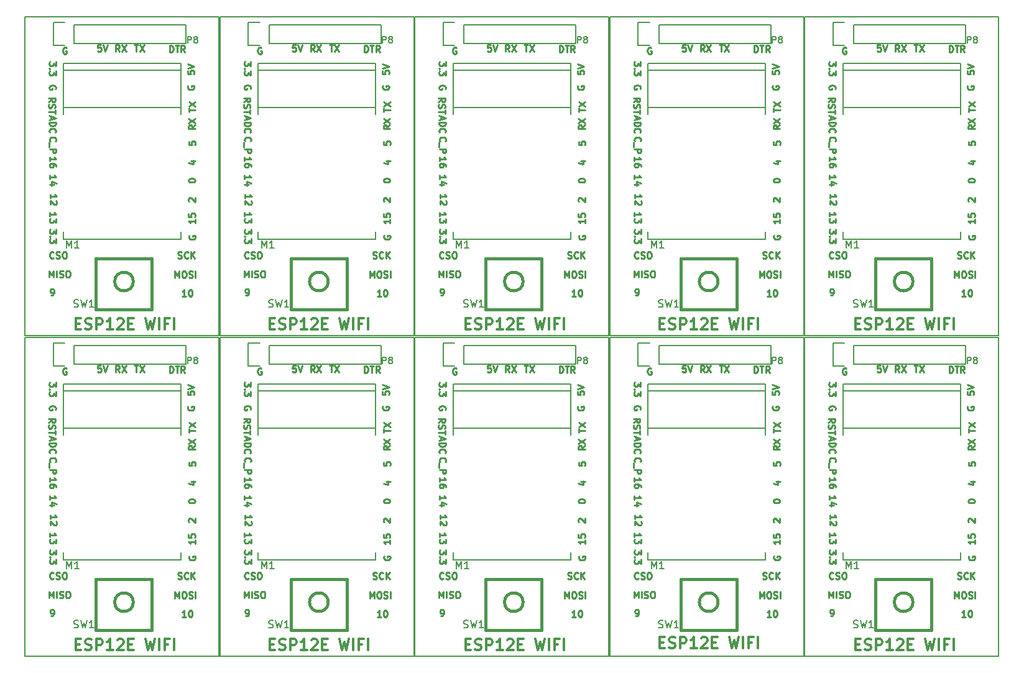
<source format=gbr>
G04 #@! TF.FileFunction,Legend,Top*
%FSLAX46Y46*%
G04 Gerber Fmt 4.6, Leading zero omitted, Abs format (unit mm)*
G04 Created by KiCad (PCBNEW (2015-01-16 BZR 5376)-product) date 6/19/2015 1:22:51 PM*
%MOMM*%
G01*
G04 APERTURE LIST*
%ADD10C,0.100000*%
%ADD11C,0.300000*%
%ADD12C,0.200000*%
%ADD13C,0.222250*%
%ADD14C,0.150000*%
%ADD15C,0.381000*%
%ADD16C,0.203200*%
G04 APERTURE END LIST*
D10*
D11*
X73839429Y-72790857D02*
X74339429Y-72790857D01*
X74553715Y-73576571D02*
X73839429Y-73576571D01*
X73839429Y-72076571D01*
X74553715Y-72076571D01*
X75125143Y-73505143D02*
X75339429Y-73576571D01*
X75696572Y-73576571D01*
X75839429Y-73505143D01*
X75910858Y-73433714D01*
X75982286Y-73290857D01*
X75982286Y-73148000D01*
X75910858Y-73005143D01*
X75839429Y-72933714D01*
X75696572Y-72862286D01*
X75410858Y-72790857D01*
X75268000Y-72719429D01*
X75196572Y-72648000D01*
X75125143Y-72505143D01*
X75125143Y-72362286D01*
X75196572Y-72219429D01*
X75268000Y-72148000D01*
X75410858Y-72076571D01*
X75768000Y-72076571D01*
X75982286Y-72148000D01*
X76625143Y-73576571D02*
X76625143Y-72076571D01*
X77196571Y-72076571D01*
X77339429Y-72148000D01*
X77410857Y-72219429D01*
X77482286Y-72362286D01*
X77482286Y-72576571D01*
X77410857Y-72719429D01*
X77339429Y-72790857D01*
X77196571Y-72862286D01*
X76625143Y-72862286D01*
X78910857Y-73576571D02*
X78053714Y-73576571D01*
X78482286Y-73576571D02*
X78482286Y-72076571D01*
X78339429Y-72290857D01*
X78196571Y-72433714D01*
X78053714Y-72505143D01*
X79482285Y-72219429D02*
X79553714Y-72148000D01*
X79696571Y-72076571D01*
X80053714Y-72076571D01*
X80196571Y-72148000D01*
X80268000Y-72219429D01*
X80339428Y-72362286D01*
X80339428Y-72505143D01*
X80268000Y-72719429D01*
X79410857Y-73576571D01*
X80339428Y-73576571D01*
X80982285Y-72790857D02*
X81482285Y-72790857D01*
X81696571Y-73576571D02*
X80982285Y-73576571D01*
X80982285Y-72076571D01*
X81696571Y-72076571D01*
X83339428Y-72076571D02*
X83696571Y-73576571D01*
X83982285Y-72505143D01*
X84267999Y-73576571D01*
X84625142Y-72076571D01*
X85196571Y-73576571D02*
X85196571Y-72076571D01*
X86410857Y-72790857D02*
X85910857Y-72790857D01*
X85910857Y-73576571D02*
X85910857Y-72076571D01*
X86625143Y-72076571D01*
X87196571Y-73576571D02*
X87196571Y-72076571D01*
X100509429Y-72790857D02*
X101009429Y-72790857D01*
X101223715Y-73576571D02*
X100509429Y-73576571D01*
X100509429Y-72076571D01*
X101223715Y-72076571D01*
X101795143Y-73505143D02*
X102009429Y-73576571D01*
X102366572Y-73576571D01*
X102509429Y-73505143D01*
X102580858Y-73433714D01*
X102652286Y-73290857D01*
X102652286Y-73148000D01*
X102580858Y-73005143D01*
X102509429Y-72933714D01*
X102366572Y-72862286D01*
X102080858Y-72790857D01*
X101938000Y-72719429D01*
X101866572Y-72648000D01*
X101795143Y-72505143D01*
X101795143Y-72362286D01*
X101866572Y-72219429D01*
X101938000Y-72148000D01*
X102080858Y-72076571D01*
X102438000Y-72076571D01*
X102652286Y-72148000D01*
X103295143Y-73576571D02*
X103295143Y-72076571D01*
X103866571Y-72076571D01*
X104009429Y-72148000D01*
X104080857Y-72219429D01*
X104152286Y-72362286D01*
X104152286Y-72576571D01*
X104080857Y-72719429D01*
X104009429Y-72790857D01*
X103866571Y-72862286D01*
X103295143Y-72862286D01*
X105580857Y-73576571D02*
X104723714Y-73576571D01*
X105152286Y-73576571D02*
X105152286Y-72076571D01*
X105009429Y-72290857D01*
X104866571Y-72433714D01*
X104723714Y-72505143D01*
X106152285Y-72219429D02*
X106223714Y-72148000D01*
X106366571Y-72076571D01*
X106723714Y-72076571D01*
X106866571Y-72148000D01*
X106938000Y-72219429D01*
X107009428Y-72362286D01*
X107009428Y-72505143D01*
X106938000Y-72719429D01*
X106080857Y-73576571D01*
X107009428Y-73576571D01*
X107652285Y-72790857D02*
X108152285Y-72790857D01*
X108366571Y-73576571D02*
X107652285Y-73576571D01*
X107652285Y-72076571D01*
X108366571Y-72076571D01*
X110009428Y-72076571D02*
X110366571Y-73576571D01*
X110652285Y-72505143D01*
X110937999Y-73576571D01*
X111295142Y-72076571D01*
X111866571Y-73576571D02*
X111866571Y-72076571D01*
X113080857Y-72790857D02*
X112580857Y-72790857D01*
X112580857Y-73576571D02*
X112580857Y-72076571D01*
X113295143Y-72076571D01*
X113866571Y-73576571D02*
X113866571Y-72076571D01*
X126925429Y-72790857D02*
X127425429Y-72790857D01*
X127639715Y-73576571D02*
X126925429Y-73576571D01*
X126925429Y-72076571D01*
X127639715Y-72076571D01*
X128211143Y-73505143D02*
X128425429Y-73576571D01*
X128782572Y-73576571D01*
X128925429Y-73505143D01*
X128996858Y-73433714D01*
X129068286Y-73290857D01*
X129068286Y-73148000D01*
X128996858Y-73005143D01*
X128925429Y-72933714D01*
X128782572Y-72862286D01*
X128496858Y-72790857D01*
X128354000Y-72719429D01*
X128282572Y-72648000D01*
X128211143Y-72505143D01*
X128211143Y-72362286D01*
X128282572Y-72219429D01*
X128354000Y-72148000D01*
X128496858Y-72076571D01*
X128854000Y-72076571D01*
X129068286Y-72148000D01*
X129711143Y-73576571D02*
X129711143Y-72076571D01*
X130282571Y-72076571D01*
X130425429Y-72148000D01*
X130496857Y-72219429D01*
X130568286Y-72362286D01*
X130568286Y-72576571D01*
X130496857Y-72719429D01*
X130425429Y-72790857D01*
X130282571Y-72862286D01*
X129711143Y-72862286D01*
X131996857Y-73576571D02*
X131139714Y-73576571D01*
X131568286Y-73576571D02*
X131568286Y-72076571D01*
X131425429Y-72290857D01*
X131282571Y-72433714D01*
X131139714Y-72505143D01*
X132568285Y-72219429D02*
X132639714Y-72148000D01*
X132782571Y-72076571D01*
X133139714Y-72076571D01*
X133282571Y-72148000D01*
X133354000Y-72219429D01*
X133425428Y-72362286D01*
X133425428Y-72505143D01*
X133354000Y-72719429D01*
X132496857Y-73576571D01*
X133425428Y-73576571D01*
X134068285Y-72790857D02*
X134568285Y-72790857D01*
X134782571Y-73576571D02*
X134068285Y-73576571D01*
X134068285Y-72076571D01*
X134782571Y-72076571D01*
X136425428Y-72076571D02*
X136782571Y-73576571D01*
X137068285Y-72505143D01*
X137353999Y-73576571D01*
X137711142Y-72076571D01*
X138282571Y-73576571D02*
X138282571Y-72076571D01*
X139496857Y-72790857D02*
X138996857Y-72790857D01*
X138996857Y-73576571D02*
X138996857Y-72076571D01*
X139711143Y-72076571D01*
X140282571Y-73576571D02*
X140282571Y-72076571D01*
X153595429Y-72790857D02*
X154095429Y-72790857D01*
X154309715Y-73576571D02*
X153595429Y-73576571D01*
X153595429Y-72076571D01*
X154309715Y-72076571D01*
X154881143Y-73505143D02*
X155095429Y-73576571D01*
X155452572Y-73576571D01*
X155595429Y-73505143D01*
X155666858Y-73433714D01*
X155738286Y-73290857D01*
X155738286Y-73148000D01*
X155666858Y-73005143D01*
X155595429Y-72933714D01*
X155452572Y-72862286D01*
X155166858Y-72790857D01*
X155024000Y-72719429D01*
X154952572Y-72648000D01*
X154881143Y-72505143D01*
X154881143Y-72362286D01*
X154952572Y-72219429D01*
X155024000Y-72148000D01*
X155166858Y-72076571D01*
X155524000Y-72076571D01*
X155738286Y-72148000D01*
X156381143Y-73576571D02*
X156381143Y-72076571D01*
X156952571Y-72076571D01*
X157095429Y-72148000D01*
X157166857Y-72219429D01*
X157238286Y-72362286D01*
X157238286Y-72576571D01*
X157166857Y-72719429D01*
X157095429Y-72790857D01*
X156952571Y-72862286D01*
X156381143Y-72862286D01*
X158666857Y-73576571D02*
X157809714Y-73576571D01*
X158238286Y-73576571D02*
X158238286Y-72076571D01*
X158095429Y-72290857D01*
X157952571Y-72433714D01*
X157809714Y-72505143D01*
X159238285Y-72219429D02*
X159309714Y-72148000D01*
X159452571Y-72076571D01*
X159809714Y-72076571D01*
X159952571Y-72148000D01*
X160024000Y-72219429D01*
X160095428Y-72362286D01*
X160095428Y-72505143D01*
X160024000Y-72719429D01*
X159166857Y-73576571D01*
X160095428Y-73576571D01*
X160738285Y-72790857D02*
X161238285Y-72790857D01*
X161452571Y-73576571D02*
X160738285Y-73576571D01*
X160738285Y-72076571D01*
X161452571Y-72076571D01*
X163095428Y-72076571D02*
X163452571Y-73576571D01*
X163738285Y-72505143D01*
X164023999Y-73576571D01*
X164381142Y-72076571D01*
X164952571Y-73576571D02*
X164952571Y-72076571D01*
X166166857Y-72790857D02*
X165666857Y-72790857D01*
X165666857Y-73576571D02*
X165666857Y-72076571D01*
X166381143Y-72076571D01*
X166952571Y-73576571D02*
X166952571Y-72076571D01*
X153595429Y-116478857D02*
X154095429Y-116478857D01*
X154309715Y-117264571D02*
X153595429Y-117264571D01*
X153595429Y-115764571D01*
X154309715Y-115764571D01*
X154881143Y-117193143D02*
X155095429Y-117264571D01*
X155452572Y-117264571D01*
X155595429Y-117193143D01*
X155666858Y-117121714D01*
X155738286Y-116978857D01*
X155738286Y-116836000D01*
X155666858Y-116693143D01*
X155595429Y-116621714D01*
X155452572Y-116550286D01*
X155166858Y-116478857D01*
X155024000Y-116407429D01*
X154952572Y-116336000D01*
X154881143Y-116193143D01*
X154881143Y-116050286D01*
X154952572Y-115907429D01*
X155024000Y-115836000D01*
X155166858Y-115764571D01*
X155524000Y-115764571D01*
X155738286Y-115836000D01*
X156381143Y-117264571D02*
X156381143Y-115764571D01*
X156952571Y-115764571D01*
X157095429Y-115836000D01*
X157166857Y-115907429D01*
X157238286Y-116050286D01*
X157238286Y-116264571D01*
X157166857Y-116407429D01*
X157095429Y-116478857D01*
X156952571Y-116550286D01*
X156381143Y-116550286D01*
X158666857Y-117264571D02*
X157809714Y-117264571D01*
X158238286Y-117264571D02*
X158238286Y-115764571D01*
X158095429Y-115978857D01*
X157952571Y-116121714D01*
X157809714Y-116193143D01*
X159238285Y-115907429D02*
X159309714Y-115836000D01*
X159452571Y-115764571D01*
X159809714Y-115764571D01*
X159952571Y-115836000D01*
X160024000Y-115907429D01*
X160095428Y-116050286D01*
X160095428Y-116193143D01*
X160024000Y-116407429D01*
X159166857Y-117264571D01*
X160095428Y-117264571D01*
X160738285Y-116478857D02*
X161238285Y-116478857D01*
X161452571Y-117264571D02*
X160738285Y-117264571D01*
X160738285Y-115764571D01*
X161452571Y-115764571D01*
X163095428Y-115764571D02*
X163452571Y-117264571D01*
X163738285Y-116193143D01*
X164023999Y-117264571D01*
X164381142Y-115764571D01*
X164952571Y-117264571D02*
X164952571Y-115764571D01*
X166166857Y-116478857D02*
X165666857Y-116478857D01*
X165666857Y-117264571D02*
X165666857Y-115764571D01*
X166381143Y-115764571D01*
X166952571Y-117264571D02*
X166952571Y-115764571D01*
X126925429Y-116224857D02*
X127425429Y-116224857D01*
X127639715Y-117010571D02*
X126925429Y-117010571D01*
X126925429Y-115510571D01*
X127639715Y-115510571D01*
X128211143Y-116939143D02*
X128425429Y-117010571D01*
X128782572Y-117010571D01*
X128925429Y-116939143D01*
X128996858Y-116867714D01*
X129068286Y-116724857D01*
X129068286Y-116582000D01*
X128996858Y-116439143D01*
X128925429Y-116367714D01*
X128782572Y-116296286D01*
X128496858Y-116224857D01*
X128354000Y-116153429D01*
X128282572Y-116082000D01*
X128211143Y-115939143D01*
X128211143Y-115796286D01*
X128282572Y-115653429D01*
X128354000Y-115582000D01*
X128496858Y-115510571D01*
X128854000Y-115510571D01*
X129068286Y-115582000D01*
X129711143Y-117010571D02*
X129711143Y-115510571D01*
X130282571Y-115510571D01*
X130425429Y-115582000D01*
X130496857Y-115653429D01*
X130568286Y-115796286D01*
X130568286Y-116010571D01*
X130496857Y-116153429D01*
X130425429Y-116224857D01*
X130282571Y-116296286D01*
X129711143Y-116296286D01*
X131996857Y-117010571D02*
X131139714Y-117010571D01*
X131568286Y-117010571D02*
X131568286Y-115510571D01*
X131425429Y-115724857D01*
X131282571Y-115867714D01*
X131139714Y-115939143D01*
X132568285Y-115653429D02*
X132639714Y-115582000D01*
X132782571Y-115510571D01*
X133139714Y-115510571D01*
X133282571Y-115582000D01*
X133354000Y-115653429D01*
X133425428Y-115796286D01*
X133425428Y-115939143D01*
X133354000Y-116153429D01*
X132496857Y-117010571D01*
X133425428Y-117010571D01*
X134068285Y-116224857D02*
X134568285Y-116224857D01*
X134782571Y-117010571D02*
X134068285Y-117010571D01*
X134068285Y-115510571D01*
X134782571Y-115510571D01*
X136425428Y-115510571D02*
X136782571Y-117010571D01*
X137068285Y-115939143D01*
X137353999Y-117010571D01*
X137711142Y-115510571D01*
X138282571Y-117010571D02*
X138282571Y-115510571D01*
X139496857Y-116224857D02*
X138996857Y-116224857D01*
X138996857Y-117010571D02*
X138996857Y-115510571D01*
X139711143Y-115510571D01*
X140282571Y-117010571D02*
X140282571Y-115510571D01*
X100509429Y-116478857D02*
X101009429Y-116478857D01*
X101223715Y-117264571D02*
X100509429Y-117264571D01*
X100509429Y-115764571D01*
X101223715Y-115764571D01*
X101795143Y-117193143D02*
X102009429Y-117264571D01*
X102366572Y-117264571D01*
X102509429Y-117193143D01*
X102580858Y-117121714D01*
X102652286Y-116978857D01*
X102652286Y-116836000D01*
X102580858Y-116693143D01*
X102509429Y-116621714D01*
X102366572Y-116550286D01*
X102080858Y-116478857D01*
X101938000Y-116407429D01*
X101866572Y-116336000D01*
X101795143Y-116193143D01*
X101795143Y-116050286D01*
X101866572Y-115907429D01*
X101938000Y-115836000D01*
X102080858Y-115764571D01*
X102438000Y-115764571D01*
X102652286Y-115836000D01*
X103295143Y-117264571D02*
X103295143Y-115764571D01*
X103866571Y-115764571D01*
X104009429Y-115836000D01*
X104080857Y-115907429D01*
X104152286Y-116050286D01*
X104152286Y-116264571D01*
X104080857Y-116407429D01*
X104009429Y-116478857D01*
X103866571Y-116550286D01*
X103295143Y-116550286D01*
X105580857Y-117264571D02*
X104723714Y-117264571D01*
X105152286Y-117264571D02*
X105152286Y-115764571D01*
X105009429Y-115978857D01*
X104866571Y-116121714D01*
X104723714Y-116193143D01*
X106152285Y-115907429D02*
X106223714Y-115836000D01*
X106366571Y-115764571D01*
X106723714Y-115764571D01*
X106866571Y-115836000D01*
X106938000Y-115907429D01*
X107009428Y-116050286D01*
X107009428Y-116193143D01*
X106938000Y-116407429D01*
X106080857Y-117264571D01*
X107009428Y-117264571D01*
X107652285Y-116478857D02*
X108152285Y-116478857D01*
X108366571Y-117264571D02*
X107652285Y-117264571D01*
X107652285Y-115764571D01*
X108366571Y-115764571D01*
X110009428Y-115764571D02*
X110366571Y-117264571D01*
X110652285Y-116193143D01*
X110937999Y-117264571D01*
X111295142Y-115764571D01*
X111866571Y-117264571D02*
X111866571Y-115764571D01*
X113080857Y-116478857D02*
X112580857Y-116478857D01*
X112580857Y-117264571D02*
X112580857Y-115764571D01*
X113295143Y-115764571D01*
X113866571Y-117264571D02*
X113866571Y-115764571D01*
X73839429Y-116478857D02*
X74339429Y-116478857D01*
X74553715Y-117264571D02*
X73839429Y-117264571D01*
X73839429Y-115764571D01*
X74553715Y-115764571D01*
X75125143Y-117193143D02*
X75339429Y-117264571D01*
X75696572Y-117264571D01*
X75839429Y-117193143D01*
X75910858Y-117121714D01*
X75982286Y-116978857D01*
X75982286Y-116836000D01*
X75910858Y-116693143D01*
X75839429Y-116621714D01*
X75696572Y-116550286D01*
X75410858Y-116478857D01*
X75268000Y-116407429D01*
X75196572Y-116336000D01*
X75125143Y-116193143D01*
X75125143Y-116050286D01*
X75196572Y-115907429D01*
X75268000Y-115836000D01*
X75410858Y-115764571D01*
X75768000Y-115764571D01*
X75982286Y-115836000D01*
X76625143Y-117264571D02*
X76625143Y-115764571D01*
X77196571Y-115764571D01*
X77339429Y-115836000D01*
X77410857Y-115907429D01*
X77482286Y-116050286D01*
X77482286Y-116264571D01*
X77410857Y-116407429D01*
X77339429Y-116478857D01*
X77196571Y-116550286D01*
X76625143Y-116550286D01*
X78910857Y-117264571D02*
X78053714Y-117264571D01*
X78482286Y-117264571D02*
X78482286Y-115764571D01*
X78339429Y-115978857D01*
X78196571Y-116121714D01*
X78053714Y-116193143D01*
X79482285Y-115907429D02*
X79553714Y-115836000D01*
X79696571Y-115764571D01*
X80053714Y-115764571D01*
X80196571Y-115836000D01*
X80268000Y-115907429D01*
X80339428Y-116050286D01*
X80339428Y-116193143D01*
X80268000Y-116407429D01*
X79410857Y-117264571D01*
X80339428Y-117264571D01*
X80982285Y-116478857D02*
X81482285Y-116478857D01*
X81696571Y-117264571D02*
X80982285Y-117264571D01*
X80982285Y-115764571D01*
X81696571Y-115764571D01*
X83339428Y-115764571D02*
X83696571Y-117264571D01*
X83982285Y-116193143D01*
X84267999Y-117264571D01*
X84625142Y-115764571D01*
X85196571Y-117264571D02*
X85196571Y-115764571D01*
X86410857Y-116478857D02*
X85910857Y-116478857D01*
X85910857Y-117264571D02*
X85910857Y-115764571D01*
X86625143Y-115764571D01*
X87196571Y-117264571D02*
X87196571Y-115764571D01*
X47423429Y-116478857D02*
X47923429Y-116478857D01*
X48137715Y-117264571D02*
X47423429Y-117264571D01*
X47423429Y-115764571D01*
X48137715Y-115764571D01*
X48709143Y-117193143D02*
X48923429Y-117264571D01*
X49280572Y-117264571D01*
X49423429Y-117193143D01*
X49494858Y-117121714D01*
X49566286Y-116978857D01*
X49566286Y-116836000D01*
X49494858Y-116693143D01*
X49423429Y-116621714D01*
X49280572Y-116550286D01*
X48994858Y-116478857D01*
X48852000Y-116407429D01*
X48780572Y-116336000D01*
X48709143Y-116193143D01*
X48709143Y-116050286D01*
X48780572Y-115907429D01*
X48852000Y-115836000D01*
X48994858Y-115764571D01*
X49352000Y-115764571D01*
X49566286Y-115836000D01*
X50209143Y-117264571D02*
X50209143Y-115764571D01*
X50780571Y-115764571D01*
X50923429Y-115836000D01*
X50994857Y-115907429D01*
X51066286Y-116050286D01*
X51066286Y-116264571D01*
X50994857Y-116407429D01*
X50923429Y-116478857D01*
X50780571Y-116550286D01*
X50209143Y-116550286D01*
X52494857Y-117264571D02*
X51637714Y-117264571D01*
X52066286Y-117264571D02*
X52066286Y-115764571D01*
X51923429Y-115978857D01*
X51780571Y-116121714D01*
X51637714Y-116193143D01*
X53066285Y-115907429D02*
X53137714Y-115836000D01*
X53280571Y-115764571D01*
X53637714Y-115764571D01*
X53780571Y-115836000D01*
X53852000Y-115907429D01*
X53923428Y-116050286D01*
X53923428Y-116193143D01*
X53852000Y-116407429D01*
X52994857Y-117264571D01*
X53923428Y-117264571D01*
X54566285Y-116478857D02*
X55066285Y-116478857D01*
X55280571Y-117264571D02*
X54566285Y-117264571D01*
X54566285Y-115764571D01*
X55280571Y-115764571D01*
X56923428Y-115764571D02*
X57280571Y-117264571D01*
X57566285Y-116193143D01*
X57851999Y-117264571D01*
X58209142Y-115764571D01*
X58780571Y-117264571D02*
X58780571Y-115764571D01*
X59994857Y-116478857D02*
X59494857Y-116478857D01*
X59494857Y-117264571D02*
X59494857Y-115764571D01*
X60209143Y-115764571D01*
X60780571Y-117264571D02*
X60780571Y-115764571D01*
X47423429Y-72790857D02*
X47923429Y-72790857D01*
X48137715Y-73576571D02*
X47423429Y-73576571D01*
X47423429Y-72076571D01*
X48137715Y-72076571D01*
X48709143Y-73505143D02*
X48923429Y-73576571D01*
X49280572Y-73576571D01*
X49423429Y-73505143D01*
X49494858Y-73433714D01*
X49566286Y-73290857D01*
X49566286Y-73148000D01*
X49494858Y-73005143D01*
X49423429Y-72933714D01*
X49280572Y-72862286D01*
X48994858Y-72790857D01*
X48852000Y-72719429D01*
X48780572Y-72648000D01*
X48709143Y-72505143D01*
X48709143Y-72362286D01*
X48780572Y-72219429D01*
X48852000Y-72148000D01*
X48994858Y-72076571D01*
X49352000Y-72076571D01*
X49566286Y-72148000D01*
X50209143Y-73576571D02*
X50209143Y-72076571D01*
X50780571Y-72076571D01*
X50923429Y-72148000D01*
X50994857Y-72219429D01*
X51066286Y-72362286D01*
X51066286Y-72576571D01*
X50994857Y-72719429D01*
X50923429Y-72790857D01*
X50780571Y-72862286D01*
X50209143Y-72862286D01*
X52494857Y-73576571D02*
X51637714Y-73576571D01*
X52066286Y-73576571D02*
X52066286Y-72076571D01*
X51923429Y-72290857D01*
X51780571Y-72433714D01*
X51637714Y-72505143D01*
X53066285Y-72219429D02*
X53137714Y-72148000D01*
X53280571Y-72076571D01*
X53637714Y-72076571D01*
X53780571Y-72148000D01*
X53852000Y-72219429D01*
X53923428Y-72362286D01*
X53923428Y-72505143D01*
X53852000Y-72719429D01*
X52994857Y-73576571D01*
X53923428Y-73576571D01*
X54566285Y-72790857D02*
X55066285Y-72790857D01*
X55280571Y-73576571D02*
X54566285Y-73576571D01*
X54566285Y-72076571D01*
X55280571Y-72076571D01*
X56923428Y-72076571D02*
X57280571Y-73576571D01*
X57566285Y-72505143D01*
X57851999Y-73576571D01*
X58209142Y-72076571D01*
X58780571Y-73576571D02*
X58780571Y-72076571D01*
X59994857Y-72790857D02*
X59494857Y-72790857D01*
X59494857Y-73576571D02*
X59494857Y-72076571D01*
X60209143Y-72076571D01*
X60780571Y-73576571D02*
X60780571Y-72076571D01*
D12*
X146685000Y-74676000D02*
X146685000Y-114808000D01*
X173101000Y-114808000D02*
X173101000Y-74676000D01*
X173101000Y-74676000D02*
X146685000Y-74676000D01*
X146685000Y-114808000D02*
X146685000Y-118110000D01*
X146685000Y-118110000D02*
X173101000Y-118110000D01*
X173101000Y-118110000D02*
X173101000Y-114808000D01*
D13*
X168804167Y-82020833D02*
X168804167Y-82444166D01*
X169227500Y-82486500D01*
X169185167Y-82444166D01*
X169142833Y-82359500D01*
X169142833Y-82147833D01*
X169185167Y-82063166D01*
X169227500Y-82020833D01*
X169312167Y-81978500D01*
X169523833Y-81978500D01*
X169608500Y-82020833D01*
X169650833Y-82063166D01*
X169693167Y-82147833D01*
X169693167Y-82359500D01*
X169650833Y-82444166D01*
X169608500Y-82486500D01*
X168804167Y-81724499D02*
X169693167Y-81428166D01*
X168804167Y-81131833D01*
X168846500Y-84095167D02*
X168804167Y-84179833D01*
X168804167Y-84306833D01*
X168846500Y-84433833D01*
X168931167Y-84518500D01*
X169015833Y-84560833D01*
X169185167Y-84603167D01*
X169312167Y-84603167D01*
X169481500Y-84560833D01*
X169566167Y-84518500D01*
X169650833Y-84433833D01*
X169693167Y-84306833D01*
X169693167Y-84222167D01*
X169650833Y-84095167D01*
X169608500Y-84052833D01*
X169312167Y-84052833D01*
X169312167Y-84222167D01*
X168994667Y-87608833D02*
X168994667Y-87100833D01*
X169883667Y-87354833D02*
X168994667Y-87354833D01*
X168994667Y-86889167D02*
X169883667Y-86296500D01*
X168994667Y-86296500D02*
X169883667Y-86889167D01*
X169820167Y-89429166D02*
X169396833Y-89725500D01*
X169820167Y-89937166D02*
X168931167Y-89937166D01*
X168931167Y-89598500D01*
X168973500Y-89513833D01*
X169015833Y-89471500D01*
X169100500Y-89429166D01*
X169227500Y-89429166D01*
X169312167Y-89471500D01*
X169354500Y-89513833D01*
X169396833Y-89598500D01*
X169396833Y-89937166D01*
X168931167Y-89132833D02*
X169820167Y-88540166D01*
X168931167Y-88540166D02*
X169820167Y-89132833D01*
X150854833Y-80793167D02*
X150854833Y-81343500D01*
X150516167Y-81047167D01*
X150516167Y-81174167D01*
X150473833Y-81258834D01*
X150431500Y-81301167D01*
X150346833Y-81343500D01*
X150135167Y-81343500D01*
X150050500Y-81301167D01*
X150008167Y-81258834D01*
X149965833Y-81174167D01*
X149965833Y-80920167D01*
X150008167Y-80835500D01*
X150050500Y-80793167D01*
X150050500Y-81724501D02*
X150008167Y-81766834D01*
X149965833Y-81724501D01*
X150008167Y-81682167D01*
X150050500Y-81724501D01*
X149965833Y-81724501D01*
X150854833Y-82063167D02*
X150854833Y-82613500D01*
X150516167Y-82317167D01*
X150516167Y-82444167D01*
X150473833Y-82528834D01*
X150431500Y-82571167D01*
X150346833Y-82613500D01*
X150135167Y-82613500D01*
X150050500Y-82571167D01*
X150008167Y-82528834D01*
X149965833Y-82444167D01*
X149965833Y-82190167D01*
X150008167Y-82105500D01*
X150050500Y-82063167D01*
X150812500Y-84497333D02*
X150854833Y-84412667D01*
X150854833Y-84285667D01*
X150812500Y-84158667D01*
X150727833Y-84074000D01*
X150643167Y-84031667D01*
X150473833Y-83989333D01*
X150346833Y-83989333D01*
X150177500Y-84031667D01*
X150092833Y-84074000D01*
X150008167Y-84158667D01*
X149965833Y-84285667D01*
X149965833Y-84370333D01*
X150008167Y-84497333D01*
X150050500Y-84539667D01*
X150346833Y-84539667D01*
X150346833Y-84370333D01*
X168994667Y-91672833D02*
X168994667Y-92096166D01*
X169418000Y-92138500D01*
X169375667Y-92096166D01*
X169333333Y-92011500D01*
X169333333Y-91799833D01*
X169375667Y-91715166D01*
X169418000Y-91672833D01*
X169502667Y-91630500D01*
X169714333Y-91630500D01*
X169799000Y-91672833D01*
X169841333Y-91715166D01*
X169883667Y-91799833D01*
X169883667Y-92011500D01*
X169841333Y-92096166D01*
X169799000Y-92138500D01*
X169291000Y-94318666D02*
X169883667Y-94318666D01*
X168952333Y-94530333D02*
X169587333Y-94742000D01*
X169587333Y-94191666D01*
X168931167Y-97006833D02*
X168931167Y-96922166D01*
X168973500Y-96837500D01*
X169015833Y-96795166D01*
X169100500Y-96752833D01*
X169269833Y-96710500D01*
X169481500Y-96710500D01*
X169650833Y-96752833D01*
X169735500Y-96795166D01*
X169777833Y-96837500D01*
X169820167Y-96922166D01*
X169820167Y-97006833D01*
X169777833Y-97091500D01*
X169735500Y-97133833D01*
X169650833Y-97176166D01*
X169481500Y-97218500D01*
X169269833Y-97218500D01*
X169100500Y-97176166D01*
X169015833Y-97133833D01*
X168973500Y-97091500D01*
X168931167Y-97006833D01*
X169015833Y-99822000D02*
X168973500Y-99779666D01*
X168931167Y-99695000D01*
X168931167Y-99483333D01*
X168973500Y-99398666D01*
X169015833Y-99356333D01*
X169100500Y-99314000D01*
X169185167Y-99314000D01*
X169312167Y-99356333D01*
X169820167Y-99864333D01*
X169820167Y-99314000D01*
X169820167Y-102277334D02*
X169820167Y-102785334D01*
X169820167Y-102531334D02*
X168931167Y-102531334D01*
X169058167Y-102616000D01*
X169142833Y-102700667D01*
X169185167Y-102785334D01*
X168931167Y-101473000D02*
X168931167Y-101896333D01*
X169354500Y-101938667D01*
X169312167Y-101896333D01*
X169269833Y-101811667D01*
X169269833Y-101600000D01*
X169312167Y-101515333D01*
X169354500Y-101473000D01*
X169439167Y-101430667D01*
X169650833Y-101430667D01*
X169735500Y-101473000D01*
X169777833Y-101515333D01*
X169820167Y-101600000D01*
X169820167Y-101811667D01*
X169777833Y-101896333D01*
X169735500Y-101938667D01*
X150029333Y-101875166D02*
X150029333Y-101367166D01*
X150029333Y-101621166D02*
X150918333Y-101621166D01*
X150791333Y-101536500D01*
X150706667Y-101451833D01*
X150664333Y-101367166D01*
X150918333Y-102171500D02*
X150918333Y-102721833D01*
X150579667Y-102425500D01*
X150579667Y-102552500D01*
X150537333Y-102637167D01*
X150495000Y-102679500D01*
X150410333Y-102721833D01*
X150198667Y-102721833D01*
X150114000Y-102679500D01*
X150071667Y-102637167D01*
X150029333Y-102552500D01*
X150029333Y-102298500D01*
X150071667Y-102213833D01*
X150114000Y-102171500D01*
X150092833Y-99398666D02*
X150092833Y-98890666D01*
X150092833Y-99144666D02*
X150981833Y-99144666D01*
X150854833Y-99060000D01*
X150770167Y-98975333D01*
X150727833Y-98890666D01*
X150897167Y-99737333D02*
X150939500Y-99779667D01*
X150981833Y-99864333D01*
X150981833Y-100076000D01*
X150939500Y-100160667D01*
X150897167Y-100203000D01*
X150812500Y-100245333D01*
X150727833Y-100245333D01*
X150600833Y-100203000D01*
X150092833Y-99695000D01*
X150092833Y-100245333D01*
X150029333Y-96795166D02*
X150029333Y-96287166D01*
X150029333Y-96541166D02*
X150918333Y-96541166D01*
X150791333Y-96456500D01*
X150706667Y-96371833D01*
X150664333Y-96287166D01*
X150622000Y-97557167D02*
X150029333Y-97557167D01*
X150960667Y-97345500D02*
X150325667Y-97133833D01*
X150325667Y-97684167D01*
X150029333Y-94318666D02*
X150029333Y-93810666D01*
X150029333Y-94064666D02*
X150918333Y-94064666D01*
X150791333Y-93980000D01*
X150706667Y-93895333D01*
X150664333Y-93810666D01*
X150918333Y-95080667D02*
X150918333Y-94911333D01*
X150876000Y-94826667D01*
X150833667Y-94784333D01*
X150706667Y-94699667D01*
X150537333Y-94657333D01*
X150198667Y-94657333D01*
X150114000Y-94699667D01*
X150071667Y-94742000D01*
X150029333Y-94826667D01*
X150029333Y-94996000D01*
X150071667Y-95080667D01*
X150114000Y-95123000D01*
X150198667Y-95165333D01*
X150410333Y-95165333D01*
X150495000Y-95123000D01*
X150537333Y-95080667D01*
X150579667Y-94996000D01*
X150579667Y-94826667D01*
X150537333Y-94742000D01*
X150495000Y-94699667D01*
X150410333Y-94657333D01*
X149902333Y-86254167D02*
X150325667Y-85957833D01*
X149902333Y-85746167D02*
X150791333Y-85746167D01*
X150791333Y-86084833D01*
X150749000Y-86169500D01*
X150706667Y-86211833D01*
X150622000Y-86254167D01*
X150495000Y-86254167D01*
X150410333Y-86211833D01*
X150368000Y-86169500D01*
X150325667Y-86084833D01*
X150325667Y-85746167D01*
X149944667Y-86592833D02*
X149902333Y-86719833D01*
X149902333Y-86931500D01*
X149944667Y-87016167D01*
X149987000Y-87058500D01*
X150071667Y-87100833D01*
X150156333Y-87100833D01*
X150241000Y-87058500D01*
X150283333Y-87016167D01*
X150325667Y-86931500D01*
X150368000Y-86762167D01*
X150410333Y-86677500D01*
X150452667Y-86635167D01*
X150537333Y-86592833D01*
X150622000Y-86592833D01*
X150706667Y-86635167D01*
X150749000Y-86677500D01*
X150791333Y-86762167D01*
X150791333Y-86973833D01*
X150749000Y-87100833D01*
X150791333Y-87354834D02*
X150791333Y-87862834D01*
X149902333Y-87608834D02*
X150791333Y-87608834D01*
X150219833Y-88243833D02*
X150219833Y-88667167D01*
X149965833Y-88159167D02*
X150854833Y-88455500D01*
X149965833Y-88751833D01*
X149965833Y-89048167D02*
X150854833Y-89048167D01*
X150854833Y-89259833D01*
X150812500Y-89386833D01*
X150727833Y-89471500D01*
X150643167Y-89513833D01*
X150473833Y-89556167D01*
X150346833Y-89556167D01*
X150177500Y-89513833D01*
X150092833Y-89471500D01*
X150008167Y-89386833D01*
X149965833Y-89259833D01*
X149965833Y-89048167D01*
X150050500Y-90445167D02*
X150008167Y-90402833D01*
X149965833Y-90275833D01*
X149965833Y-90191167D01*
X150008167Y-90064167D01*
X150092833Y-89979500D01*
X150177500Y-89937167D01*
X150346833Y-89894833D01*
X150473833Y-89894833D01*
X150643167Y-89937167D01*
X150727833Y-89979500D01*
X150812500Y-90064167D01*
X150854833Y-90191167D01*
X150854833Y-90275833D01*
X150812500Y-90402833D01*
X150770167Y-90445167D01*
X169037000Y-104478667D02*
X168994667Y-104563333D01*
X168994667Y-104690333D01*
X169037000Y-104817333D01*
X169121667Y-104902000D01*
X169206333Y-104944333D01*
X169375667Y-104986667D01*
X169502667Y-104986667D01*
X169672000Y-104944333D01*
X169756667Y-104902000D01*
X169841333Y-104817333D01*
X169883667Y-104690333D01*
X169883667Y-104605667D01*
X169841333Y-104478667D01*
X169799000Y-104436333D01*
X169502667Y-104436333D01*
X169502667Y-104605667D01*
X167513000Y-107547833D02*
X167640000Y-107590167D01*
X167851667Y-107590167D01*
X167936334Y-107547833D01*
X167978667Y-107505500D01*
X168021000Y-107420833D01*
X168021000Y-107336167D01*
X167978667Y-107251500D01*
X167936334Y-107209167D01*
X167851667Y-107166833D01*
X167682334Y-107124500D01*
X167597667Y-107082167D01*
X167555334Y-107039833D01*
X167513000Y-106955167D01*
X167513000Y-106870500D01*
X167555334Y-106785833D01*
X167597667Y-106743500D01*
X167682334Y-106701167D01*
X167894000Y-106701167D01*
X168021000Y-106743500D01*
X168910001Y-107505500D02*
X168867667Y-107547833D01*
X168740667Y-107590167D01*
X168656001Y-107590167D01*
X168529001Y-107547833D01*
X168444334Y-107463167D01*
X168402001Y-107378500D01*
X168359667Y-107209167D01*
X168359667Y-107082167D01*
X168402001Y-106912833D01*
X168444334Y-106828167D01*
X168529001Y-106743500D01*
X168656001Y-106701167D01*
X168740667Y-106701167D01*
X168867667Y-106743500D01*
X168910001Y-106785833D01*
X169291001Y-107590167D02*
X169291001Y-106701167D01*
X169799001Y-107590167D02*
X169418001Y-107082167D01*
X169799001Y-106701167D02*
X169291001Y-107209167D01*
X167068501Y-110193667D02*
X167068501Y-109304667D01*
X167364834Y-109939667D01*
X167661167Y-109304667D01*
X167661167Y-110193667D01*
X168253834Y-109304667D02*
X168423167Y-109304667D01*
X168507834Y-109347000D01*
X168592501Y-109431667D01*
X168634834Y-109601000D01*
X168634834Y-109897333D01*
X168592501Y-110066667D01*
X168507834Y-110151333D01*
X168423167Y-110193667D01*
X168253834Y-110193667D01*
X168169167Y-110151333D01*
X168084501Y-110066667D01*
X168042167Y-109897333D01*
X168042167Y-109601000D01*
X168084501Y-109431667D01*
X168169167Y-109347000D01*
X168253834Y-109304667D01*
X168973500Y-110151333D02*
X169100500Y-110193667D01*
X169312167Y-110193667D01*
X169396834Y-110151333D01*
X169439167Y-110109000D01*
X169481500Y-110024333D01*
X169481500Y-109939667D01*
X169439167Y-109855000D01*
X169396834Y-109812667D01*
X169312167Y-109770333D01*
X169142834Y-109728000D01*
X169058167Y-109685667D01*
X169015834Y-109643333D01*
X168973500Y-109558667D01*
X168973500Y-109474000D01*
X169015834Y-109389333D01*
X169058167Y-109347000D01*
X169142834Y-109304667D01*
X169354500Y-109304667D01*
X169481500Y-109347000D01*
X169862501Y-110193667D02*
X169862501Y-109304667D01*
X168613666Y-112733667D02*
X168105666Y-112733667D01*
X168359666Y-112733667D02*
X168359666Y-111844667D01*
X168275000Y-111971667D01*
X168190333Y-112056333D01*
X168105666Y-112098667D01*
X169164000Y-111844667D02*
X169248667Y-111844667D01*
X169333333Y-111887000D01*
X169375667Y-111929333D01*
X169418000Y-112014000D01*
X169460333Y-112183333D01*
X169460333Y-112395000D01*
X169418000Y-112564333D01*
X169375667Y-112649000D01*
X169333333Y-112691333D01*
X169248667Y-112733667D01*
X169164000Y-112733667D01*
X169079333Y-112691333D01*
X169037000Y-112649000D01*
X168994667Y-112564333D01*
X168952333Y-112395000D01*
X168952333Y-112183333D01*
X168994667Y-112014000D01*
X169037000Y-111929333D01*
X169079333Y-111887000D01*
X169164000Y-111844667D01*
X150918333Y-103653167D02*
X150918333Y-104203500D01*
X150579667Y-103907167D01*
X150579667Y-104034167D01*
X150537333Y-104118834D01*
X150495000Y-104161167D01*
X150410333Y-104203500D01*
X150198667Y-104203500D01*
X150114000Y-104161167D01*
X150071667Y-104118834D01*
X150029333Y-104034167D01*
X150029333Y-103780167D01*
X150071667Y-103695500D01*
X150114000Y-103653167D01*
X150114000Y-104584501D02*
X150071667Y-104626834D01*
X150029333Y-104584501D01*
X150071667Y-104542167D01*
X150114000Y-104584501D01*
X150029333Y-104584501D01*
X150918333Y-104923167D02*
X150918333Y-105473500D01*
X150579667Y-105177167D01*
X150579667Y-105304167D01*
X150537333Y-105388834D01*
X150495000Y-105431167D01*
X150410333Y-105473500D01*
X150198667Y-105473500D01*
X150114000Y-105431167D01*
X150071667Y-105388834D01*
X150029333Y-105304167D01*
X150029333Y-105050167D01*
X150071667Y-104965500D01*
X150114000Y-104923167D01*
X150579667Y-107505500D02*
X150537333Y-107547833D01*
X150410333Y-107590167D01*
X150325667Y-107590167D01*
X150198667Y-107547833D01*
X150114000Y-107463167D01*
X150071667Y-107378500D01*
X150029333Y-107209167D01*
X150029333Y-107082167D01*
X150071667Y-106912833D01*
X150114000Y-106828167D01*
X150198667Y-106743500D01*
X150325667Y-106701167D01*
X150410333Y-106701167D01*
X150537333Y-106743500D01*
X150579667Y-106785833D01*
X150918333Y-107547833D02*
X151045333Y-107590167D01*
X151257000Y-107590167D01*
X151341667Y-107547833D01*
X151384000Y-107505500D01*
X151426333Y-107420833D01*
X151426333Y-107336167D01*
X151384000Y-107251500D01*
X151341667Y-107209167D01*
X151257000Y-107166833D01*
X151087667Y-107124500D01*
X151003000Y-107082167D01*
X150960667Y-107039833D01*
X150918333Y-106955167D01*
X150918333Y-106870500D01*
X150960667Y-106785833D01*
X151003000Y-106743500D01*
X151087667Y-106701167D01*
X151299333Y-106701167D01*
X151426333Y-106743500D01*
X151976667Y-106701167D02*
X152146000Y-106701167D01*
X152230667Y-106743500D01*
X152315334Y-106828167D01*
X152357667Y-106997500D01*
X152357667Y-107293833D01*
X152315334Y-107463167D01*
X152230667Y-107547833D01*
X152146000Y-107590167D01*
X151976667Y-107590167D01*
X151892000Y-107547833D01*
X151807334Y-107463167D01*
X151765000Y-107293833D01*
X151765000Y-106997500D01*
X151807334Y-106828167D01*
X151892000Y-106743500D01*
X151976667Y-106701167D01*
X149987001Y-110158742D02*
X149987001Y-109269742D01*
X150283334Y-109904742D01*
X150579667Y-109269742D01*
X150579667Y-110158742D01*
X151003001Y-110158742D02*
X151003001Y-109269742D01*
X151384000Y-110116408D02*
X151511000Y-110158742D01*
X151722667Y-110158742D01*
X151807334Y-110116408D01*
X151849667Y-110074075D01*
X151892000Y-109989408D01*
X151892000Y-109904742D01*
X151849667Y-109820075D01*
X151807334Y-109777742D01*
X151722667Y-109735408D01*
X151553334Y-109693075D01*
X151468667Y-109650742D01*
X151426334Y-109608408D01*
X151384000Y-109523742D01*
X151384000Y-109439075D01*
X151426334Y-109354408D01*
X151468667Y-109312075D01*
X151553334Y-109269742D01*
X151765000Y-109269742D01*
X151892000Y-109312075D01*
X152442334Y-109269742D02*
X152611667Y-109269742D01*
X152696334Y-109312075D01*
X152781001Y-109396742D01*
X152823334Y-109566075D01*
X152823334Y-109862408D01*
X152781001Y-110031742D01*
X152696334Y-110116408D01*
X152611667Y-110158742D01*
X152442334Y-110158742D01*
X152357667Y-110116408D01*
X152273001Y-110031742D01*
X152230667Y-109862408D01*
X152230667Y-109566075D01*
X152273001Y-109396742D01*
X152357667Y-109312075D01*
X152442334Y-109269742D01*
X150198667Y-112606667D02*
X150368000Y-112606667D01*
X150452667Y-112564333D01*
X150495000Y-112522000D01*
X150579667Y-112395000D01*
X150622000Y-112225667D01*
X150622000Y-111887000D01*
X150579667Y-111802333D01*
X150537334Y-111760000D01*
X150452667Y-111717667D01*
X150283334Y-111717667D01*
X150198667Y-111760000D01*
X150156334Y-111802333D01*
X150114000Y-111887000D01*
X150114000Y-112098667D01*
X150156334Y-112183333D01*
X150198667Y-112225667D01*
X150283334Y-112268000D01*
X150452667Y-112268000D01*
X150537334Y-112225667D01*
X150579667Y-112183333D01*
X150622000Y-112098667D01*
X166370001Y-79459667D02*
X166370001Y-78570667D01*
X166581667Y-78570667D01*
X166708667Y-78613000D01*
X166793334Y-78697667D01*
X166835667Y-78782333D01*
X166878001Y-78951667D01*
X166878001Y-79078667D01*
X166835667Y-79248000D01*
X166793334Y-79332667D01*
X166708667Y-79417333D01*
X166581667Y-79459667D01*
X166370001Y-79459667D01*
X167132001Y-78570667D02*
X167640001Y-78570667D01*
X167386001Y-79459667D02*
X167386001Y-78570667D01*
X168444334Y-79459667D02*
X168148000Y-79036333D01*
X167936334Y-79459667D02*
X167936334Y-78570667D01*
X168275000Y-78570667D01*
X168359667Y-78613000D01*
X168402000Y-78655333D01*
X168444334Y-78740000D01*
X168444334Y-78867000D01*
X168402000Y-78951667D01*
X168359667Y-78994000D01*
X168275000Y-79036333D01*
X167936334Y-79036333D01*
X161565167Y-78507167D02*
X162073167Y-78507167D01*
X161819167Y-79396167D02*
X161819167Y-78507167D01*
X162284833Y-78507167D02*
X162877500Y-79396167D01*
X162877500Y-78507167D02*
X162284833Y-79396167D01*
X159554334Y-79396167D02*
X159258000Y-78972833D01*
X159046334Y-79396167D02*
X159046334Y-78507167D01*
X159385000Y-78507167D01*
X159469667Y-78549500D01*
X159512000Y-78591833D01*
X159554334Y-78676500D01*
X159554334Y-78803500D01*
X159512000Y-78888167D01*
X159469667Y-78930500D01*
X159385000Y-78972833D01*
X159046334Y-78972833D01*
X159850667Y-78507167D02*
X160443334Y-79396167D01*
X160443334Y-78507167D02*
X159850667Y-79396167D01*
X156993167Y-78507167D02*
X156569834Y-78507167D01*
X156527500Y-78930500D01*
X156569834Y-78888167D01*
X156654500Y-78845833D01*
X156866167Y-78845833D01*
X156950834Y-78888167D01*
X156993167Y-78930500D01*
X157035500Y-79015167D01*
X157035500Y-79226833D01*
X156993167Y-79311500D01*
X156950834Y-79353833D01*
X156866167Y-79396167D01*
X156654500Y-79396167D01*
X156569834Y-79353833D01*
X156527500Y-79311500D01*
X157289501Y-78507167D02*
X157585834Y-79396167D01*
X157882167Y-78507167D01*
X152315333Y-78867000D02*
X152230667Y-78824667D01*
X152103667Y-78824667D01*
X151976667Y-78867000D01*
X151892000Y-78951667D01*
X151849667Y-79036333D01*
X151807333Y-79205667D01*
X151807333Y-79332667D01*
X151849667Y-79502000D01*
X151892000Y-79586667D01*
X151976667Y-79671333D01*
X152103667Y-79713667D01*
X152188333Y-79713667D01*
X152315333Y-79671333D01*
X152357667Y-79629000D01*
X152357667Y-79332667D01*
X152188333Y-79332667D01*
X150114000Y-91630501D02*
X150071667Y-91588167D01*
X150029333Y-91461167D01*
X150029333Y-91376501D01*
X150071667Y-91249501D01*
X150156333Y-91164834D01*
X150241000Y-91122501D01*
X150410333Y-91080167D01*
X150537333Y-91080167D01*
X150706667Y-91122501D01*
X150791333Y-91164834D01*
X150876000Y-91249501D01*
X150918333Y-91376501D01*
X150918333Y-91461167D01*
X150876000Y-91588167D01*
X150833667Y-91630501D01*
X149944667Y-91799834D02*
X149944667Y-92477167D01*
X150029333Y-92688834D02*
X150918333Y-92688834D01*
X150918333Y-93027500D01*
X150876000Y-93112167D01*
X150833667Y-93154500D01*
X150749000Y-93196834D01*
X150622000Y-93196834D01*
X150537333Y-93154500D01*
X150495000Y-93112167D01*
X150452667Y-93027500D01*
X150452667Y-92688834D01*
D12*
X120142000Y-74676000D02*
X120142000Y-114808000D01*
X146558000Y-114808000D02*
X146558000Y-74676000D01*
X146558000Y-74676000D02*
X120142000Y-74676000D01*
X120142000Y-114808000D02*
X120142000Y-118110000D01*
X120142000Y-118110000D02*
X146558000Y-118110000D01*
X146558000Y-118110000D02*
X146558000Y-114808000D01*
D13*
X142261167Y-82020833D02*
X142261167Y-82444166D01*
X142684500Y-82486500D01*
X142642167Y-82444166D01*
X142599833Y-82359500D01*
X142599833Y-82147833D01*
X142642167Y-82063166D01*
X142684500Y-82020833D01*
X142769167Y-81978500D01*
X142980833Y-81978500D01*
X143065500Y-82020833D01*
X143107833Y-82063166D01*
X143150167Y-82147833D01*
X143150167Y-82359500D01*
X143107833Y-82444166D01*
X143065500Y-82486500D01*
X142261167Y-81724499D02*
X143150167Y-81428166D01*
X142261167Y-81131833D01*
X142303500Y-84095167D02*
X142261167Y-84179833D01*
X142261167Y-84306833D01*
X142303500Y-84433833D01*
X142388167Y-84518500D01*
X142472833Y-84560833D01*
X142642167Y-84603167D01*
X142769167Y-84603167D01*
X142938500Y-84560833D01*
X143023167Y-84518500D01*
X143107833Y-84433833D01*
X143150167Y-84306833D01*
X143150167Y-84222167D01*
X143107833Y-84095167D01*
X143065500Y-84052833D01*
X142769167Y-84052833D01*
X142769167Y-84222167D01*
X142451667Y-87608833D02*
X142451667Y-87100833D01*
X143340667Y-87354833D02*
X142451667Y-87354833D01*
X142451667Y-86889167D02*
X143340667Y-86296500D01*
X142451667Y-86296500D02*
X143340667Y-86889167D01*
X143277167Y-89429166D02*
X142853833Y-89725500D01*
X143277167Y-89937166D02*
X142388167Y-89937166D01*
X142388167Y-89598500D01*
X142430500Y-89513833D01*
X142472833Y-89471500D01*
X142557500Y-89429166D01*
X142684500Y-89429166D01*
X142769167Y-89471500D01*
X142811500Y-89513833D01*
X142853833Y-89598500D01*
X142853833Y-89937166D01*
X142388167Y-89132833D02*
X143277167Y-88540166D01*
X142388167Y-88540166D02*
X143277167Y-89132833D01*
X124311833Y-80793167D02*
X124311833Y-81343500D01*
X123973167Y-81047167D01*
X123973167Y-81174167D01*
X123930833Y-81258834D01*
X123888500Y-81301167D01*
X123803833Y-81343500D01*
X123592167Y-81343500D01*
X123507500Y-81301167D01*
X123465167Y-81258834D01*
X123422833Y-81174167D01*
X123422833Y-80920167D01*
X123465167Y-80835500D01*
X123507500Y-80793167D01*
X123507500Y-81724501D02*
X123465167Y-81766834D01*
X123422833Y-81724501D01*
X123465167Y-81682167D01*
X123507500Y-81724501D01*
X123422833Y-81724501D01*
X124311833Y-82063167D02*
X124311833Y-82613500D01*
X123973167Y-82317167D01*
X123973167Y-82444167D01*
X123930833Y-82528834D01*
X123888500Y-82571167D01*
X123803833Y-82613500D01*
X123592167Y-82613500D01*
X123507500Y-82571167D01*
X123465167Y-82528834D01*
X123422833Y-82444167D01*
X123422833Y-82190167D01*
X123465167Y-82105500D01*
X123507500Y-82063167D01*
X124269500Y-84497333D02*
X124311833Y-84412667D01*
X124311833Y-84285667D01*
X124269500Y-84158667D01*
X124184833Y-84074000D01*
X124100167Y-84031667D01*
X123930833Y-83989333D01*
X123803833Y-83989333D01*
X123634500Y-84031667D01*
X123549833Y-84074000D01*
X123465167Y-84158667D01*
X123422833Y-84285667D01*
X123422833Y-84370333D01*
X123465167Y-84497333D01*
X123507500Y-84539667D01*
X123803833Y-84539667D01*
X123803833Y-84370333D01*
X142451667Y-91672833D02*
X142451667Y-92096166D01*
X142875000Y-92138500D01*
X142832667Y-92096166D01*
X142790333Y-92011500D01*
X142790333Y-91799833D01*
X142832667Y-91715166D01*
X142875000Y-91672833D01*
X142959667Y-91630500D01*
X143171333Y-91630500D01*
X143256000Y-91672833D01*
X143298333Y-91715166D01*
X143340667Y-91799833D01*
X143340667Y-92011500D01*
X143298333Y-92096166D01*
X143256000Y-92138500D01*
X142748000Y-94318666D02*
X143340667Y-94318666D01*
X142409333Y-94530333D02*
X143044333Y-94742000D01*
X143044333Y-94191666D01*
X142388167Y-97006833D02*
X142388167Y-96922166D01*
X142430500Y-96837500D01*
X142472833Y-96795166D01*
X142557500Y-96752833D01*
X142726833Y-96710500D01*
X142938500Y-96710500D01*
X143107833Y-96752833D01*
X143192500Y-96795166D01*
X143234833Y-96837500D01*
X143277167Y-96922166D01*
X143277167Y-97006833D01*
X143234833Y-97091500D01*
X143192500Y-97133833D01*
X143107833Y-97176166D01*
X142938500Y-97218500D01*
X142726833Y-97218500D01*
X142557500Y-97176166D01*
X142472833Y-97133833D01*
X142430500Y-97091500D01*
X142388167Y-97006833D01*
X142472833Y-99822000D02*
X142430500Y-99779666D01*
X142388167Y-99695000D01*
X142388167Y-99483333D01*
X142430500Y-99398666D01*
X142472833Y-99356333D01*
X142557500Y-99314000D01*
X142642167Y-99314000D01*
X142769167Y-99356333D01*
X143277167Y-99864333D01*
X143277167Y-99314000D01*
X143277167Y-102277334D02*
X143277167Y-102785334D01*
X143277167Y-102531334D02*
X142388167Y-102531334D01*
X142515167Y-102616000D01*
X142599833Y-102700667D01*
X142642167Y-102785334D01*
X142388167Y-101473000D02*
X142388167Y-101896333D01*
X142811500Y-101938667D01*
X142769167Y-101896333D01*
X142726833Y-101811667D01*
X142726833Y-101600000D01*
X142769167Y-101515333D01*
X142811500Y-101473000D01*
X142896167Y-101430667D01*
X143107833Y-101430667D01*
X143192500Y-101473000D01*
X143234833Y-101515333D01*
X143277167Y-101600000D01*
X143277167Y-101811667D01*
X143234833Y-101896333D01*
X143192500Y-101938667D01*
X123486333Y-101875166D02*
X123486333Y-101367166D01*
X123486333Y-101621166D02*
X124375333Y-101621166D01*
X124248333Y-101536500D01*
X124163667Y-101451833D01*
X124121333Y-101367166D01*
X124375333Y-102171500D02*
X124375333Y-102721833D01*
X124036667Y-102425500D01*
X124036667Y-102552500D01*
X123994333Y-102637167D01*
X123952000Y-102679500D01*
X123867333Y-102721833D01*
X123655667Y-102721833D01*
X123571000Y-102679500D01*
X123528667Y-102637167D01*
X123486333Y-102552500D01*
X123486333Y-102298500D01*
X123528667Y-102213833D01*
X123571000Y-102171500D01*
X123549833Y-99398666D02*
X123549833Y-98890666D01*
X123549833Y-99144666D02*
X124438833Y-99144666D01*
X124311833Y-99060000D01*
X124227167Y-98975333D01*
X124184833Y-98890666D01*
X124354167Y-99737333D02*
X124396500Y-99779667D01*
X124438833Y-99864333D01*
X124438833Y-100076000D01*
X124396500Y-100160667D01*
X124354167Y-100203000D01*
X124269500Y-100245333D01*
X124184833Y-100245333D01*
X124057833Y-100203000D01*
X123549833Y-99695000D01*
X123549833Y-100245333D01*
X123486333Y-96795166D02*
X123486333Y-96287166D01*
X123486333Y-96541166D02*
X124375333Y-96541166D01*
X124248333Y-96456500D01*
X124163667Y-96371833D01*
X124121333Y-96287166D01*
X124079000Y-97557167D02*
X123486333Y-97557167D01*
X124417667Y-97345500D02*
X123782667Y-97133833D01*
X123782667Y-97684167D01*
X123486333Y-94318666D02*
X123486333Y-93810666D01*
X123486333Y-94064666D02*
X124375333Y-94064666D01*
X124248333Y-93980000D01*
X124163667Y-93895333D01*
X124121333Y-93810666D01*
X124375333Y-95080667D02*
X124375333Y-94911333D01*
X124333000Y-94826667D01*
X124290667Y-94784333D01*
X124163667Y-94699667D01*
X123994333Y-94657333D01*
X123655667Y-94657333D01*
X123571000Y-94699667D01*
X123528667Y-94742000D01*
X123486333Y-94826667D01*
X123486333Y-94996000D01*
X123528667Y-95080667D01*
X123571000Y-95123000D01*
X123655667Y-95165333D01*
X123867333Y-95165333D01*
X123952000Y-95123000D01*
X123994333Y-95080667D01*
X124036667Y-94996000D01*
X124036667Y-94826667D01*
X123994333Y-94742000D01*
X123952000Y-94699667D01*
X123867333Y-94657333D01*
X123359333Y-86254167D02*
X123782667Y-85957833D01*
X123359333Y-85746167D02*
X124248333Y-85746167D01*
X124248333Y-86084833D01*
X124206000Y-86169500D01*
X124163667Y-86211833D01*
X124079000Y-86254167D01*
X123952000Y-86254167D01*
X123867333Y-86211833D01*
X123825000Y-86169500D01*
X123782667Y-86084833D01*
X123782667Y-85746167D01*
X123401667Y-86592833D02*
X123359333Y-86719833D01*
X123359333Y-86931500D01*
X123401667Y-87016167D01*
X123444000Y-87058500D01*
X123528667Y-87100833D01*
X123613333Y-87100833D01*
X123698000Y-87058500D01*
X123740333Y-87016167D01*
X123782667Y-86931500D01*
X123825000Y-86762167D01*
X123867333Y-86677500D01*
X123909667Y-86635167D01*
X123994333Y-86592833D01*
X124079000Y-86592833D01*
X124163667Y-86635167D01*
X124206000Y-86677500D01*
X124248333Y-86762167D01*
X124248333Y-86973833D01*
X124206000Y-87100833D01*
X124248333Y-87354834D02*
X124248333Y-87862834D01*
X123359333Y-87608834D02*
X124248333Y-87608834D01*
X123676833Y-88243833D02*
X123676833Y-88667167D01*
X123422833Y-88159167D02*
X124311833Y-88455500D01*
X123422833Y-88751833D01*
X123422833Y-89048167D02*
X124311833Y-89048167D01*
X124311833Y-89259833D01*
X124269500Y-89386833D01*
X124184833Y-89471500D01*
X124100167Y-89513833D01*
X123930833Y-89556167D01*
X123803833Y-89556167D01*
X123634500Y-89513833D01*
X123549833Y-89471500D01*
X123465167Y-89386833D01*
X123422833Y-89259833D01*
X123422833Y-89048167D01*
X123507500Y-90445167D02*
X123465167Y-90402833D01*
X123422833Y-90275833D01*
X123422833Y-90191167D01*
X123465167Y-90064167D01*
X123549833Y-89979500D01*
X123634500Y-89937167D01*
X123803833Y-89894833D01*
X123930833Y-89894833D01*
X124100167Y-89937167D01*
X124184833Y-89979500D01*
X124269500Y-90064167D01*
X124311833Y-90191167D01*
X124311833Y-90275833D01*
X124269500Y-90402833D01*
X124227167Y-90445167D01*
X142494000Y-104478667D02*
X142451667Y-104563333D01*
X142451667Y-104690333D01*
X142494000Y-104817333D01*
X142578667Y-104902000D01*
X142663333Y-104944333D01*
X142832667Y-104986667D01*
X142959667Y-104986667D01*
X143129000Y-104944333D01*
X143213667Y-104902000D01*
X143298333Y-104817333D01*
X143340667Y-104690333D01*
X143340667Y-104605667D01*
X143298333Y-104478667D01*
X143256000Y-104436333D01*
X142959667Y-104436333D01*
X142959667Y-104605667D01*
X140970000Y-107547833D02*
X141097000Y-107590167D01*
X141308667Y-107590167D01*
X141393334Y-107547833D01*
X141435667Y-107505500D01*
X141478000Y-107420833D01*
X141478000Y-107336167D01*
X141435667Y-107251500D01*
X141393334Y-107209167D01*
X141308667Y-107166833D01*
X141139334Y-107124500D01*
X141054667Y-107082167D01*
X141012334Y-107039833D01*
X140970000Y-106955167D01*
X140970000Y-106870500D01*
X141012334Y-106785833D01*
X141054667Y-106743500D01*
X141139334Y-106701167D01*
X141351000Y-106701167D01*
X141478000Y-106743500D01*
X142367001Y-107505500D02*
X142324667Y-107547833D01*
X142197667Y-107590167D01*
X142113001Y-107590167D01*
X141986001Y-107547833D01*
X141901334Y-107463167D01*
X141859001Y-107378500D01*
X141816667Y-107209167D01*
X141816667Y-107082167D01*
X141859001Y-106912833D01*
X141901334Y-106828167D01*
X141986001Y-106743500D01*
X142113001Y-106701167D01*
X142197667Y-106701167D01*
X142324667Y-106743500D01*
X142367001Y-106785833D01*
X142748001Y-107590167D02*
X142748001Y-106701167D01*
X143256001Y-107590167D02*
X142875001Y-107082167D01*
X143256001Y-106701167D02*
X142748001Y-107209167D01*
X140525501Y-110193667D02*
X140525501Y-109304667D01*
X140821834Y-109939667D01*
X141118167Y-109304667D01*
X141118167Y-110193667D01*
X141710834Y-109304667D02*
X141880167Y-109304667D01*
X141964834Y-109347000D01*
X142049501Y-109431667D01*
X142091834Y-109601000D01*
X142091834Y-109897333D01*
X142049501Y-110066667D01*
X141964834Y-110151333D01*
X141880167Y-110193667D01*
X141710834Y-110193667D01*
X141626167Y-110151333D01*
X141541501Y-110066667D01*
X141499167Y-109897333D01*
X141499167Y-109601000D01*
X141541501Y-109431667D01*
X141626167Y-109347000D01*
X141710834Y-109304667D01*
X142430500Y-110151333D02*
X142557500Y-110193667D01*
X142769167Y-110193667D01*
X142853834Y-110151333D01*
X142896167Y-110109000D01*
X142938500Y-110024333D01*
X142938500Y-109939667D01*
X142896167Y-109855000D01*
X142853834Y-109812667D01*
X142769167Y-109770333D01*
X142599834Y-109728000D01*
X142515167Y-109685667D01*
X142472834Y-109643333D01*
X142430500Y-109558667D01*
X142430500Y-109474000D01*
X142472834Y-109389333D01*
X142515167Y-109347000D01*
X142599834Y-109304667D01*
X142811500Y-109304667D01*
X142938500Y-109347000D01*
X143319501Y-110193667D02*
X143319501Y-109304667D01*
X142070666Y-112733667D02*
X141562666Y-112733667D01*
X141816666Y-112733667D02*
X141816666Y-111844667D01*
X141732000Y-111971667D01*
X141647333Y-112056333D01*
X141562666Y-112098667D01*
X142621000Y-111844667D02*
X142705667Y-111844667D01*
X142790333Y-111887000D01*
X142832667Y-111929333D01*
X142875000Y-112014000D01*
X142917333Y-112183333D01*
X142917333Y-112395000D01*
X142875000Y-112564333D01*
X142832667Y-112649000D01*
X142790333Y-112691333D01*
X142705667Y-112733667D01*
X142621000Y-112733667D01*
X142536333Y-112691333D01*
X142494000Y-112649000D01*
X142451667Y-112564333D01*
X142409333Y-112395000D01*
X142409333Y-112183333D01*
X142451667Y-112014000D01*
X142494000Y-111929333D01*
X142536333Y-111887000D01*
X142621000Y-111844667D01*
X124375333Y-103653167D02*
X124375333Y-104203500D01*
X124036667Y-103907167D01*
X124036667Y-104034167D01*
X123994333Y-104118834D01*
X123952000Y-104161167D01*
X123867333Y-104203500D01*
X123655667Y-104203500D01*
X123571000Y-104161167D01*
X123528667Y-104118834D01*
X123486333Y-104034167D01*
X123486333Y-103780167D01*
X123528667Y-103695500D01*
X123571000Y-103653167D01*
X123571000Y-104584501D02*
X123528667Y-104626834D01*
X123486333Y-104584501D01*
X123528667Y-104542167D01*
X123571000Y-104584501D01*
X123486333Y-104584501D01*
X124375333Y-104923167D02*
X124375333Y-105473500D01*
X124036667Y-105177167D01*
X124036667Y-105304167D01*
X123994333Y-105388834D01*
X123952000Y-105431167D01*
X123867333Y-105473500D01*
X123655667Y-105473500D01*
X123571000Y-105431167D01*
X123528667Y-105388834D01*
X123486333Y-105304167D01*
X123486333Y-105050167D01*
X123528667Y-104965500D01*
X123571000Y-104923167D01*
X124036667Y-107505500D02*
X123994333Y-107547833D01*
X123867333Y-107590167D01*
X123782667Y-107590167D01*
X123655667Y-107547833D01*
X123571000Y-107463167D01*
X123528667Y-107378500D01*
X123486333Y-107209167D01*
X123486333Y-107082167D01*
X123528667Y-106912833D01*
X123571000Y-106828167D01*
X123655667Y-106743500D01*
X123782667Y-106701167D01*
X123867333Y-106701167D01*
X123994333Y-106743500D01*
X124036667Y-106785833D01*
X124375333Y-107547833D02*
X124502333Y-107590167D01*
X124714000Y-107590167D01*
X124798667Y-107547833D01*
X124841000Y-107505500D01*
X124883333Y-107420833D01*
X124883333Y-107336167D01*
X124841000Y-107251500D01*
X124798667Y-107209167D01*
X124714000Y-107166833D01*
X124544667Y-107124500D01*
X124460000Y-107082167D01*
X124417667Y-107039833D01*
X124375333Y-106955167D01*
X124375333Y-106870500D01*
X124417667Y-106785833D01*
X124460000Y-106743500D01*
X124544667Y-106701167D01*
X124756333Y-106701167D01*
X124883333Y-106743500D01*
X125433667Y-106701167D02*
X125603000Y-106701167D01*
X125687667Y-106743500D01*
X125772334Y-106828167D01*
X125814667Y-106997500D01*
X125814667Y-107293833D01*
X125772334Y-107463167D01*
X125687667Y-107547833D01*
X125603000Y-107590167D01*
X125433667Y-107590167D01*
X125349000Y-107547833D01*
X125264334Y-107463167D01*
X125222000Y-107293833D01*
X125222000Y-106997500D01*
X125264334Y-106828167D01*
X125349000Y-106743500D01*
X125433667Y-106701167D01*
X123444001Y-110158742D02*
X123444001Y-109269742D01*
X123740334Y-109904742D01*
X124036667Y-109269742D01*
X124036667Y-110158742D01*
X124460001Y-110158742D02*
X124460001Y-109269742D01*
X124841000Y-110116408D02*
X124968000Y-110158742D01*
X125179667Y-110158742D01*
X125264334Y-110116408D01*
X125306667Y-110074075D01*
X125349000Y-109989408D01*
X125349000Y-109904742D01*
X125306667Y-109820075D01*
X125264334Y-109777742D01*
X125179667Y-109735408D01*
X125010334Y-109693075D01*
X124925667Y-109650742D01*
X124883334Y-109608408D01*
X124841000Y-109523742D01*
X124841000Y-109439075D01*
X124883334Y-109354408D01*
X124925667Y-109312075D01*
X125010334Y-109269742D01*
X125222000Y-109269742D01*
X125349000Y-109312075D01*
X125899334Y-109269742D02*
X126068667Y-109269742D01*
X126153334Y-109312075D01*
X126238001Y-109396742D01*
X126280334Y-109566075D01*
X126280334Y-109862408D01*
X126238001Y-110031742D01*
X126153334Y-110116408D01*
X126068667Y-110158742D01*
X125899334Y-110158742D01*
X125814667Y-110116408D01*
X125730001Y-110031742D01*
X125687667Y-109862408D01*
X125687667Y-109566075D01*
X125730001Y-109396742D01*
X125814667Y-109312075D01*
X125899334Y-109269742D01*
X123655667Y-112606667D02*
X123825000Y-112606667D01*
X123909667Y-112564333D01*
X123952000Y-112522000D01*
X124036667Y-112395000D01*
X124079000Y-112225667D01*
X124079000Y-111887000D01*
X124036667Y-111802333D01*
X123994334Y-111760000D01*
X123909667Y-111717667D01*
X123740334Y-111717667D01*
X123655667Y-111760000D01*
X123613334Y-111802333D01*
X123571000Y-111887000D01*
X123571000Y-112098667D01*
X123613334Y-112183333D01*
X123655667Y-112225667D01*
X123740334Y-112268000D01*
X123909667Y-112268000D01*
X123994334Y-112225667D01*
X124036667Y-112183333D01*
X124079000Y-112098667D01*
X139827001Y-79459667D02*
X139827001Y-78570667D01*
X140038667Y-78570667D01*
X140165667Y-78613000D01*
X140250334Y-78697667D01*
X140292667Y-78782333D01*
X140335001Y-78951667D01*
X140335001Y-79078667D01*
X140292667Y-79248000D01*
X140250334Y-79332667D01*
X140165667Y-79417333D01*
X140038667Y-79459667D01*
X139827001Y-79459667D01*
X140589001Y-78570667D02*
X141097001Y-78570667D01*
X140843001Y-79459667D02*
X140843001Y-78570667D01*
X141901334Y-79459667D02*
X141605000Y-79036333D01*
X141393334Y-79459667D02*
X141393334Y-78570667D01*
X141732000Y-78570667D01*
X141816667Y-78613000D01*
X141859000Y-78655333D01*
X141901334Y-78740000D01*
X141901334Y-78867000D01*
X141859000Y-78951667D01*
X141816667Y-78994000D01*
X141732000Y-79036333D01*
X141393334Y-79036333D01*
X135022167Y-78507167D02*
X135530167Y-78507167D01*
X135276167Y-79396167D02*
X135276167Y-78507167D01*
X135741833Y-78507167D02*
X136334500Y-79396167D01*
X136334500Y-78507167D02*
X135741833Y-79396167D01*
X133011334Y-79396167D02*
X132715000Y-78972833D01*
X132503334Y-79396167D02*
X132503334Y-78507167D01*
X132842000Y-78507167D01*
X132926667Y-78549500D01*
X132969000Y-78591833D01*
X133011334Y-78676500D01*
X133011334Y-78803500D01*
X132969000Y-78888167D01*
X132926667Y-78930500D01*
X132842000Y-78972833D01*
X132503334Y-78972833D01*
X133307667Y-78507167D02*
X133900334Y-79396167D01*
X133900334Y-78507167D02*
X133307667Y-79396167D01*
X130450167Y-78507167D02*
X130026834Y-78507167D01*
X129984500Y-78930500D01*
X130026834Y-78888167D01*
X130111500Y-78845833D01*
X130323167Y-78845833D01*
X130407834Y-78888167D01*
X130450167Y-78930500D01*
X130492500Y-79015167D01*
X130492500Y-79226833D01*
X130450167Y-79311500D01*
X130407834Y-79353833D01*
X130323167Y-79396167D01*
X130111500Y-79396167D01*
X130026834Y-79353833D01*
X129984500Y-79311500D01*
X130746501Y-78507167D02*
X131042834Y-79396167D01*
X131339167Y-78507167D01*
X125772333Y-78867000D02*
X125687667Y-78824667D01*
X125560667Y-78824667D01*
X125433667Y-78867000D01*
X125349000Y-78951667D01*
X125306667Y-79036333D01*
X125264333Y-79205667D01*
X125264333Y-79332667D01*
X125306667Y-79502000D01*
X125349000Y-79586667D01*
X125433667Y-79671333D01*
X125560667Y-79713667D01*
X125645333Y-79713667D01*
X125772333Y-79671333D01*
X125814667Y-79629000D01*
X125814667Y-79332667D01*
X125645333Y-79332667D01*
X123571000Y-91630501D02*
X123528667Y-91588167D01*
X123486333Y-91461167D01*
X123486333Y-91376501D01*
X123528667Y-91249501D01*
X123613333Y-91164834D01*
X123698000Y-91122501D01*
X123867333Y-91080167D01*
X123994333Y-91080167D01*
X124163667Y-91122501D01*
X124248333Y-91164834D01*
X124333000Y-91249501D01*
X124375333Y-91376501D01*
X124375333Y-91461167D01*
X124333000Y-91588167D01*
X124290667Y-91630501D01*
X123401667Y-91799834D02*
X123401667Y-92477167D01*
X123486333Y-92688834D02*
X124375333Y-92688834D01*
X124375333Y-93027500D01*
X124333000Y-93112167D01*
X124290667Y-93154500D01*
X124206000Y-93196834D01*
X124079000Y-93196834D01*
X123994333Y-93154500D01*
X123952000Y-93112167D01*
X123909667Y-93027500D01*
X123909667Y-92688834D01*
D12*
X93599000Y-74676000D02*
X93599000Y-114808000D01*
X120015000Y-114808000D02*
X120015000Y-74676000D01*
X120015000Y-74676000D02*
X93599000Y-74676000D01*
X93599000Y-114808000D02*
X93599000Y-118110000D01*
X93599000Y-118110000D02*
X120015000Y-118110000D01*
X120015000Y-118110000D02*
X120015000Y-114808000D01*
D13*
X115718167Y-82020833D02*
X115718167Y-82444166D01*
X116141500Y-82486500D01*
X116099167Y-82444166D01*
X116056833Y-82359500D01*
X116056833Y-82147833D01*
X116099167Y-82063166D01*
X116141500Y-82020833D01*
X116226167Y-81978500D01*
X116437833Y-81978500D01*
X116522500Y-82020833D01*
X116564833Y-82063166D01*
X116607167Y-82147833D01*
X116607167Y-82359500D01*
X116564833Y-82444166D01*
X116522500Y-82486500D01*
X115718167Y-81724499D02*
X116607167Y-81428166D01*
X115718167Y-81131833D01*
X115760500Y-84095167D02*
X115718167Y-84179833D01*
X115718167Y-84306833D01*
X115760500Y-84433833D01*
X115845167Y-84518500D01*
X115929833Y-84560833D01*
X116099167Y-84603167D01*
X116226167Y-84603167D01*
X116395500Y-84560833D01*
X116480167Y-84518500D01*
X116564833Y-84433833D01*
X116607167Y-84306833D01*
X116607167Y-84222167D01*
X116564833Y-84095167D01*
X116522500Y-84052833D01*
X116226167Y-84052833D01*
X116226167Y-84222167D01*
X115908667Y-87608833D02*
X115908667Y-87100833D01*
X116797667Y-87354833D02*
X115908667Y-87354833D01*
X115908667Y-86889167D02*
X116797667Y-86296500D01*
X115908667Y-86296500D02*
X116797667Y-86889167D01*
X116734167Y-89429166D02*
X116310833Y-89725500D01*
X116734167Y-89937166D02*
X115845167Y-89937166D01*
X115845167Y-89598500D01*
X115887500Y-89513833D01*
X115929833Y-89471500D01*
X116014500Y-89429166D01*
X116141500Y-89429166D01*
X116226167Y-89471500D01*
X116268500Y-89513833D01*
X116310833Y-89598500D01*
X116310833Y-89937166D01*
X115845167Y-89132833D02*
X116734167Y-88540166D01*
X115845167Y-88540166D02*
X116734167Y-89132833D01*
X97768833Y-80793167D02*
X97768833Y-81343500D01*
X97430167Y-81047167D01*
X97430167Y-81174167D01*
X97387833Y-81258834D01*
X97345500Y-81301167D01*
X97260833Y-81343500D01*
X97049167Y-81343500D01*
X96964500Y-81301167D01*
X96922167Y-81258834D01*
X96879833Y-81174167D01*
X96879833Y-80920167D01*
X96922167Y-80835500D01*
X96964500Y-80793167D01*
X96964500Y-81724501D02*
X96922167Y-81766834D01*
X96879833Y-81724501D01*
X96922167Y-81682167D01*
X96964500Y-81724501D01*
X96879833Y-81724501D01*
X97768833Y-82063167D02*
X97768833Y-82613500D01*
X97430167Y-82317167D01*
X97430167Y-82444167D01*
X97387833Y-82528834D01*
X97345500Y-82571167D01*
X97260833Y-82613500D01*
X97049167Y-82613500D01*
X96964500Y-82571167D01*
X96922167Y-82528834D01*
X96879833Y-82444167D01*
X96879833Y-82190167D01*
X96922167Y-82105500D01*
X96964500Y-82063167D01*
X97726500Y-84497333D02*
X97768833Y-84412667D01*
X97768833Y-84285667D01*
X97726500Y-84158667D01*
X97641833Y-84074000D01*
X97557167Y-84031667D01*
X97387833Y-83989333D01*
X97260833Y-83989333D01*
X97091500Y-84031667D01*
X97006833Y-84074000D01*
X96922167Y-84158667D01*
X96879833Y-84285667D01*
X96879833Y-84370333D01*
X96922167Y-84497333D01*
X96964500Y-84539667D01*
X97260833Y-84539667D01*
X97260833Y-84370333D01*
X115908667Y-91672833D02*
X115908667Y-92096166D01*
X116332000Y-92138500D01*
X116289667Y-92096166D01*
X116247333Y-92011500D01*
X116247333Y-91799833D01*
X116289667Y-91715166D01*
X116332000Y-91672833D01*
X116416667Y-91630500D01*
X116628333Y-91630500D01*
X116713000Y-91672833D01*
X116755333Y-91715166D01*
X116797667Y-91799833D01*
X116797667Y-92011500D01*
X116755333Y-92096166D01*
X116713000Y-92138500D01*
X116205000Y-94318666D02*
X116797667Y-94318666D01*
X115866333Y-94530333D02*
X116501333Y-94742000D01*
X116501333Y-94191666D01*
X115845167Y-97006833D02*
X115845167Y-96922166D01*
X115887500Y-96837500D01*
X115929833Y-96795166D01*
X116014500Y-96752833D01*
X116183833Y-96710500D01*
X116395500Y-96710500D01*
X116564833Y-96752833D01*
X116649500Y-96795166D01*
X116691833Y-96837500D01*
X116734167Y-96922166D01*
X116734167Y-97006833D01*
X116691833Y-97091500D01*
X116649500Y-97133833D01*
X116564833Y-97176166D01*
X116395500Y-97218500D01*
X116183833Y-97218500D01*
X116014500Y-97176166D01*
X115929833Y-97133833D01*
X115887500Y-97091500D01*
X115845167Y-97006833D01*
X115929833Y-99822000D02*
X115887500Y-99779666D01*
X115845167Y-99695000D01*
X115845167Y-99483333D01*
X115887500Y-99398666D01*
X115929833Y-99356333D01*
X116014500Y-99314000D01*
X116099167Y-99314000D01*
X116226167Y-99356333D01*
X116734167Y-99864333D01*
X116734167Y-99314000D01*
X116734167Y-102277334D02*
X116734167Y-102785334D01*
X116734167Y-102531334D02*
X115845167Y-102531334D01*
X115972167Y-102616000D01*
X116056833Y-102700667D01*
X116099167Y-102785334D01*
X115845167Y-101473000D02*
X115845167Y-101896333D01*
X116268500Y-101938667D01*
X116226167Y-101896333D01*
X116183833Y-101811667D01*
X116183833Y-101600000D01*
X116226167Y-101515333D01*
X116268500Y-101473000D01*
X116353167Y-101430667D01*
X116564833Y-101430667D01*
X116649500Y-101473000D01*
X116691833Y-101515333D01*
X116734167Y-101600000D01*
X116734167Y-101811667D01*
X116691833Y-101896333D01*
X116649500Y-101938667D01*
X96943333Y-101875166D02*
X96943333Y-101367166D01*
X96943333Y-101621166D02*
X97832333Y-101621166D01*
X97705333Y-101536500D01*
X97620667Y-101451833D01*
X97578333Y-101367166D01*
X97832333Y-102171500D02*
X97832333Y-102721833D01*
X97493667Y-102425500D01*
X97493667Y-102552500D01*
X97451333Y-102637167D01*
X97409000Y-102679500D01*
X97324333Y-102721833D01*
X97112667Y-102721833D01*
X97028000Y-102679500D01*
X96985667Y-102637167D01*
X96943333Y-102552500D01*
X96943333Y-102298500D01*
X96985667Y-102213833D01*
X97028000Y-102171500D01*
X97006833Y-99398666D02*
X97006833Y-98890666D01*
X97006833Y-99144666D02*
X97895833Y-99144666D01*
X97768833Y-99060000D01*
X97684167Y-98975333D01*
X97641833Y-98890666D01*
X97811167Y-99737333D02*
X97853500Y-99779667D01*
X97895833Y-99864333D01*
X97895833Y-100076000D01*
X97853500Y-100160667D01*
X97811167Y-100203000D01*
X97726500Y-100245333D01*
X97641833Y-100245333D01*
X97514833Y-100203000D01*
X97006833Y-99695000D01*
X97006833Y-100245333D01*
X96943333Y-96795166D02*
X96943333Y-96287166D01*
X96943333Y-96541166D02*
X97832333Y-96541166D01*
X97705333Y-96456500D01*
X97620667Y-96371833D01*
X97578333Y-96287166D01*
X97536000Y-97557167D02*
X96943333Y-97557167D01*
X97874667Y-97345500D02*
X97239667Y-97133833D01*
X97239667Y-97684167D01*
X96943333Y-94318666D02*
X96943333Y-93810666D01*
X96943333Y-94064666D02*
X97832333Y-94064666D01*
X97705333Y-93980000D01*
X97620667Y-93895333D01*
X97578333Y-93810666D01*
X97832333Y-95080667D02*
X97832333Y-94911333D01*
X97790000Y-94826667D01*
X97747667Y-94784333D01*
X97620667Y-94699667D01*
X97451333Y-94657333D01*
X97112667Y-94657333D01*
X97028000Y-94699667D01*
X96985667Y-94742000D01*
X96943333Y-94826667D01*
X96943333Y-94996000D01*
X96985667Y-95080667D01*
X97028000Y-95123000D01*
X97112667Y-95165333D01*
X97324333Y-95165333D01*
X97409000Y-95123000D01*
X97451333Y-95080667D01*
X97493667Y-94996000D01*
X97493667Y-94826667D01*
X97451333Y-94742000D01*
X97409000Y-94699667D01*
X97324333Y-94657333D01*
X96816333Y-86254167D02*
X97239667Y-85957833D01*
X96816333Y-85746167D02*
X97705333Y-85746167D01*
X97705333Y-86084833D01*
X97663000Y-86169500D01*
X97620667Y-86211833D01*
X97536000Y-86254167D01*
X97409000Y-86254167D01*
X97324333Y-86211833D01*
X97282000Y-86169500D01*
X97239667Y-86084833D01*
X97239667Y-85746167D01*
X96858667Y-86592833D02*
X96816333Y-86719833D01*
X96816333Y-86931500D01*
X96858667Y-87016167D01*
X96901000Y-87058500D01*
X96985667Y-87100833D01*
X97070333Y-87100833D01*
X97155000Y-87058500D01*
X97197333Y-87016167D01*
X97239667Y-86931500D01*
X97282000Y-86762167D01*
X97324333Y-86677500D01*
X97366667Y-86635167D01*
X97451333Y-86592833D01*
X97536000Y-86592833D01*
X97620667Y-86635167D01*
X97663000Y-86677500D01*
X97705333Y-86762167D01*
X97705333Y-86973833D01*
X97663000Y-87100833D01*
X97705333Y-87354834D02*
X97705333Y-87862834D01*
X96816333Y-87608834D02*
X97705333Y-87608834D01*
X97133833Y-88243833D02*
X97133833Y-88667167D01*
X96879833Y-88159167D02*
X97768833Y-88455500D01*
X96879833Y-88751833D01*
X96879833Y-89048167D02*
X97768833Y-89048167D01*
X97768833Y-89259833D01*
X97726500Y-89386833D01*
X97641833Y-89471500D01*
X97557167Y-89513833D01*
X97387833Y-89556167D01*
X97260833Y-89556167D01*
X97091500Y-89513833D01*
X97006833Y-89471500D01*
X96922167Y-89386833D01*
X96879833Y-89259833D01*
X96879833Y-89048167D01*
X96964500Y-90445167D02*
X96922167Y-90402833D01*
X96879833Y-90275833D01*
X96879833Y-90191167D01*
X96922167Y-90064167D01*
X97006833Y-89979500D01*
X97091500Y-89937167D01*
X97260833Y-89894833D01*
X97387833Y-89894833D01*
X97557167Y-89937167D01*
X97641833Y-89979500D01*
X97726500Y-90064167D01*
X97768833Y-90191167D01*
X97768833Y-90275833D01*
X97726500Y-90402833D01*
X97684167Y-90445167D01*
X115951000Y-104478667D02*
X115908667Y-104563333D01*
X115908667Y-104690333D01*
X115951000Y-104817333D01*
X116035667Y-104902000D01*
X116120333Y-104944333D01*
X116289667Y-104986667D01*
X116416667Y-104986667D01*
X116586000Y-104944333D01*
X116670667Y-104902000D01*
X116755333Y-104817333D01*
X116797667Y-104690333D01*
X116797667Y-104605667D01*
X116755333Y-104478667D01*
X116713000Y-104436333D01*
X116416667Y-104436333D01*
X116416667Y-104605667D01*
X114427000Y-107547833D02*
X114554000Y-107590167D01*
X114765667Y-107590167D01*
X114850334Y-107547833D01*
X114892667Y-107505500D01*
X114935000Y-107420833D01*
X114935000Y-107336167D01*
X114892667Y-107251500D01*
X114850334Y-107209167D01*
X114765667Y-107166833D01*
X114596334Y-107124500D01*
X114511667Y-107082167D01*
X114469334Y-107039833D01*
X114427000Y-106955167D01*
X114427000Y-106870500D01*
X114469334Y-106785833D01*
X114511667Y-106743500D01*
X114596334Y-106701167D01*
X114808000Y-106701167D01*
X114935000Y-106743500D01*
X115824001Y-107505500D02*
X115781667Y-107547833D01*
X115654667Y-107590167D01*
X115570001Y-107590167D01*
X115443001Y-107547833D01*
X115358334Y-107463167D01*
X115316001Y-107378500D01*
X115273667Y-107209167D01*
X115273667Y-107082167D01*
X115316001Y-106912833D01*
X115358334Y-106828167D01*
X115443001Y-106743500D01*
X115570001Y-106701167D01*
X115654667Y-106701167D01*
X115781667Y-106743500D01*
X115824001Y-106785833D01*
X116205001Y-107590167D02*
X116205001Y-106701167D01*
X116713001Y-107590167D02*
X116332001Y-107082167D01*
X116713001Y-106701167D02*
X116205001Y-107209167D01*
X113982501Y-110193667D02*
X113982501Y-109304667D01*
X114278834Y-109939667D01*
X114575167Y-109304667D01*
X114575167Y-110193667D01*
X115167834Y-109304667D02*
X115337167Y-109304667D01*
X115421834Y-109347000D01*
X115506501Y-109431667D01*
X115548834Y-109601000D01*
X115548834Y-109897333D01*
X115506501Y-110066667D01*
X115421834Y-110151333D01*
X115337167Y-110193667D01*
X115167834Y-110193667D01*
X115083167Y-110151333D01*
X114998501Y-110066667D01*
X114956167Y-109897333D01*
X114956167Y-109601000D01*
X114998501Y-109431667D01*
X115083167Y-109347000D01*
X115167834Y-109304667D01*
X115887500Y-110151333D02*
X116014500Y-110193667D01*
X116226167Y-110193667D01*
X116310834Y-110151333D01*
X116353167Y-110109000D01*
X116395500Y-110024333D01*
X116395500Y-109939667D01*
X116353167Y-109855000D01*
X116310834Y-109812667D01*
X116226167Y-109770333D01*
X116056834Y-109728000D01*
X115972167Y-109685667D01*
X115929834Y-109643333D01*
X115887500Y-109558667D01*
X115887500Y-109474000D01*
X115929834Y-109389333D01*
X115972167Y-109347000D01*
X116056834Y-109304667D01*
X116268500Y-109304667D01*
X116395500Y-109347000D01*
X116776501Y-110193667D02*
X116776501Y-109304667D01*
X115527666Y-112733667D02*
X115019666Y-112733667D01*
X115273666Y-112733667D02*
X115273666Y-111844667D01*
X115189000Y-111971667D01*
X115104333Y-112056333D01*
X115019666Y-112098667D01*
X116078000Y-111844667D02*
X116162667Y-111844667D01*
X116247333Y-111887000D01*
X116289667Y-111929333D01*
X116332000Y-112014000D01*
X116374333Y-112183333D01*
X116374333Y-112395000D01*
X116332000Y-112564333D01*
X116289667Y-112649000D01*
X116247333Y-112691333D01*
X116162667Y-112733667D01*
X116078000Y-112733667D01*
X115993333Y-112691333D01*
X115951000Y-112649000D01*
X115908667Y-112564333D01*
X115866333Y-112395000D01*
X115866333Y-112183333D01*
X115908667Y-112014000D01*
X115951000Y-111929333D01*
X115993333Y-111887000D01*
X116078000Y-111844667D01*
X97832333Y-103653167D02*
X97832333Y-104203500D01*
X97493667Y-103907167D01*
X97493667Y-104034167D01*
X97451333Y-104118834D01*
X97409000Y-104161167D01*
X97324333Y-104203500D01*
X97112667Y-104203500D01*
X97028000Y-104161167D01*
X96985667Y-104118834D01*
X96943333Y-104034167D01*
X96943333Y-103780167D01*
X96985667Y-103695500D01*
X97028000Y-103653167D01*
X97028000Y-104584501D02*
X96985667Y-104626834D01*
X96943333Y-104584501D01*
X96985667Y-104542167D01*
X97028000Y-104584501D01*
X96943333Y-104584501D01*
X97832333Y-104923167D02*
X97832333Y-105473500D01*
X97493667Y-105177167D01*
X97493667Y-105304167D01*
X97451333Y-105388834D01*
X97409000Y-105431167D01*
X97324333Y-105473500D01*
X97112667Y-105473500D01*
X97028000Y-105431167D01*
X96985667Y-105388834D01*
X96943333Y-105304167D01*
X96943333Y-105050167D01*
X96985667Y-104965500D01*
X97028000Y-104923167D01*
X97493667Y-107505500D02*
X97451333Y-107547833D01*
X97324333Y-107590167D01*
X97239667Y-107590167D01*
X97112667Y-107547833D01*
X97028000Y-107463167D01*
X96985667Y-107378500D01*
X96943333Y-107209167D01*
X96943333Y-107082167D01*
X96985667Y-106912833D01*
X97028000Y-106828167D01*
X97112667Y-106743500D01*
X97239667Y-106701167D01*
X97324333Y-106701167D01*
X97451333Y-106743500D01*
X97493667Y-106785833D01*
X97832333Y-107547833D02*
X97959333Y-107590167D01*
X98171000Y-107590167D01*
X98255667Y-107547833D01*
X98298000Y-107505500D01*
X98340333Y-107420833D01*
X98340333Y-107336167D01*
X98298000Y-107251500D01*
X98255667Y-107209167D01*
X98171000Y-107166833D01*
X98001667Y-107124500D01*
X97917000Y-107082167D01*
X97874667Y-107039833D01*
X97832333Y-106955167D01*
X97832333Y-106870500D01*
X97874667Y-106785833D01*
X97917000Y-106743500D01*
X98001667Y-106701167D01*
X98213333Y-106701167D01*
X98340333Y-106743500D01*
X98890667Y-106701167D02*
X99060000Y-106701167D01*
X99144667Y-106743500D01*
X99229334Y-106828167D01*
X99271667Y-106997500D01*
X99271667Y-107293833D01*
X99229334Y-107463167D01*
X99144667Y-107547833D01*
X99060000Y-107590167D01*
X98890667Y-107590167D01*
X98806000Y-107547833D01*
X98721334Y-107463167D01*
X98679000Y-107293833D01*
X98679000Y-106997500D01*
X98721334Y-106828167D01*
X98806000Y-106743500D01*
X98890667Y-106701167D01*
X96901001Y-110158742D02*
X96901001Y-109269742D01*
X97197334Y-109904742D01*
X97493667Y-109269742D01*
X97493667Y-110158742D01*
X97917001Y-110158742D02*
X97917001Y-109269742D01*
X98298000Y-110116408D02*
X98425000Y-110158742D01*
X98636667Y-110158742D01*
X98721334Y-110116408D01*
X98763667Y-110074075D01*
X98806000Y-109989408D01*
X98806000Y-109904742D01*
X98763667Y-109820075D01*
X98721334Y-109777742D01*
X98636667Y-109735408D01*
X98467334Y-109693075D01*
X98382667Y-109650742D01*
X98340334Y-109608408D01*
X98298000Y-109523742D01*
X98298000Y-109439075D01*
X98340334Y-109354408D01*
X98382667Y-109312075D01*
X98467334Y-109269742D01*
X98679000Y-109269742D01*
X98806000Y-109312075D01*
X99356334Y-109269742D02*
X99525667Y-109269742D01*
X99610334Y-109312075D01*
X99695001Y-109396742D01*
X99737334Y-109566075D01*
X99737334Y-109862408D01*
X99695001Y-110031742D01*
X99610334Y-110116408D01*
X99525667Y-110158742D01*
X99356334Y-110158742D01*
X99271667Y-110116408D01*
X99187001Y-110031742D01*
X99144667Y-109862408D01*
X99144667Y-109566075D01*
X99187001Y-109396742D01*
X99271667Y-109312075D01*
X99356334Y-109269742D01*
X97112667Y-112606667D02*
X97282000Y-112606667D01*
X97366667Y-112564333D01*
X97409000Y-112522000D01*
X97493667Y-112395000D01*
X97536000Y-112225667D01*
X97536000Y-111887000D01*
X97493667Y-111802333D01*
X97451334Y-111760000D01*
X97366667Y-111717667D01*
X97197334Y-111717667D01*
X97112667Y-111760000D01*
X97070334Y-111802333D01*
X97028000Y-111887000D01*
X97028000Y-112098667D01*
X97070334Y-112183333D01*
X97112667Y-112225667D01*
X97197334Y-112268000D01*
X97366667Y-112268000D01*
X97451334Y-112225667D01*
X97493667Y-112183333D01*
X97536000Y-112098667D01*
X113284001Y-79459667D02*
X113284001Y-78570667D01*
X113495667Y-78570667D01*
X113622667Y-78613000D01*
X113707334Y-78697667D01*
X113749667Y-78782333D01*
X113792001Y-78951667D01*
X113792001Y-79078667D01*
X113749667Y-79248000D01*
X113707334Y-79332667D01*
X113622667Y-79417333D01*
X113495667Y-79459667D01*
X113284001Y-79459667D01*
X114046001Y-78570667D02*
X114554001Y-78570667D01*
X114300001Y-79459667D02*
X114300001Y-78570667D01*
X115358334Y-79459667D02*
X115062000Y-79036333D01*
X114850334Y-79459667D02*
X114850334Y-78570667D01*
X115189000Y-78570667D01*
X115273667Y-78613000D01*
X115316000Y-78655333D01*
X115358334Y-78740000D01*
X115358334Y-78867000D01*
X115316000Y-78951667D01*
X115273667Y-78994000D01*
X115189000Y-79036333D01*
X114850334Y-79036333D01*
X108479167Y-78507167D02*
X108987167Y-78507167D01*
X108733167Y-79396167D02*
X108733167Y-78507167D01*
X109198833Y-78507167D02*
X109791500Y-79396167D01*
X109791500Y-78507167D02*
X109198833Y-79396167D01*
X106468334Y-79396167D02*
X106172000Y-78972833D01*
X105960334Y-79396167D02*
X105960334Y-78507167D01*
X106299000Y-78507167D01*
X106383667Y-78549500D01*
X106426000Y-78591833D01*
X106468334Y-78676500D01*
X106468334Y-78803500D01*
X106426000Y-78888167D01*
X106383667Y-78930500D01*
X106299000Y-78972833D01*
X105960334Y-78972833D01*
X106764667Y-78507167D02*
X107357334Y-79396167D01*
X107357334Y-78507167D02*
X106764667Y-79396167D01*
X103907167Y-78507167D02*
X103483834Y-78507167D01*
X103441500Y-78930500D01*
X103483834Y-78888167D01*
X103568500Y-78845833D01*
X103780167Y-78845833D01*
X103864834Y-78888167D01*
X103907167Y-78930500D01*
X103949500Y-79015167D01*
X103949500Y-79226833D01*
X103907167Y-79311500D01*
X103864834Y-79353833D01*
X103780167Y-79396167D01*
X103568500Y-79396167D01*
X103483834Y-79353833D01*
X103441500Y-79311500D01*
X104203501Y-78507167D02*
X104499834Y-79396167D01*
X104796167Y-78507167D01*
X99229333Y-78867000D02*
X99144667Y-78824667D01*
X99017667Y-78824667D01*
X98890667Y-78867000D01*
X98806000Y-78951667D01*
X98763667Y-79036333D01*
X98721333Y-79205667D01*
X98721333Y-79332667D01*
X98763667Y-79502000D01*
X98806000Y-79586667D01*
X98890667Y-79671333D01*
X99017667Y-79713667D01*
X99102333Y-79713667D01*
X99229333Y-79671333D01*
X99271667Y-79629000D01*
X99271667Y-79332667D01*
X99102333Y-79332667D01*
X97028000Y-91630501D02*
X96985667Y-91588167D01*
X96943333Y-91461167D01*
X96943333Y-91376501D01*
X96985667Y-91249501D01*
X97070333Y-91164834D01*
X97155000Y-91122501D01*
X97324333Y-91080167D01*
X97451333Y-91080167D01*
X97620667Y-91122501D01*
X97705333Y-91164834D01*
X97790000Y-91249501D01*
X97832333Y-91376501D01*
X97832333Y-91461167D01*
X97790000Y-91588167D01*
X97747667Y-91630501D01*
X96858667Y-91799834D02*
X96858667Y-92477167D01*
X96943333Y-92688834D02*
X97832333Y-92688834D01*
X97832333Y-93027500D01*
X97790000Y-93112167D01*
X97747667Y-93154500D01*
X97663000Y-93196834D01*
X97536000Y-93196834D01*
X97451333Y-93154500D01*
X97409000Y-93112167D01*
X97366667Y-93027500D01*
X97366667Y-92688834D01*
D12*
X67056000Y-74676000D02*
X67056000Y-114808000D01*
X93472000Y-114808000D02*
X93472000Y-74676000D01*
X93472000Y-74676000D02*
X67056000Y-74676000D01*
X67056000Y-114808000D02*
X67056000Y-118110000D01*
X67056000Y-118110000D02*
X93472000Y-118110000D01*
X93472000Y-118110000D02*
X93472000Y-114808000D01*
D13*
X89175167Y-82020833D02*
X89175167Y-82444166D01*
X89598500Y-82486500D01*
X89556167Y-82444166D01*
X89513833Y-82359500D01*
X89513833Y-82147833D01*
X89556167Y-82063166D01*
X89598500Y-82020833D01*
X89683167Y-81978500D01*
X89894833Y-81978500D01*
X89979500Y-82020833D01*
X90021833Y-82063166D01*
X90064167Y-82147833D01*
X90064167Y-82359500D01*
X90021833Y-82444166D01*
X89979500Y-82486500D01*
X89175167Y-81724499D02*
X90064167Y-81428166D01*
X89175167Y-81131833D01*
X89217500Y-84095167D02*
X89175167Y-84179833D01*
X89175167Y-84306833D01*
X89217500Y-84433833D01*
X89302167Y-84518500D01*
X89386833Y-84560833D01*
X89556167Y-84603167D01*
X89683167Y-84603167D01*
X89852500Y-84560833D01*
X89937167Y-84518500D01*
X90021833Y-84433833D01*
X90064167Y-84306833D01*
X90064167Y-84222167D01*
X90021833Y-84095167D01*
X89979500Y-84052833D01*
X89683167Y-84052833D01*
X89683167Y-84222167D01*
X89365667Y-87608833D02*
X89365667Y-87100833D01*
X90254667Y-87354833D02*
X89365667Y-87354833D01*
X89365667Y-86889167D02*
X90254667Y-86296500D01*
X89365667Y-86296500D02*
X90254667Y-86889167D01*
X90191167Y-89429166D02*
X89767833Y-89725500D01*
X90191167Y-89937166D02*
X89302167Y-89937166D01*
X89302167Y-89598500D01*
X89344500Y-89513833D01*
X89386833Y-89471500D01*
X89471500Y-89429166D01*
X89598500Y-89429166D01*
X89683167Y-89471500D01*
X89725500Y-89513833D01*
X89767833Y-89598500D01*
X89767833Y-89937166D01*
X89302167Y-89132833D02*
X90191167Y-88540166D01*
X89302167Y-88540166D02*
X90191167Y-89132833D01*
X71225833Y-80793167D02*
X71225833Y-81343500D01*
X70887167Y-81047167D01*
X70887167Y-81174167D01*
X70844833Y-81258834D01*
X70802500Y-81301167D01*
X70717833Y-81343500D01*
X70506167Y-81343500D01*
X70421500Y-81301167D01*
X70379167Y-81258834D01*
X70336833Y-81174167D01*
X70336833Y-80920167D01*
X70379167Y-80835500D01*
X70421500Y-80793167D01*
X70421500Y-81724501D02*
X70379167Y-81766834D01*
X70336833Y-81724501D01*
X70379167Y-81682167D01*
X70421500Y-81724501D01*
X70336833Y-81724501D01*
X71225833Y-82063167D02*
X71225833Y-82613500D01*
X70887167Y-82317167D01*
X70887167Y-82444167D01*
X70844833Y-82528834D01*
X70802500Y-82571167D01*
X70717833Y-82613500D01*
X70506167Y-82613500D01*
X70421500Y-82571167D01*
X70379167Y-82528834D01*
X70336833Y-82444167D01*
X70336833Y-82190167D01*
X70379167Y-82105500D01*
X70421500Y-82063167D01*
X71183500Y-84497333D02*
X71225833Y-84412667D01*
X71225833Y-84285667D01*
X71183500Y-84158667D01*
X71098833Y-84074000D01*
X71014167Y-84031667D01*
X70844833Y-83989333D01*
X70717833Y-83989333D01*
X70548500Y-84031667D01*
X70463833Y-84074000D01*
X70379167Y-84158667D01*
X70336833Y-84285667D01*
X70336833Y-84370333D01*
X70379167Y-84497333D01*
X70421500Y-84539667D01*
X70717833Y-84539667D01*
X70717833Y-84370333D01*
X89365667Y-91672833D02*
X89365667Y-92096166D01*
X89789000Y-92138500D01*
X89746667Y-92096166D01*
X89704333Y-92011500D01*
X89704333Y-91799833D01*
X89746667Y-91715166D01*
X89789000Y-91672833D01*
X89873667Y-91630500D01*
X90085333Y-91630500D01*
X90170000Y-91672833D01*
X90212333Y-91715166D01*
X90254667Y-91799833D01*
X90254667Y-92011500D01*
X90212333Y-92096166D01*
X90170000Y-92138500D01*
X89662000Y-94318666D02*
X90254667Y-94318666D01*
X89323333Y-94530333D02*
X89958333Y-94742000D01*
X89958333Y-94191666D01*
X89302167Y-97006833D02*
X89302167Y-96922166D01*
X89344500Y-96837500D01*
X89386833Y-96795166D01*
X89471500Y-96752833D01*
X89640833Y-96710500D01*
X89852500Y-96710500D01*
X90021833Y-96752833D01*
X90106500Y-96795166D01*
X90148833Y-96837500D01*
X90191167Y-96922166D01*
X90191167Y-97006833D01*
X90148833Y-97091500D01*
X90106500Y-97133833D01*
X90021833Y-97176166D01*
X89852500Y-97218500D01*
X89640833Y-97218500D01*
X89471500Y-97176166D01*
X89386833Y-97133833D01*
X89344500Y-97091500D01*
X89302167Y-97006833D01*
X89386833Y-99822000D02*
X89344500Y-99779666D01*
X89302167Y-99695000D01*
X89302167Y-99483333D01*
X89344500Y-99398666D01*
X89386833Y-99356333D01*
X89471500Y-99314000D01*
X89556167Y-99314000D01*
X89683167Y-99356333D01*
X90191167Y-99864333D01*
X90191167Y-99314000D01*
X90191167Y-102277334D02*
X90191167Y-102785334D01*
X90191167Y-102531334D02*
X89302167Y-102531334D01*
X89429167Y-102616000D01*
X89513833Y-102700667D01*
X89556167Y-102785334D01*
X89302167Y-101473000D02*
X89302167Y-101896333D01*
X89725500Y-101938667D01*
X89683167Y-101896333D01*
X89640833Y-101811667D01*
X89640833Y-101600000D01*
X89683167Y-101515333D01*
X89725500Y-101473000D01*
X89810167Y-101430667D01*
X90021833Y-101430667D01*
X90106500Y-101473000D01*
X90148833Y-101515333D01*
X90191167Y-101600000D01*
X90191167Y-101811667D01*
X90148833Y-101896333D01*
X90106500Y-101938667D01*
X70400333Y-101875166D02*
X70400333Y-101367166D01*
X70400333Y-101621166D02*
X71289333Y-101621166D01*
X71162333Y-101536500D01*
X71077667Y-101451833D01*
X71035333Y-101367166D01*
X71289333Y-102171500D02*
X71289333Y-102721833D01*
X70950667Y-102425500D01*
X70950667Y-102552500D01*
X70908333Y-102637167D01*
X70866000Y-102679500D01*
X70781333Y-102721833D01*
X70569667Y-102721833D01*
X70485000Y-102679500D01*
X70442667Y-102637167D01*
X70400333Y-102552500D01*
X70400333Y-102298500D01*
X70442667Y-102213833D01*
X70485000Y-102171500D01*
X70463833Y-99398666D02*
X70463833Y-98890666D01*
X70463833Y-99144666D02*
X71352833Y-99144666D01*
X71225833Y-99060000D01*
X71141167Y-98975333D01*
X71098833Y-98890666D01*
X71268167Y-99737333D02*
X71310500Y-99779667D01*
X71352833Y-99864333D01*
X71352833Y-100076000D01*
X71310500Y-100160667D01*
X71268167Y-100203000D01*
X71183500Y-100245333D01*
X71098833Y-100245333D01*
X70971833Y-100203000D01*
X70463833Y-99695000D01*
X70463833Y-100245333D01*
X70400333Y-96795166D02*
X70400333Y-96287166D01*
X70400333Y-96541166D02*
X71289333Y-96541166D01*
X71162333Y-96456500D01*
X71077667Y-96371833D01*
X71035333Y-96287166D01*
X70993000Y-97557167D02*
X70400333Y-97557167D01*
X71331667Y-97345500D02*
X70696667Y-97133833D01*
X70696667Y-97684167D01*
X70400333Y-94318666D02*
X70400333Y-93810666D01*
X70400333Y-94064666D02*
X71289333Y-94064666D01*
X71162333Y-93980000D01*
X71077667Y-93895333D01*
X71035333Y-93810666D01*
X71289333Y-95080667D02*
X71289333Y-94911333D01*
X71247000Y-94826667D01*
X71204667Y-94784333D01*
X71077667Y-94699667D01*
X70908333Y-94657333D01*
X70569667Y-94657333D01*
X70485000Y-94699667D01*
X70442667Y-94742000D01*
X70400333Y-94826667D01*
X70400333Y-94996000D01*
X70442667Y-95080667D01*
X70485000Y-95123000D01*
X70569667Y-95165333D01*
X70781333Y-95165333D01*
X70866000Y-95123000D01*
X70908333Y-95080667D01*
X70950667Y-94996000D01*
X70950667Y-94826667D01*
X70908333Y-94742000D01*
X70866000Y-94699667D01*
X70781333Y-94657333D01*
X70273333Y-86254167D02*
X70696667Y-85957833D01*
X70273333Y-85746167D02*
X71162333Y-85746167D01*
X71162333Y-86084833D01*
X71120000Y-86169500D01*
X71077667Y-86211833D01*
X70993000Y-86254167D01*
X70866000Y-86254167D01*
X70781333Y-86211833D01*
X70739000Y-86169500D01*
X70696667Y-86084833D01*
X70696667Y-85746167D01*
X70315667Y-86592833D02*
X70273333Y-86719833D01*
X70273333Y-86931500D01*
X70315667Y-87016167D01*
X70358000Y-87058500D01*
X70442667Y-87100833D01*
X70527333Y-87100833D01*
X70612000Y-87058500D01*
X70654333Y-87016167D01*
X70696667Y-86931500D01*
X70739000Y-86762167D01*
X70781333Y-86677500D01*
X70823667Y-86635167D01*
X70908333Y-86592833D01*
X70993000Y-86592833D01*
X71077667Y-86635167D01*
X71120000Y-86677500D01*
X71162333Y-86762167D01*
X71162333Y-86973833D01*
X71120000Y-87100833D01*
X71162333Y-87354834D02*
X71162333Y-87862834D01*
X70273333Y-87608834D02*
X71162333Y-87608834D01*
X70590833Y-88243833D02*
X70590833Y-88667167D01*
X70336833Y-88159167D02*
X71225833Y-88455500D01*
X70336833Y-88751833D01*
X70336833Y-89048167D02*
X71225833Y-89048167D01*
X71225833Y-89259833D01*
X71183500Y-89386833D01*
X71098833Y-89471500D01*
X71014167Y-89513833D01*
X70844833Y-89556167D01*
X70717833Y-89556167D01*
X70548500Y-89513833D01*
X70463833Y-89471500D01*
X70379167Y-89386833D01*
X70336833Y-89259833D01*
X70336833Y-89048167D01*
X70421500Y-90445167D02*
X70379167Y-90402833D01*
X70336833Y-90275833D01*
X70336833Y-90191167D01*
X70379167Y-90064167D01*
X70463833Y-89979500D01*
X70548500Y-89937167D01*
X70717833Y-89894833D01*
X70844833Y-89894833D01*
X71014167Y-89937167D01*
X71098833Y-89979500D01*
X71183500Y-90064167D01*
X71225833Y-90191167D01*
X71225833Y-90275833D01*
X71183500Y-90402833D01*
X71141167Y-90445167D01*
X89408000Y-104478667D02*
X89365667Y-104563333D01*
X89365667Y-104690333D01*
X89408000Y-104817333D01*
X89492667Y-104902000D01*
X89577333Y-104944333D01*
X89746667Y-104986667D01*
X89873667Y-104986667D01*
X90043000Y-104944333D01*
X90127667Y-104902000D01*
X90212333Y-104817333D01*
X90254667Y-104690333D01*
X90254667Y-104605667D01*
X90212333Y-104478667D01*
X90170000Y-104436333D01*
X89873667Y-104436333D01*
X89873667Y-104605667D01*
X87884000Y-107547833D02*
X88011000Y-107590167D01*
X88222667Y-107590167D01*
X88307334Y-107547833D01*
X88349667Y-107505500D01*
X88392000Y-107420833D01*
X88392000Y-107336167D01*
X88349667Y-107251500D01*
X88307334Y-107209167D01*
X88222667Y-107166833D01*
X88053334Y-107124500D01*
X87968667Y-107082167D01*
X87926334Y-107039833D01*
X87884000Y-106955167D01*
X87884000Y-106870500D01*
X87926334Y-106785833D01*
X87968667Y-106743500D01*
X88053334Y-106701167D01*
X88265000Y-106701167D01*
X88392000Y-106743500D01*
X89281001Y-107505500D02*
X89238667Y-107547833D01*
X89111667Y-107590167D01*
X89027001Y-107590167D01*
X88900001Y-107547833D01*
X88815334Y-107463167D01*
X88773001Y-107378500D01*
X88730667Y-107209167D01*
X88730667Y-107082167D01*
X88773001Y-106912833D01*
X88815334Y-106828167D01*
X88900001Y-106743500D01*
X89027001Y-106701167D01*
X89111667Y-106701167D01*
X89238667Y-106743500D01*
X89281001Y-106785833D01*
X89662001Y-107590167D02*
X89662001Y-106701167D01*
X90170001Y-107590167D02*
X89789001Y-107082167D01*
X90170001Y-106701167D02*
X89662001Y-107209167D01*
X87439501Y-110193667D02*
X87439501Y-109304667D01*
X87735834Y-109939667D01*
X88032167Y-109304667D01*
X88032167Y-110193667D01*
X88624834Y-109304667D02*
X88794167Y-109304667D01*
X88878834Y-109347000D01*
X88963501Y-109431667D01*
X89005834Y-109601000D01*
X89005834Y-109897333D01*
X88963501Y-110066667D01*
X88878834Y-110151333D01*
X88794167Y-110193667D01*
X88624834Y-110193667D01*
X88540167Y-110151333D01*
X88455501Y-110066667D01*
X88413167Y-109897333D01*
X88413167Y-109601000D01*
X88455501Y-109431667D01*
X88540167Y-109347000D01*
X88624834Y-109304667D01*
X89344500Y-110151333D02*
X89471500Y-110193667D01*
X89683167Y-110193667D01*
X89767834Y-110151333D01*
X89810167Y-110109000D01*
X89852500Y-110024333D01*
X89852500Y-109939667D01*
X89810167Y-109855000D01*
X89767834Y-109812667D01*
X89683167Y-109770333D01*
X89513834Y-109728000D01*
X89429167Y-109685667D01*
X89386834Y-109643333D01*
X89344500Y-109558667D01*
X89344500Y-109474000D01*
X89386834Y-109389333D01*
X89429167Y-109347000D01*
X89513834Y-109304667D01*
X89725500Y-109304667D01*
X89852500Y-109347000D01*
X90233501Y-110193667D02*
X90233501Y-109304667D01*
X88984666Y-112733667D02*
X88476666Y-112733667D01*
X88730666Y-112733667D02*
X88730666Y-111844667D01*
X88646000Y-111971667D01*
X88561333Y-112056333D01*
X88476666Y-112098667D01*
X89535000Y-111844667D02*
X89619667Y-111844667D01*
X89704333Y-111887000D01*
X89746667Y-111929333D01*
X89789000Y-112014000D01*
X89831333Y-112183333D01*
X89831333Y-112395000D01*
X89789000Y-112564333D01*
X89746667Y-112649000D01*
X89704333Y-112691333D01*
X89619667Y-112733667D01*
X89535000Y-112733667D01*
X89450333Y-112691333D01*
X89408000Y-112649000D01*
X89365667Y-112564333D01*
X89323333Y-112395000D01*
X89323333Y-112183333D01*
X89365667Y-112014000D01*
X89408000Y-111929333D01*
X89450333Y-111887000D01*
X89535000Y-111844667D01*
X71289333Y-103653167D02*
X71289333Y-104203500D01*
X70950667Y-103907167D01*
X70950667Y-104034167D01*
X70908333Y-104118834D01*
X70866000Y-104161167D01*
X70781333Y-104203500D01*
X70569667Y-104203500D01*
X70485000Y-104161167D01*
X70442667Y-104118834D01*
X70400333Y-104034167D01*
X70400333Y-103780167D01*
X70442667Y-103695500D01*
X70485000Y-103653167D01*
X70485000Y-104584501D02*
X70442667Y-104626834D01*
X70400333Y-104584501D01*
X70442667Y-104542167D01*
X70485000Y-104584501D01*
X70400333Y-104584501D01*
X71289333Y-104923167D02*
X71289333Y-105473500D01*
X70950667Y-105177167D01*
X70950667Y-105304167D01*
X70908333Y-105388834D01*
X70866000Y-105431167D01*
X70781333Y-105473500D01*
X70569667Y-105473500D01*
X70485000Y-105431167D01*
X70442667Y-105388834D01*
X70400333Y-105304167D01*
X70400333Y-105050167D01*
X70442667Y-104965500D01*
X70485000Y-104923167D01*
X70950667Y-107505500D02*
X70908333Y-107547833D01*
X70781333Y-107590167D01*
X70696667Y-107590167D01*
X70569667Y-107547833D01*
X70485000Y-107463167D01*
X70442667Y-107378500D01*
X70400333Y-107209167D01*
X70400333Y-107082167D01*
X70442667Y-106912833D01*
X70485000Y-106828167D01*
X70569667Y-106743500D01*
X70696667Y-106701167D01*
X70781333Y-106701167D01*
X70908333Y-106743500D01*
X70950667Y-106785833D01*
X71289333Y-107547833D02*
X71416333Y-107590167D01*
X71628000Y-107590167D01*
X71712667Y-107547833D01*
X71755000Y-107505500D01*
X71797333Y-107420833D01*
X71797333Y-107336167D01*
X71755000Y-107251500D01*
X71712667Y-107209167D01*
X71628000Y-107166833D01*
X71458667Y-107124500D01*
X71374000Y-107082167D01*
X71331667Y-107039833D01*
X71289333Y-106955167D01*
X71289333Y-106870500D01*
X71331667Y-106785833D01*
X71374000Y-106743500D01*
X71458667Y-106701167D01*
X71670333Y-106701167D01*
X71797333Y-106743500D01*
X72347667Y-106701167D02*
X72517000Y-106701167D01*
X72601667Y-106743500D01*
X72686334Y-106828167D01*
X72728667Y-106997500D01*
X72728667Y-107293833D01*
X72686334Y-107463167D01*
X72601667Y-107547833D01*
X72517000Y-107590167D01*
X72347667Y-107590167D01*
X72263000Y-107547833D01*
X72178334Y-107463167D01*
X72136000Y-107293833D01*
X72136000Y-106997500D01*
X72178334Y-106828167D01*
X72263000Y-106743500D01*
X72347667Y-106701167D01*
X70358001Y-110158742D02*
X70358001Y-109269742D01*
X70654334Y-109904742D01*
X70950667Y-109269742D01*
X70950667Y-110158742D01*
X71374001Y-110158742D02*
X71374001Y-109269742D01*
X71755000Y-110116408D02*
X71882000Y-110158742D01*
X72093667Y-110158742D01*
X72178334Y-110116408D01*
X72220667Y-110074075D01*
X72263000Y-109989408D01*
X72263000Y-109904742D01*
X72220667Y-109820075D01*
X72178334Y-109777742D01*
X72093667Y-109735408D01*
X71924334Y-109693075D01*
X71839667Y-109650742D01*
X71797334Y-109608408D01*
X71755000Y-109523742D01*
X71755000Y-109439075D01*
X71797334Y-109354408D01*
X71839667Y-109312075D01*
X71924334Y-109269742D01*
X72136000Y-109269742D01*
X72263000Y-109312075D01*
X72813334Y-109269742D02*
X72982667Y-109269742D01*
X73067334Y-109312075D01*
X73152001Y-109396742D01*
X73194334Y-109566075D01*
X73194334Y-109862408D01*
X73152001Y-110031742D01*
X73067334Y-110116408D01*
X72982667Y-110158742D01*
X72813334Y-110158742D01*
X72728667Y-110116408D01*
X72644001Y-110031742D01*
X72601667Y-109862408D01*
X72601667Y-109566075D01*
X72644001Y-109396742D01*
X72728667Y-109312075D01*
X72813334Y-109269742D01*
X70569667Y-112606667D02*
X70739000Y-112606667D01*
X70823667Y-112564333D01*
X70866000Y-112522000D01*
X70950667Y-112395000D01*
X70993000Y-112225667D01*
X70993000Y-111887000D01*
X70950667Y-111802333D01*
X70908334Y-111760000D01*
X70823667Y-111717667D01*
X70654334Y-111717667D01*
X70569667Y-111760000D01*
X70527334Y-111802333D01*
X70485000Y-111887000D01*
X70485000Y-112098667D01*
X70527334Y-112183333D01*
X70569667Y-112225667D01*
X70654334Y-112268000D01*
X70823667Y-112268000D01*
X70908334Y-112225667D01*
X70950667Y-112183333D01*
X70993000Y-112098667D01*
X86741001Y-79459667D02*
X86741001Y-78570667D01*
X86952667Y-78570667D01*
X87079667Y-78613000D01*
X87164334Y-78697667D01*
X87206667Y-78782333D01*
X87249001Y-78951667D01*
X87249001Y-79078667D01*
X87206667Y-79248000D01*
X87164334Y-79332667D01*
X87079667Y-79417333D01*
X86952667Y-79459667D01*
X86741001Y-79459667D01*
X87503001Y-78570667D02*
X88011001Y-78570667D01*
X87757001Y-79459667D02*
X87757001Y-78570667D01*
X88815334Y-79459667D02*
X88519000Y-79036333D01*
X88307334Y-79459667D02*
X88307334Y-78570667D01*
X88646000Y-78570667D01*
X88730667Y-78613000D01*
X88773000Y-78655333D01*
X88815334Y-78740000D01*
X88815334Y-78867000D01*
X88773000Y-78951667D01*
X88730667Y-78994000D01*
X88646000Y-79036333D01*
X88307334Y-79036333D01*
X81936167Y-78507167D02*
X82444167Y-78507167D01*
X82190167Y-79396167D02*
X82190167Y-78507167D01*
X82655833Y-78507167D02*
X83248500Y-79396167D01*
X83248500Y-78507167D02*
X82655833Y-79396167D01*
X79925334Y-79396167D02*
X79629000Y-78972833D01*
X79417334Y-79396167D02*
X79417334Y-78507167D01*
X79756000Y-78507167D01*
X79840667Y-78549500D01*
X79883000Y-78591833D01*
X79925334Y-78676500D01*
X79925334Y-78803500D01*
X79883000Y-78888167D01*
X79840667Y-78930500D01*
X79756000Y-78972833D01*
X79417334Y-78972833D01*
X80221667Y-78507167D02*
X80814334Y-79396167D01*
X80814334Y-78507167D02*
X80221667Y-79396167D01*
X77364167Y-78507167D02*
X76940834Y-78507167D01*
X76898500Y-78930500D01*
X76940834Y-78888167D01*
X77025500Y-78845833D01*
X77237167Y-78845833D01*
X77321834Y-78888167D01*
X77364167Y-78930500D01*
X77406500Y-79015167D01*
X77406500Y-79226833D01*
X77364167Y-79311500D01*
X77321834Y-79353833D01*
X77237167Y-79396167D01*
X77025500Y-79396167D01*
X76940834Y-79353833D01*
X76898500Y-79311500D01*
X77660501Y-78507167D02*
X77956834Y-79396167D01*
X78253167Y-78507167D01*
X72686333Y-78867000D02*
X72601667Y-78824667D01*
X72474667Y-78824667D01*
X72347667Y-78867000D01*
X72263000Y-78951667D01*
X72220667Y-79036333D01*
X72178333Y-79205667D01*
X72178333Y-79332667D01*
X72220667Y-79502000D01*
X72263000Y-79586667D01*
X72347667Y-79671333D01*
X72474667Y-79713667D01*
X72559333Y-79713667D01*
X72686333Y-79671333D01*
X72728667Y-79629000D01*
X72728667Y-79332667D01*
X72559333Y-79332667D01*
X70485000Y-91630501D02*
X70442667Y-91588167D01*
X70400333Y-91461167D01*
X70400333Y-91376501D01*
X70442667Y-91249501D01*
X70527333Y-91164834D01*
X70612000Y-91122501D01*
X70781333Y-91080167D01*
X70908333Y-91080167D01*
X71077667Y-91122501D01*
X71162333Y-91164834D01*
X71247000Y-91249501D01*
X71289333Y-91376501D01*
X71289333Y-91461167D01*
X71247000Y-91588167D01*
X71204667Y-91630501D01*
X70315667Y-91799834D02*
X70315667Y-92477167D01*
X70400333Y-92688834D02*
X71289333Y-92688834D01*
X71289333Y-93027500D01*
X71247000Y-93112167D01*
X71204667Y-93154500D01*
X71120000Y-93196834D01*
X70993000Y-93196834D01*
X70908333Y-93154500D01*
X70866000Y-93112167D01*
X70823667Y-93027500D01*
X70823667Y-92688834D01*
D12*
X40513000Y-74676000D02*
X40513000Y-114808000D01*
X66929000Y-114808000D02*
X66929000Y-74676000D01*
X66929000Y-74676000D02*
X40513000Y-74676000D01*
X40513000Y-114808000D02*
X40513000Y-118110000D01*
X40513000Y-118110000D02*
X66929000Y-118110000D01*
X66929000Y-118110000D02*
X66929000Y-114808000D01*
D13*
X62632167Y-82020833D02*
X62632167Y-82444166D01*
X63055500Y-82486500D01*
X63013167Y-82444166D01*
X62970833Y-82359500D01*
X62970833Y-82147833D01*
X63013167Y-82063166D01*
X63055500Y-82020833D01*
X63140167Y-81978500D01*
X63351833Y-81978500D01*
X63436500Y-82020833D01*
X63478833Y-82063166D01*
X63521167Y-82147833D01*
X63521167Y-82359500D01*
X63478833Y-82444166D01*
X63436500Y-82486500D01*
X62632167Y-81724499D02*
X63521167Y-81428166D01*
X62632167Y-81131833D01*
X62674500Y-84095167D02*
X62632167Y-84179833D01*
X62632167Y-84306833D01*
X62674500Y-84433833D01*
X62759167Y-84518500D01*
X62843833Y-84560833D01*
X63013167Y-84603167D01*
X63140167Y-84603167D01*
X63309500Y-84560833D01*
X63394167Y-84518500D01*
X63478833Y-84433833D01*
X63521167Y-84306833D01*
X63521167Y-84222167D01*
X63478833Y-84095167D01*
X63436500Y-84052833D01*
X63140167Y-84052833D01*
X63140167Y-84222167D01*
X62822667Y-87608833D02*
X62822667Y-87100833D01*
X63711667Y-87354833D02*
X62822667Y-87354833D01*
X62822667Y-86889167D02*
X63711667Y-86296500D01*
X62822667Y-86296500D02*
X63711667Y-86889167D01*
X63648167Y-89429166D02*
X63224833Y-89725500D01*
X63648167Y-89937166D02*
X62759167Y-89937166D01*
X62759167Y-89598500D01*
X62801500Y-89513833D01*
X62843833Y-89471500D01*
X62928500Y-89429166D01*
X63055500Y-89429166D01*
X63140167Y-89471500D01*
X63182500Y-89513833D01*
X63224833Y-89598500D01*
X63224833Y-89937166D01*
X62759167Y-89132833D02*
X63648167Y-88540166D01*
X62759167Y-88540166D02*
X63648167Y-89132833D01*
X44682833Y-80793167D02*
X44682833Y-81343500D01*
X44344167Y-81047167D01*
X44344167Y-81174167D01*
X44301833Y-81258834D01*
X44259500Y-81301167D01*
X44174833Y-81343500D01*
X43963167Y-81343500D01*
X43878500Y-81301167D01*
X43836167Y-81258834D01*
X43793833Y-81174167D01*
X43793833Y-80920167D01*
X43836167Y-80835500D01*
X43878500Y-80793167D01*
X43878500Y-81724501D02*
X43836167Y-81766834D01*
X43793833Y-81724501D01*
X43836167Y-81682167D01*
X43878500Y-81724501D01*
X43793833Y-81724501D01*
X44682833Y-82063167D02*
X44682833Y-82613500D01*
X44344167Y-82317167D01*
X44344167Y-82444167D01*
X44301833Y-82528834D01*
X44259500Y-82571167D01*
X44174833Y-82613500D01*
X43963167Y-82613500D01*
X43878500Y-82571167D01*
X43836167Y-82528834D01*
X43793833Y-82444167D01*
X43793833Y-82190167D01*
X43836167Y-82105500D01*
X43878500Y-82063167D01*
X44640500Y-84497333D02*
X44682833Y-84412667D01*
X44682833Y-84285667D01*
X44640500Y-84158667D01*
X44555833Y-84074000D01*
X44471167Y-84031667D01*
X44301833Y-83989333D01*
X44174833Y-83989333D01*
X44005500Y-84031667D01*
X43920833Y-84074000D01*
X43836167Y-84158667D01*
X43793833Y-84285667D01*
X43793833Y-84370333D01*
X43836167Y-84497333D01*
X43878500Y-84539667D01*
X44174833Y-84539667D01*
X44174833Y-84370333D01*
X62822667Y-91672833D02*
X62822667Y-92096166D01*
X63246000Y-92138500D01*
X63203667Y-92096166D01*
X63161333Y-92011500D01*
X63161333Y-91799833D01*
X63203667Y-91715166D01*
X63246000Y-91672833D01*
X63330667Y-91630500D01*
X63542333Y-91630500D01*
X63627000Y-91672833D01*
X63669333Y-91715166D01*
X63711667Y-91799833D01*
X63711667Y-92011500D01*
X63669333Y-92096166D01*
X63627000Y-92138500D01*
X63119000Y-94318666D02*
X63711667Y-94318666D01*
X62780333Y-94530333D02*
X63415333Y-94742000D01*
X63415333Y-94191666D01*
X62759167Y-97006833D02*
X62759167Y-96922166D01*
X62801500Y-96837500D01*
X62843833Y-96795166D01*
X62928500Y-96752833D01*
X63097833Y-96710500D01*
X63309500Y-96710500D01*
X63478833Y-96752833D01*
X63563500Y-96795166D01*
X63605833Y-96837500D01*
X63648167Y-96922166D01*
X63648167Y-97006833D01*
X63605833Y-97091500D01*
X63563500Y-97133833D01*
X63478833Y-97176166D01*
X63309500Y-97218500D01*
X63097833Y-97218500D01*
X62928500Y-97176166D01*
X62843833Y-97133833D01*
X62801500Y-97091500D01*
X62759167Y-97006833D01*
X62843833Y-99822000D02*
X62801500Y-99779666D01*
X62759167Y-99695000D01*
X62759167Y-99483333D01*
X62801500Y-99398666D01*
X62843833Y-99356333D01*
X62928500Y-99314000D01*
X63013167Y-99314000D01*
X63140167Y-99356333D01*
X63648167Y-99864333D01*
X63648167Y-99314000D01*
X63648167Y-102277334D02*
X63648167Y-102785334D01*
X63648167Y-102531334D02*
X62759167Y-102531334D01*
X62886167Y-102616000D01*
X62970833Y-102700667D01*
X63013167Y-102785334D01*
X62759167Y-101473000D02*
X62759167Y-101896333D01*
X63182500Y-101938667D01*
X63140167Y-101896333D01*
X63097833Y-101811667D01*
X63097833Y-101600000D01*
X63140167Y-101515333D01*
X63182500Y-101473000D01*
X63267167Y-101430667D01*
X63478833Y-101430667D01*
X63563500Y-101473000D01*
X63605833Y-101515333D01*
X63648167Y-101600000D01*
X63648167Y-101811667D01*
X63605833Y-101896333D01*
X63563500Y-101938667D01*
X43857333Y-101875166D02*
X43857333Y-101367166D01*
X43857333Y-101621166D02*
X44746333Y-101621166D01*
X44619333Y-101536500D01*
X44534667Y-101451833D01*
X44492333Y-101367166D01*
X44746333Y-102171500D02*
X44746333Y-102721833D01*
X44407667Y-102425500D01*
X44407667Y-102552500D01*
X44365333Y-102637167D01*
X44323000Y-102679500D01*
X44238333Y-102721833D01*
X44026667Y-102721833D01*
X43942000Y-102679500D01*
X43899667Y-102637167D01*
X43857333Y-102552500D01*
X43857333Y-102298500D01*
X43899667Y-102213833D01*
X43942000Y-102171500D01*
X43920833Y-99398666D02*
X43920833Y-98890666D01*
X43920833Y-99144666D02*
X44809833Y-99144666D01*
X44682833Y-99060000D01*
X44598167Y-98975333D01*
X44555833Y-98890666D01*
X44725167Y-99737333D02*
X44767500Y-99779667D01*
X44809833Y-99864333D01*
X44809833Y-100076000D01*
X44767500Y-100160667D01*
X44725167Y-100203000D01*
X44640500Y-100245333D01*
X44555833Y-100245333D01*
X44428833Y-100203000D01*
X43920833Y-99695000D01*
X43920833Y-100245333D01*
X43857333Y-96795166D02*
X43857333Y-96287166D01*
X43857333Y-96541166D02*
X44746333Y-96541166D01*
X44619333Y-96456500D01*
X44534667Y-96371833D01*
X44492333Y-96287166D01*
X44450000Y-97557167D02*
X43857333Y-97557167D01*
X44788667Y-97345500D02*
X44153667Y-97133833D01*
X44153667Y-97684167D01*
X43857333Y-94318666D02*
X43857333Y-93810666D01*
X43857333Y-94064666D02*
X44746333Y-94064666D01*
X44619333Y-93980000D01*
X44534667Y-93895333D01*
X44492333Y-93810666D01*
X44746333Y-95080667D02*
X44746333Y-94911333D01*
X44704000Y-94826667D01*
X44661667Y-94784333D01*
X44534667Y-94699667D01*
X44365333Y-94657333D01*
X44026667Y-94657333D01*
X43942000Y-94699667D01*
X43899667Y-94742000D01*
X43857333Y-94826667D01*
X43857333Y-94996000D01*
X43899667Y-95080667D01*
X43942000Y-95123000D01*
X44026667Y-95165333D01*
X44238333Y-95165333D01*
X44323000Y-95123000D01*
X44365333Y-95080667D01*
X44407667Y-94996000D01*
X44407667Y-94826667D01*
X44365333Y-94742000D01*
X44323000Y-94699667D01*
X44238333Y-94657333D01*
X43730333Y-86254167D02*
X44153667Y-85957833D01*
X43730333Y-85746167D02*
X44619333Y-85746167D01*
X44619333Y-86084833D01*
X44577000Y-86169500D01*
X44534667Y-86211833D01*
X44450000Y-86254167D01*
X44323000Y-86254167D01*
X44238333Y-86211833D01*
X44196000Y-86169500D01*
X44153667Y-86084833D01*
X44153667Y-85746167D01*
X43772667Y-86592833D02*
X43730333Y-86719833D01*
X43730333Y-86931500D01*
X43772667Y-87016167D01*
X43815000Y-87058500D01*
X43899667Y-87100833D01*
X43984333Y-87100833D01*
X44069000Y-87058500D01*
X44111333Y-87016167D01*
X44153667Y-86931500D01*
X44196000Y-86762167D01*
X44238333Y-86677500D01*
X44280667Y-86635167D01*
X44365333Y-86592833D01*
X44450000Y-86592833D01*
X44534667Y-86635167D01*
X44577000Y-86677500D01*
X44619333Y-86762167D01*
X44619333Y-86973833D01*
X44577000Y-87100833D01*
X44619333Y-87354834D02*
X44619333Y-87862834D01*
X43730333Y-87608834D02*
X44619333Y-87608834D01*
X44047833Y-88243833D02*
X44047833Y-88667167D01*
X43793833Y-88159167D02*
X44682833Y-88455500D01*
X43793833Y-88751833D01*
X43793833Y-89048167D02*
X44682833Y-89048167D01*
X44682833Y-89259833D01*
X44640500Y-89386833D01*
X44555833Y-89471500D01*
X44471167Y-89513833D01*
X44301833Y-89556167D01*
X44174833Y-89556167D01*
X44005500Y-89513833D01*
X43920833Y-89471500D01*
X43836167Y-89386833D01*
X43793833Y-89259833D01*
X43793833Y-89048167D01*
X43878500Y-90445167D02*
X43836167Y-90402833D01*
X43793833Y-90275833D01*
X43793833Y-90191167D01*
X43836167Y-90064167D01*
X43920833Y-89979500D01*
X44005500Y-89937167D01*
X44174833Y-89894833D01*
X44301833Y-89894833D01*
X44471167Y-89937167D01*
X44555833Y-89979500D01*
X44640500Y-90064167D01*
X44682833Y-90191167D01*
X44682833Y-90275833D01*
X44640500Y-90402833D01*
X44598167Y-90445167D01*
X62865000Y-104478667D02*
X62822667Y-104563333D01*
X62822667Y-104690333D01*
X62865000Y-104817333D01*
X62949667Y-104902000D01*
X63034333Y-104944333D01*
X63203667Y-104986667D01*
X63330667Y-104986667D01*
X63500000Y-104944333D01*
X63584667Y-104902000D01*
X63669333Y-104817333D01*
X63711667Y-104690333D01*
X63711667Y-104605667D01*
X63669333Y-104478667D01*
X63627000Y-104436333D01*
X63330667Y-104436333D01*
X63330667Y-104605667D01*
X61341000Y-107547833D02*
X61468000Y-107590167D01*
X61679667Y-107590167D01*
X61764334Y-107547833D01*
X61806667Y-107505500D01*
X61849000Y-107420833D01*
X61849000Y-107336167D01*
X61806667Y-107251500D01*
X61764334Y-107209167D01*
X61679667Y-107166833D01*
X61510334Y-107124500D01*
X61425667Y-107082167D01*
X61383334Y-107039833D01*
X61341000Y-106955167D01*
X61341000Y-106870500D01*
X61383334Y-106785833D01*
X61425667Y-106743500D01*
X61510334Y-106701167D01*
X61722000Y-106701167D01*
X61849000Y-106743500D01*
X62738001Y-107505500D02*
X62695667Y-107547833D01*
X62568667Y-107590167D01*
X62484001Y-107590167D01*
X62357001Y-107547833D01*
X62272334Y-107463167D01*
X62230001Y-107378500D01*
X62187667Y-107209167D01*
X62187667Y-107082167D01*
X62230001Y-106912833D01*
X62272334Y-106828167D01*
X62357001Y-106743500D01*
X62484001Y-106701167D01*
X62568667Y-106701167D01*
X62695667Y-106743500D01*
X62738001Y-106785833D01*
X63119001Y-107590167D02*
X63119001Y-106701167D01*
X63627001Y-107590167D02*
X63246001Y-107082167D01*
X63627001Y-106701167D02*
X63119001Y-107209167D01*
X60896501Y-110193667D02*
X60896501Y-109304667D01*
X61192834Y-109939667D01*
X61489167Y-109304667D01*
X61489167Y-110193667D01*
X62081834Y-109304667D02*
X62251167Y-109304667D01*
X62335834Y-109347000D01*
X62420501Y-109431667D01*
X62462834Y-109601000D01*
X62462834Y-109897333D01*
X62420501Y-110066667D01*
X62335834Y-110151333D01*
X62251167Y-110193667D01*
X62081834Y-110193667D01*
X61997167Y-110151333D01*
X61912501Y-110066667D01*
X61870167Y-109897333D01*
X61870167Y-109601000D01*
X61912501Y-109431667D01*
X61997167Y-109347000D01*
X62081834Y-109304667D01*
X62801500Y-110151333D02*
X62928500Y-110193667D01*
X63140167Y-110193667D01*
X63224834Y-110151333D01*
X63267167Y-110109000D01*
X63309500Y-110024333D01*
X63309500Y-109939667D01*
X63267167Y-109855000D01*
X63224834Y-109812667D01*
X63140167Y-109770333D01*
X62970834Y-109728000D01*
X62886167Y-109685667D01*
X62843834Y-109643333D01*
X62801500Y-109558667D01*
X62801500Y-109474000D01*
X62843834Y-109389333D01*
X62886167Y-109347000D01*
X62970834Y-109304667D01*
X63182500Y-109304667D01*
X63309500Y-109347000D01*
X63690501Y-110193667D02*
X63690501Y-109304667D01*
X62441666Y-112733667D02*
X61933666Y-112733667D01*
X62187666Y-112733667D02*
X62187666Y-111844667D01*
X62103000Y-111971667D01*
X62018333Y-112056333D01*
X61933666Y-112098667D01*
X62992000Y-111844667D02*
X63076667Y-111844667D01*
X63161333Y-111887000D01*
X63203667Y-111929333D01*
X63246000Y-112014000D01*
X63288333Y-112183333D01*
X63288333Y-112395000D01*
X63246000Y-112564333D01*
X63203667Y-112649000D01*
X63161333Y-112691333D01*
X63076667Y-112733667D01*
X62992000Y-112733667D01*
X62907333Y-112691333D01*
X62865000Y-112649000D01*
X62822667Y-112564333D01*
X62780333Y-112395000D01*
X62780333Y-112183333D01*
X62822667Y-112014000D01*
X62865000Y-111929333D01*
X62907333Y-111887000D01*
X62992000Y-111844667D01*
X44746333Y-103653167D02*
X44746333Y-104203500D01*
X44407667Y-103907167D01*
X44407667Y-104034167D01*
X44365333Y-104118834D01*
X44323000Y-104161167D01*
X44238333Y-104203500D01*
X44026667Y-104203500D01*
X43942000Y-104161167D01*
X43899667Y-104118834D01*
X43857333Y-104034167D01*
X43857333Y-103780167D01*
X43899667Y-103695500D01*
X43942000Y-103653167D01*
X43942000Y-104584501D02*
X43899667Y-104626834D01*
X43857333Y-104584501D01*
X43899667Y-104542167D01*
X43942000Y-104584501D01*
X43857333Y-104584501D01*
X44746333Y-104923167D02*
X44746333Y-105473500D01*
X44407667Y-105177167D01*
X44407667Y-105304167D01*
X44365333Y-105388834D01*
X44323000Y-105431167D01*
X44238333Y-105473500D01*
X44026667Y-105473500D01*
X43942000Y-105431167D01*
X43899667Y-105388834D01*
X43857333Y-105304167D01*
X43857333Y-105050167D01*
X43899667Y-104965500D01*
X43942000Y-104923167D01*
X44407667Y-107505500D02*
X44365333Y-107547833D01*
X44238333Y-107590167D01*
X44153667Y-107590167D01*
X44026667Y-107547833D01*
X43942000Y-107463167D01*
X43899667Y-107378500D01*
X43857333Y-107209167D01*
X43857333Y-107082167D01*
X43899667Y-106912833D01*
X43942000Y-106828167D01*
X44026667Y-106743500D01*
X44153667Y-106701167D01*
X44238333Y-106701167D01*
X44365333Y-106743500D01*
X44407667Y-106785833D01*
X44746333Y-107547833D02*
X44873333Y-107590167D01*
X45085000Y-107590167D01*
X45169667Y-107547833D01*
X45212000Y-107505500D01*
X45254333Y-107420833D01*
X45254333Y-107336167D01*
X45212000Y-107251500D01*
X45169667Y-107209167D01*
X45085000Y-107166833D01*
X44915667Y-107124500D01*
X44831000Y-107082167D01*
X44788667Y-107039833D01*
X44746333Y-106955167D01*
X44746333Y-106870500D01*
X44788667Y-106785833D01*
X44831000Y-106743500D01*
X44915667Y-106701167D01*
X45127333Y-106701167D01*
X45254333Y-106743500D01*
X45804667Y-106701167D02*
X45974000Y-106701167D01*
X46058667Y-106743500D01*
X46143334Y-106828167D01*
X46185667Y-106997500D01*
X46185667Y-107293833D01*
X46143334Y-107463167D01*
X46058667Y-107547833D01*
X45974000Y-107590167D01*
X45804667Y-107590167D01*
X45720000Y-107547833D01*
X45635334Y-107463167D01*
X45593000Y-107293833D01*
X45593000Y-106997500D01*
X45635334Y-106828167D01*
X45720000Y-106743500D01*
X45804667Y-106701167D01*
X43815001Y-110158742D02*
X43815001Y-109269742D01*
X44111334Y-109904742D01*
X44407667Y-109269742D01*
X44407667Y-110158742D01*
X44831001Y-110158742D02*
X44831001Y-109269742D01*
X45212000Y-110116408D02*
X45339000Y-110158742D01*
X45550667Y-110158742D01*
X45635334Y-110116408D01*
X45677667Y-110074075D01*
X45720000Y-109989408D01*
X45720000Y-109904742D01*
X45677667Y-109820075D01*
X45635334Y-109777742D01*
X45550667Y-109735408D01*
X45381334Y-109693075D01*
X45296667Y-109650742D01*
X45254334Y-109608408D01*
X45212000Y-109523742D01*
X45212000Y-109439075D01*
X45254334Y-109354408D01*
X45296667Y-109312075D01*
X45381334Y-109269742D01*
X45593000Y-109269742D01*
X45720000Y-109312075D01*
X46270334Y-109269742D02*
X46439667Y-109269742D01*
X46524334Y-109312075D01*
X46609001Y-109396742D01*
X46651334Y-109566075D01*
X46651334Y-109862408D01*
X46609001Y-110031742D01*
X46524334Y-110116408D01*
X46439667Y-110158742D01*
X46270334Y-110158742D01*
X46185667Y-110116408D01*
X46101001Y-110031742D01*
X46058667Y-109862408D01*
X46058667Y-109566075D01*
X46101001Y-109396742D01*
X46185667Y-109312075D01*
X46270334Y-109269742D01*
X44026667Y-112606667D02*
X44196000Y-112606667D01*
X44280667Y-112564333D01*
X44323000Y-112522000D01*
X44407667Y-112395000D01*
X44450000Y-112225667D01*
X44450000Y-111887000D01*
X44407667Y-111802333D01*
X44365334Y-111760000D01*
X44280667Y-111717667D01*
X44111334Y-111717667D01*
X44026667Y-111760000D01*
X43984334Y-111802333D01*
X43942000Y-111887000D01*
X43942000Y-112098667D01*
X43984334Y-112183333D01*
X44026667Y-112225667D01*
X44111334Y-112268000D01*
X44280667Y-112268000D01*
X44365334Y-112225667D01*
X44407667Y-112183333D01*
X44450000Y-112098667D01*
X60198001Y-79459667D02*
X60198001Y-78570667D01*
X60409667Y-78570667D01*
X60536667Y-78613000D01*
X60621334Y-78697667D01*
X60663667Y-78782333D01*
X60706001Y-78951667D01*
X60706001Y-79078667D01*
X60663667Y-79248000D01*
X60621334Y-79332667D01*
X60536667Y-79417333D01*
X60409667Y-79459667D01*
X60198001Y-79459667D01*
X60960001Y-78570667D02*
X61468001Y-78570667D01*
X61214001Y-79459667D02*
X61214001Y-78570667D01*
X62272334Y-79459667D02*
X61976000Y-79036333D01*
X61764334Y-79459667D02*
X61764334Y-78570667D01*
X62103000Y-78570667D01*
X62187667Y-78613000D01*
X62230000Y-78655333D01*
X62272334Y-78740000D01*
X62272334Y-78867000D01*
X62230000Y-78951667D01*
X62187667Y-78994000D01*
X62103000Y-79036333D01*
X61764334Y-79036333D01*
X55393167Y-78507167D02*
X55901167Y-78507167D01*
X55647167Y-79396167D02*
X55647167Y-78507167D01*
X56112833Y-78507167D02*
X56705500Y-79396167D01*
X56705500Y-78507167D02*
X56112833Y-79396167D01*
X53382334Y-79396167D02*
X53086000Y-78972833D01*
X52874334Y-79396167D02*
X52874334Y-78507167D01*
X53213000Y-78507167D01*
X53297667Y-78549500D01*
X53340000Y-78591833D01*
X53382334Y-78676500D01*
X53382334Y-78803500D01*
X53340000Y-78888167D01*
X53297667Y-78930500D01*
X53213000Y-78972833D01*
X52874334Y-78972833D01*
X53678667Y-78507167D02*
X54271334Y-79396167D01*
X54271334Y-78507167D02*
X53678667Y-79396167D01*
X50821167Y-78507167D02*
X50397834Y-78507167D01*
X50355500Y-78930500D01*
X50397834Y-78888167D01*
X50482500Y-78845833D01*
X50694167Y-78845833D01*
X50778834Y-78888167D01*
X50821167Y-78930500D01*
X50863500Y-79015167D01*
X50863500Y-79226833D01*
X50821167Y-79311500D01*
X50778834Y-79353833D01*
X50694167Y-79396167D01*
X50482500Y-79396167D01*
X50397834Y-79353833D01*
X50355500Y-79311500D01*
X51117501Y-78507167D02*
X51413834Y-79396167D01*
X51710167Y-78507167D01*
X46143333Y-78867000D02*
X46058667Y-78824667D01*
X45931667Y-78824667D01*
X45804667Y-78867000D01*
X45720000Y-78951667D01*
X45677667Y-79036333D01*
X45635333Y-79205667D01*
X45635333Y-79332667D01*
X45677667Y-79502000D01*
X45720000Y-79586667D01*
X45804667Y-79671333D01*
X45931667Y-79713667D01*
X46016333Y-79713667D01*
X46143333Y-79671333D01*
X46185667Y-79629000D01*
X46185667Y-79332667D01*
X46016333Y-79332667D01*
X43942000Y-91630501D02*
X43899667Y-91588167D01*
X43857333Y-91461167D01*
X43857333Y-91376501D01*
X43899667Y-91249501D01*
X43984333Y-91164834D01*
X44069000Y-91122501D01*
X44238333Y-91080167D01*
X44365333Y-91080167D01*
X44534667Y-91122501D01*
X44619333Y-91164834D01*
X44704000Y-91249501D01*
X44746333Y-91376501D01*
X44746333Y-91461167D01*
X44704000Y-91588167D01*
X44661667Y-91630501D01*
X43772667Y-91799834D02*
X43772667Y-92477167D01*
X43857333Y-92688834D02*
X44746333Y-92688834D01*
X44746333Y-93027500D01*
X44704000Y-93112167D01*
X44661667Y-93154500D01*
X44577000Y-93196834D01*
X44450000Y-93196834D01*
X44365333Y-93154500D01*
X44323000Y-93112167D01*
X44280667Y-93027500D01*
X44280667Y-92688834D01*
D12*
X146685000Y-30988000D02*
X146685000Y-71120000D01*
X173101000Y-71120000D02*
X173101000Y-30988000D01*
X173101000Y-30988000D02*
X146685000Y-30988000D01*
X146685000Y-71120000D02*
X146685000Y-74422000D01*
X146685000Y-74422000D02*
X173101000Y-74422000D01*
X173101000Y-74422000D02*
X173101000Y-71120000D01*
D13*
X168804167Y-38332833D02*
X168804167Y-38756166D01*
X169227500Y-38798500D01*
X169185167Y-38756166D01*
X169142833Y-38671500D01*
X169142833Y-38459833D01*
X169185167Y-38375166D01*
X169227500Y-38332833D01*
X169312167Y-38290500D01*
X169523833Y-38290500D01*
X169608500Y-38332833D01*
X169650833Y-38375166D01*
X169693167Y-38459833D01*
X169693167Y-38671500D01*
X169650833Y-38756166D01*
X169608500Y-38798500D01*
X168804167Y-38036499D02*
X169693167Y-37740166D01*
X168804167Y-37443833D01*
X168846500Y-40407167D02*
X168804167Y-40491833D01*
X168804167Y-40618833D01*
X168846500Y-40745833D01*
X168931167Y-40830500D01*
X169015833Y-40872833D01*
X169185167Y-40915167D01*
X169312167Y-40915167D01*
X169481500Y-40872833D01*
X169566167Y-40830500D01*
X169650833Y-40745833D01*
X169693167Y-40618833D01*
X169693167Y-40534167D01*
X169650833Y-40407167D01*
X169608500Y-40364833D01*
X169312167Y-40364833D01*
X169312167Y-40534167D01*
X168994667Y-43920833D02*
X168994667Y-43412833D01*
X169883667Y-43666833D02*
X168994667Y-43666833D01*
X168994667Y-43201167D02*
X169883667Y-42608500D01*
X168994667Y-42608500D02*
X169883667Y-43201167D01*
X169820167Y-45741166D02*
X169396833Y-46037500D01*
X169820167Y-46249166D02*
X168931167Y-46249166D01*
X168931167Y-45910500D01*
X168973500Y-45825833D01*
X169015833Y-45783500D01*
X169100500Y-45741166D01*
X169227500Y-45741166D01*
X169312167Y-45783500D01*
X169354500Y-45825833D01*
X169396833Y-45910500D01*
X169396833Y-46249166D01*
X168931167Y-45444833D02*
X169820167Y-44852166D01*
X168931167Y-44852166D02*
X169820167Y-45444833D01*
X150854833Y-37105167D02*
X150854833Y-37655500D01*
X150516167Y-37359167D01*
X150516167Y-37486167D01*
X150473833Y-37570834D01*
X150431500Y-37613167D01*
X150346833Y-37655500D01*
X150135167Y-37655500D01*
X150050500Y-37613167D01*
X150008167Y-37570834D01*
X149965833Y-37486167D01*
X149965833Y-37232167D01*
X150008167Y-37147500D01*
X150050500Y-37105167D01*
X150050500Y-38036501D02*
X150008167Y-38078834D01*
X149965833Y-38036501D01*
X150008167Y-37994167D01*
X150050500Y-38036501D01*
X149965833Y-38036501D01*
X150854833Y-38375167D02*
X150854833Y-38925500D01*
X150516167Y-38629167D01*
X150516167Y-38756167D01*
X150473833Y-38840834D01*
X150431500Y-38883167D01*
X150346833Y-38925500D01*
X150135167Y-38925500D01*
X150050500Y-38883167D01*
X150008167Y-38840834D01*
X149965833Y-38756167D01*
X149965833Y-38502167D01*
X150008167Y-38417500D01*
X150050500Y-38375167D01*
X150812500Y-40809333D02*
X150854833Y-40724667D01*
X150854833Y-40597667D01*
X150812500Y-40470667D01*
X150727833Y-40386000D01*
X150643167Y-40343667D01*
X150473833Y-40301333D01*
X150346833Y-40301333D01*
X150177500Y-40343667D01*
X150092833Y-40386000D01*
X150008167Y-40470667D01*
X149965833Y-40597667D01*
X149965833Y-40682333D01*
X150008167Y-40809333D01*
X150050500Y-40851667D01*
X150346833Y-40851667D01*
X150346833Y-40682333D01*
X168994667Y-47984833D02*
X168994667Y-48408166D01*
X169418000Y-48450500D01*
X169375667Y-48408166D01*
X169333333Y-48323500D01*
X169333333Y-48111833D01*
X169375667Y-48027166D01*
X169418000Y-47984833D01*
X169502667Y-47942500D01*
X169714333Y-47942500D01*
X169799000Y-47984833D01*
X169841333Y-48027166D01*
X169883667Y-48111833D01*
X169883667Y-48323500D01*
X169841333Y-48408166D01*
X169799000Y-48450500D01*
X169291000Y-50630666D02*
X169883667Y-50630666D01*
X168952333Y-50842333D02*
X169587333Y-51054000D01*
X169587333Y-50503666D01*
X168931167Y-53318833D02*
X168931167Y-53234166D01*
X168973500Y-53149500D01*
X169015833Y-53107166D01*
X169100500Y-53064833D01*
X169269833Y-53022500D01*
X169481500Y-53022500D01*
X169650833Y-53064833D01*
X169735500Y-53107166D01*
X169777833Y-53149500D01*
X169820167Y-53234166D01*
X169820167Y-53318833D01*
X169777833Y-53403500D01*
X169735500Y-53445833D01*
X169650833Y-53488166D01*
X169481500Y-53530500D01*
X169269833Y-53530500D01*
X169100500Y-53488166D01*
X169015833Y-53445833D01*
X168973500Y-53403500D01*
X168931167Y-53318833D01*
X169015833Y-56134000D02*
X168973500Y-56091666D01*
X168931167Y-56007000D01*
X168931167Y-55795333D01*
X168973500Y-55710666D01*
X169015833Y-55668333D01*
X169100500Y-55626000D01*
X169185167Y-55626000D01*
X169312167Y-55668333D01*
X169820167Y-56176333D01*
X169820167Y-55626000D01*
X169820167Y-58589334D02*
X169820167Y-59097334D01*
X169820167Y-58843334D02*
X168931167Y-58843334D01*
X169058167Y-58928000D01*
X169142833Y-59012667D01*
X169185167Y-59097334D01*
X168931167Y-57785000D02*
X168931167Y-58208333D01*
X169354500Y-58250667D01*
X169312167Y-58208333D01*
X169269833Y-58123667D01*
X169269833Y-57912000D01*
X169312167Y-57827333D01*
X169354500Y-57785000D01*
X169439167Y-57742667D01*
X169650833Y-57742667D01*
X169735500Y-57785000D01*
X169777833Y-57827333D01*
X169820167Y-57912000D01*
X169820167Y-58123667D01*
X169777833Y-58208333D01*
X169735500Y-58250667D01*
X150029333Y-58187166D02*
X150029333Y-57679166D01*
X150029333Y-57933166D02*
X150918333Y-57933166D01*
X150791333Y-57848500D01*
X150706667Y-57763833D01*
X150664333Y-57679166D01*
X150918333Y-58483500D02*
X150918333Y-59033833D01*
X150579667Y-58737500D01*
X150579667Y-58864500D01*
X150537333Y-58949167D01*
X150495000Y-58991500D01*
X150410333Y-59033833D01*
X150198667Y-59033833D01*
X150114000Y-58991500D01*
X150071667Y-58949167D01*
X150029333Y-58864500D01*
X150029333Y-58610500D01*
X150071667Y-58525833D01*
X150114000Y-58483500D01*
X150092833Y-55710666D02*
X150092833Y-55202666D01*
X150092833Y-55456666D02*
X150981833Y-55456666D01*
X150854833Y-55372000D01*
X150770167Y-55287333D01*
X150727833Y-55202666D01*
X150897167Y-56049333D02*
X150939500Y-56091667D01*
X150981833Y-56176333D01*
X150981833Y-56388000D01*
X150939500Y-56472667D01*
X150897167Y-56515000D01*
X150812500Y-56557333D01*
X150727833Y-56557333D01*
X150600833Y-56515000D01*
X150092833Y-56007000D01*
X150092833Y-56557333D01*
X150029333Y-53107166D02*
X150029333Y-52599166D01*
X150029333Y-52853166D02*
X150918333Y-52853166D01*
X150791333Y-52768500D01*
X150706667Y-52683833D01*
X150664333Y-52599166D01*
X150622000Y-53869167D02*
X150029333Y-53869167D01*
X150960667Y-53657500D02*
X150325667Y-53445833D01*
X150325667Y-53996167D01*
X150029333Y-50630666D02*
X150029333Y-50122666D01*
X150029333Y-50376666D02*
X150918333Y-50376666D01*
X150791333Y-50292000D01*
X150706667Y-50207333D01*
X150664333Y-50122666D01*
X150918333Y-51392667D02*
X150918333Y-51223333D01*
X150876000Y-51138667D01*
X150833667Y-51096333D01*
X150706667Y-51011667D01*
X150537333Y-50969333D01*
X150198667Y-50969333D01*
X150114000Y-51011667D01*
X150071667Y-51054000D01*
X150029333Y-51138667D01*
X150029333Y-51308000D01*
X150071667Y-51392667D01*
X150114000Y-51435000D01*
X150198667Y-51477333D01*
X150410333Y-51477333D01*
X150495000Y-51435000D01*
X150537333Y-51392667D01*
X150579667Y-51308000D01*
X150579667Y-51138667D01*
X150537333Y-51054000D01*
X150495000Y-51011667D01*
X150410333Y-50969333D01*
X149902333Y-42566167D02*
X150325667Y-42269833D01*
X149902333Y-42058167D02*
X150791333Y-42058167D01*
X150791333Y-42396833D01*
X150749000Y-42481500D01*
X150706667Y-42523833D01*
X150622000Y-42566167D01*
X150495000Y-42566167D01*
X150410333Y-42523833D01*
X150368000Y-42481500D01*
X150325667Y-42396833D01*
X150325667Y-42058167D01*
X149944667Y-42904833D02*
X149902333Y-43031833D01*
X149902333Y-43243500D01*
X149944667Y-43328167D01*
X149987000Y-43370500D01*
X150071667Y-43412833D01*
X150156333Y-43412833D01*
X150241000Y-43370500D01*
X150283333Y-43328167D01*
X150325667Y-43243500D01*
X150368000Y-43074167D01*
X150410333Y-42989500D01*
X150452667Y-42947167D01*
X150537333Y-42904833D01*
X150622000Y-42904833D01*
X150706667Y-42947167D01*
X150749000Y-42989500D01*
X150791333Y-43074167D01*
X150791333Y-43285833D01*
X150749000Y-43412833D01*
X150791333Y-43666834D02*
X150791333Y-44174834D01*
X149902333Y-43920834D02*
X150791333Y-43920834D01*
X150219833Y-44555833D02*
X150219833Y-44979167D01*
X149965833Y-44471167D02*
X150854833Y-44767500D01*
X149965833Y-45063833D01*
X149965833Y-45360167D02*
X150854833Y-45360167D01*
X150854833Y-45571833D01*
X150812500Y-45698833D01*
X150727833Y-45783500D01*
X150643167Y-45825833D01*
X150473833Y-45868167D01*
X150346833Y-45868167D01*
X150177500Y-45825833D01*
X150092833Y-45783500D01*
X150008167Y-45698833D01*
X149965833Y-45571833D01*
X149965833Y-45360167D01*
X150050500Y-46757167D02*
X150008167Y-46714833D01*
X149965833Y-46587833D01*
X149965833Y-46503167D01*
X150008167Y-46376167D01*
X150092833Y-46291500D01*
X150177500Y-46249167D01*
X150346833Y-46206833D01*
X150473833Y-46206833D01*
X150643167Y-46249167D01*
X150727833Y-46291500D01*
X150812500Y-46376167D01*
X150854833Y-46503167D01*
X150854833Y-46587833D01*
X150812500Y-46714833D01*
X150770167Y-46757167D01*
X169037000Y-60790667D02*
X168994667Y-60875333D01*
X168994667Y-61002333D01*
X169037000Y-61129333D01*
X169121667Y-61214000D01*
X169206333Y-61256333D01*
X169375667Y-61298667D01*
X169502667Y-61298667D01*
X169672000Y-61256333D01*
X169756667Y-61214000D01*
X169841333Y-61129333D01*
X169883667Y-61002333D01*
X169883667Y-60917667D01*
X169841333Y-60790667D01*
X169799000Y-60748333D01*
X169502667Y-60748333D01*
X169502667Y-60917667D01*
X167513000Y-63859833D02*
X167640000Y-63902167D01*
X167851667Y-63902167D01*
X167936334Y-63859833D01*
X167978667Y-63817500D01*
X168021000Y-63732833D01*
X168021000Y-63648167D01*
X167978667Y-63563500D01*
X167936334Y-63521167D01*
X167851667Y-63478833D01*
X167682334Y-63436500D01*
X167597667Y-63394167D01*
X167555334Y-63351833D01*
X167513000Y-63267167D01*
X167513000Y-63182500D01*
X167555334Y-63097833D01*
X167597667Y-63055500D01*
X167682334Y-63013167D01*
X167894000Y-63013167D01*
X168021000Y-63055500D01*
X168910001Y-63817500D02*
X168867667Y-63859833D01*
X168740667Y-63902167D01*
X168656001Y-63902167D01*
X168529001Y-63859833D01*
X168444334Y-63775167D01*
X168402001Y-63690500D01*
X168359667Y-63521167D01*
X168359667Y-63394167D01*
X168402001Y-63224833D01*
X168444334Y-63140167D01*
X168529001Y-63055500D01*
X168656001Y-63013167D01*
X168740667Y-63013167D01*
X168867667Y-63055500D01*
X168910001Y-63097833D01*
X169291001Y-63902167D02*
X169291001Y-63013167D01*
X169799001Y-63902167D02*
X169418001Y-63394167D01*
X169799001Y-63013167D02*
X169291001Y-63521167D01*
X167068501Y-66505667D02*
X167068501Y-65616667D01*
X167364834Y-66251667D01*
X167661167Y-65616667D01*
X167661167Y-66505667D01*
X168253834Y-65616667D02*
X168423167Y-65616667D01*
X168507834Y-65659000D01*
X168592501Y-65743667D01*
X168634834Y-65913000D01*
X168634834Y-66209333D01*
X168592501Y-66378667D01*
X168507834Y-66463333D01*
X168423167Y-66505667D01*
X168253834Y-66505667D01*
X168169167Y-66463333D01*
X168084501Y-66378667D01*
X168042167Y-66209333D01*
X168042167Y-65913000D01*
X168084501Y-65743667D01*
X168169167Y-65659000D01*
X168253834Y-65616667D01*
X168973500Y-66463333D02*
X169100500Y-66505667D01*
X169312167Y-66505667D01*
X169396834Y-66463333D01*
X169439167Y-66421000D01*
X169481500Y-66336333D01*
X169481500Y-66251667D01*
X169439167Y-66167000D01*
X169396834Y-66124667D01*
X169312167Y-66082333D01*
X169142834Y-66040000D01*
X169058167Y-65997667D01*
X169015834Y-65955333D01*
X168973500Y-65870667D01*
X168973500Y-65786000D01*
X169015834Y-65701333D01*
X169058167Y-65659000D01*
X169142834Y-65616667D01*
X169354500Y-65616667D01*
X169481500Y-65659000D01*
X169862501Y-66505667D02*
X169862501Y-65616667D01*
X168613666Y-69045667D02*
X168105666Y-69045667D01*
X168359666Y-69045667D02*
X168359666Y-68156667D01*
X168275000Y-68283667D01*
X168190333Y-68368333D01*
X168105666Y-68410667D01*
X169164000Y-68156667D02*
X169248667Y-68156667D01*
X169333333Y-68199000D01*
X169375667Y-68241333D01*
X169418000Y-68326000D01*
X169460333Y-68495333D01*
X169460333Y-68707000D01*
X169418000Y-68876333D01*
X169375667Y-68961000D01*
X169333333Y-69003333D01*
X169248667Y-69045667D01*
X169164000Y-69045667D01*
X169079333Y-69003333D01*
X169037000Y-68961000D01*
X168994667Y-68876333D01*
X168952333Y-68707000D01*
X168952333Y-68495333D01*
X168994667Y-68326000D01*
X169037000Y-68241333D01*
X169079333Y-68199000D01*
X169164000Y-68156667D01*
X150918333Y-59965167D02*
X150918333Y-60515500D01*
X150579667Y-60219167D01*
X150579667Y-60346167D01*
X150537333Y-60430834D01*
X150495000Y-60473167D01*
X150410333Y-60515500D01*
X150198667Y-60515500D01*
X150114000Y-60473167D01*
X150071667Y-60430834D01*
X150029333Y-60346167D01*
X150029333Y-60092167D01*
X150071667Y-60007500D01*
X150114000Y-59965167D01*
X150114000Y-60896501D02*
X150071667Y-60938834D01*
X150029333Y-60896501D01*
X150071667Y-60854167D01*
X150114000Y-60896501D01*
X150029333Y-60896501D01*
X150918333Y-61235167D02*
X150918333Y-61785500D01*
X150579667Y-61489167D01*
X150579667Y-61616167D01*
X150537333Y-61700834D01*
X150495000Y-61743167D01*
X150410333Y-61785500D01*
X150198667Y-61785500D01*
X150114000Y-61743167D01*
X150071667Y-61700834D01*
X150029333Y-61616167D01*
X150029333Y-61362167D01*
X150071667Y-61277500D01*
X150114000Y-61235167D01*
X150579667Y-63817500D02*
X150537333Y-63859833D01*
X150410333Y-63902167D01*
X150325667Y-63902167D01*
X150198667Y-63859833D01*
X150114000Y-63775167D01*
X150071667Y-63690500D01*
X150029333Y-63521167D01*
X150029333Y-63394167D01*
X150071667Y-63224833D01*
X150114000Y-63140167D01*
X150198667Y-63055500D01*
X150325667Y-63013167D01*
X150410333Y-63013167D01*
X150537333Y-63055500D01*
X150579667Y-63097833D01*
X150918333Y-63859833D02*
X151045333Y-63902167D01*
X151257000Y-63902167D01*
X151341667Y-63859833D01*
X151384000Y-63817500D01*
X151426333Y-63732833D01*
X151426333Y-63648167D01*
X151384000Y-63563500D01*
X151341667Y-63521167D01*
X151257000Y-63478833D01*
X151087667Y-63436500D01*
X151003000Y-63394167D01*
X150960667Y-63351833D01*
X150918333Y-63267167D01*
X150918333Y-63182500D01*
X150960667Y-63097833D01*
X151003000Y-63055500D01*
X151087667Y-63013167D01*
X151299333Y-63013167D01*
X151426333Y-63055500D01*
X151976667Y-63013167D02*
X152146000Y-63013167D01*
X152230667Y-63055500D01*
X152315334Y-63140167D01*
X152357667Y-63309500D01*
X152357667Y-63605833D01*
X152315334Y-63775167D01*
X152230667Y-63859833D01*
X152146000Y-63902167D01*
X151976667Y-63902167D01*
X151892000Y-63859833D01*
X151807334Y-63775167D01*
X151765000Y-63605833D01*
X151765000Y-63309500D01*
X151807334Y-63140167D01*
X151892000Y-63055500D01*
X151976667Y-63013167D01*
X149987001Y-66470742D02*
X149987001Y-65581742D01*
X150283334Y-66216742D01*
X150579667Y-65581742D01*
X150579667Y-66470742D01*
X151003001Y-66470742D02*
X151003001Y-65581742D01*
X151384000Y-66428408D02*
X151511000Y-66470742D01*
X151722667Y-66470742D01*
X151807334Y-66428408D01*
X151849667Y-66386075D01*
X151892000Y-66301408D01*
X151892000Y-66216742D01*
X151849667Y-66132075D01*
X151807334Y-66089742D01*
X151722667Y-66047408D01*
X151553334Y-66005075D01*
X151468667Y-65962742D01*
X151426334Y-65920408D01*
X151384000Y-65835742D01*
X151384000Y-65751075D01*
X151426334Y-65666408D01*
X151468667Y-65624075D01*
X151553334Y-65581742D01*
X151765000Y-65581742D01*
X151892000Y-65624075D01*
X152442334Y-65581742D02*
X152611667Y-65581742D01*
X152696334Y-65624075D01*
X152781001Y-65708742D01*
X152823334Y-65878075D01*
X152823334Y-66174408D01*
X152781001Y-66343742D01*
X152696334Y-66428408D01*
X152611667Y-66470742D01*
X152442334Y-66470742D01*
X152357667Y-66428408D01*
X152273001Y-66343742D01*
X152230667Y-66174408D01*
X152230667Y-65878075D01*
X152273001Y-65708742D01*
X152357667Y-65624075D01*
X152442334Y-65581742D01*
X150198667Y-68918667D02*
X150368000Y-68918667D01*
X150452667Y-68876333D01*
X150495000Y-68834000D01*
X150579667Y-68707000D01*
X150622000Y-68537667D01*
X150622000Y-68199000D01*
X150579667Y-68114333D01*
X150537334Y-68072000D01*
X150452667Y-68029667D01*
X150283334Y-68029667D01*
X150198667Y-68072000D01*
X150156334Y-68114333D01*
X150114000Y-68199000D01*
X150114000Y-68410667D01*
X150156334Y-68495333D01*
X150198667Y-68537667D01*
X150283334Y-68580000D01*
X150452667Y-68580000D01*
X150537334Y-68537667D01*
X150579667Y-68495333D01*
X150622000Y-68410667D01*
X166370001Y-35771667D02*
X166370001Y-34882667D01*
X166581667Y-34882667D01*
X166708667Y-34925000D01*
X166793334Y-35009667D01*
X166835667Y-35094333D01*
X166878001Y-35263667D01*
X166878001Y-35390667D01*
X166835667Y-35560000D01*
X166793334Y-35644667D01*
X166708667Y-35729333D01*
X166581667Y-35771667D01*
X166370001Y-35771667D01*
X167132001Y-34882667D02*
X167640001Y-34882667D01*
X167386001Y-35771667D02*
X167386001Y-34882667D01*
X168444334Y-35771667D02*
X168148000Y-35348333D01*
X167936334Y-35771667D02*
X167936334Y-34882667D01*
X168275000Y-34882667D01*
X168359667Y-34925000D01*
X168402000Y-34967333D01*
X168444334Y-35052000D01*
X168444334Y-35179000D01*
X168402000Y-35263667D01*
X168359667Y-35306000D01*
X168275000Y-35348333D01*
X167936334Y-35348333D01*
X161565167Y-34819167D02*
X162073167Y-34819167D01*
X161819167Y-35708167D02*
X161819167Y-34819167D01*
X162284833Y-34819167D02*
X162877500Y-35708167D01*
X162877500Y-34819167D02*
X162284833Y-35708167D01*
X159554334Y-35708167D02*
X159258000Y-35284833D01*
X159046334Y-35708167D02*
X159046334Y-34819167D01*
X159385000Y-34819167D01*
X159469667Y-34861500D01*
X159512000Y-34903833D01*
X159554334Y-34988500D01*
X159554334Y-35115500D01*
X159512000Y-35200167D01*
X159469667Y-35242500D01*
X159385000Y-35284833D01*
X159046334Y-35284833D01*
X159850667Y-34819167D02*
X160443334Y-35708167D01*
X160443334Y-34819167D02*
X159850667Y-35708167D01*
X156993167Y-34819167D02*
X156569834Y-34819167D01*
X156527500Y-35242500D01*
X156569834Y-35200167D01*
X156654500Y-35157833D01*
X156866167Y-35157833D01*
X156950834Y-35200167D01*
X156993167Y-35242500D01*
X157035500Y-35327167D01*
X157035500Y-35538833D01*
X156993167Y-35623500D01*
X156950834Y-35665833D01*
X156866167Y-35708167D01*
X156654500Y-35708167D01*
X156569834Y-35665833D01*
X156527500Y-35623500D01*
X157289501Y-34819167D02*
X157585834Y-35708167D01*
X157882167Y-34819167D01*
X152315333Y-35179000D02*
X152230667Y-35136667D01*
X152103667Y-35136667D01*
X151976667Y-35179000D01*
X151892000Y-35263667D01*
X151849667Y-35348333D01*
X151807333Y-35517667D01*
X151807333Y-35644667D01*
X151849667Y-35814000D01*
X151892000Y-35898667D01*
X151976667Y-35983333D01*
X152103667Y-36025667D01*
X152188333Y-36025667D01*
X152315333Y-35983333D01*
X152357667Y-35941000D01*
X152357667Y-35644667D01*
X152188333Y-35644667D01*
X150114000Y-47942501D02*
X150071667Y-47900167D01*
X150029333Y-47773167D01*
X150029333Y-47688501D01*
X150071667Y-47561501D01*
X150156333Y-47476834D01*
X150241000Y-47434501D01*
X150410333Y-47392167D01*
X150537333Y-47392167D01*
X150706667Y-47434501D01*
X150791333Y-47476834D01*
X150876000Y-47561501D01*
X150918333Y-47688501D01*
X150918333Y-47773167D01*
X150876000Y-47900167D01*
X150833667Y-47942501D01*
X149944667Y-48111834D02*
X149944667Y-48789167D01*
X150029333Y-49000834D02*
X150918333Y-49000834D01*
X150918333Y-49339500D01*
X150876000Y-49424167D01*
X150833667Y-49466500D01*
X150749000Y-49508834D01*
X150622000Y-49508834D01*
X150537333Y-49466500D01*
X150495000Y-49424167D01*
X150452667Y-49339500D01*
X150452667Y-49000834D01*
D12*
X120142000Y-30988000D02*
X120142000Y-71120000D01*
X146558000Y-71120000D02*
X146558000Y-30988000D01*
X146558000Y-30988000D02*
X120142000Y-30988000D01*
X120142000Y-71120000D02*
X120142000Y-74422000D01*
X120142000Y-74422000D02*
X146558000Y-74422000D01*
X146558000Y-74422000D02*
X146558000Y-71120000D01*
D13*
X142261167Y-38332833D02*
X142261167Y-38756166D01*
X142684500Y-38798500D01*
X142642167Y-38756166D01*
X142599833Y-38671500D01*
X142599833Y-38459833D01*
X142642167Y-38375166D01*
X142684500Y-38332833D01*
X142769167Y-38290500D01*
X142980833Y-38290500D01*
X143065500Y-38332833D01*
X143107833Y-38375166D01*
X143150167Y-38459833D01*
X143150167Y-38671500D01*
X143107833Y-38756166D01*
X143065500Y-38798500D01*
X142261167Y-38036499D02*
X143150167Y-37740166D01*
X142261167Y-37443833D01*
X142303500Y-40407167D02*
X142261167Y-40491833D01*
X142261167Y-40618833D01*
X142303500Y-40745833D01*
X142388167Y-40830500D01*
X142472833Y-40872833D01*
X142642167Y-40915167D01*
X142769167Y-40915167D01*
X142938500Y-40872833D01*
X143023167Y-40830500D01*
X143107833Y-40745833D01*
X143150167Y-40618833D01*
X143150167Y-40534167D01*
X143107833Y-40407167D01*
X143065500Y-40364833D01*
X142769167Y-40364833D01*
X142769167Y-40534167D01*
X142451667Y-43920833D02*
X142451667Y-43412833D01*
X143340667Y-43666833D02*
X142451667Y-43666833D01*
X142451667Y-43201167D02*
X143340667Y-42608500D01*
X142451667Y-42608500D02*
X143340667Y-43201167D01*
X143277167Y-45741166D02*
X142853833Y-46037500D01*
X143277167Y-46249166D02*
X142388167Y-46249166D01*
X142388167Y-45910500D01*
X142430500Y-45825833D01*
X142472833Y-45783500D01*
X142557500Y-45741166D01*
X142684500Y-45741166D01*
X142769167Y-45783500D01*
X142811500Y-45825833D01*
X142853833Y-45910500D01*
X142853833Y-46249166D01*
X142388167Y-45444833D02*
X143277167Y-44852166D01*
X142388167Y-44852166D02*
X143277167Y-45444833D01*
X124311833Y-37105167D02*
X124311833Y-37655500D01*
X123973167Y-37359167D01*
X123973167Y-37486167D01*
X123930833Y-37570834D01*
X123888500Y-37613167D01*
X123803833Y-37655500D01*
X123592167Y-37655500D01*
X123507500Y-37613167D01*
X123465167Y-37570834D01*
X123422833Y-37486167D01*
X123422833Y-37232167D01*
X123465167Y-37147500D01*
X123507500Y-37105167D01*
X123507500Y-38036501D02*
X123465167Y-38078834D01*
X123422833Y-38036501D01*
X123465167Y-37994167D01*
X123507500Y-38036501D01*
X123422833Y-38036501D01*
X124311833Y-38375167D02*
X124311833Y-38925500D01*
X123973167Y-38629167D01*
X123973167Y-38756167D01*
X123930833Y-38840834D01*
X123888500Y-38883167D01*
X123803833Y-38925500D01*
X123592167Y-38925500D01*
X123507500Y-38883167D01*
X123465167Y-38840834D01*
X123422833Y-38756167D01*
X123422833Y-38502167D01*
X123465167Y-38417500D01*
X123507500Y-38375167D01*
X124269500Y-40809333D02*
X124311833Y-40724667D01*
X124311833Y-40597667D01*
X124269500Y-40470667D01*
X124184833Y-40386000D01*
X124100167Y-40343667D01*
X123930833Y-40301333D01*
X123803833Y-40301333D01*
X123634500Y-40343667D01*
X123549833Y-40386000D01*
X123465167Y-40470667D01*
X123422833Y-40597667D01*
X123422833Y-40682333D01*
X123465167Y-40809333D01*
X123507500Y-40851667D01*
X123803833Y-40851667D01*
X123803833Y-40682333D01*
X142451667Y-47984833D02*
X142451667Y-48408166D01*
X142875000Y-48450500D01*
X142832667Y-48408166D01*
X142790333Y-48323500D01*
X142790333Y-48111833D01*
X142832667Y-48027166D01*
X142875000Y-47984833D01*
X142959667Y-47942500D01*
X143171333Y-47942500D01*
X143256000Y-47984833D01*
X143298333Y-48027166D01*
X143340667Y-48111833D01*
X143340667Y-48323500D01*
X143298333Y-48408166D01*
X143256000Y-48450500D01*
X142748000Y-50630666D02*
X143340667Y-50630666D01*
X142409333Y-50842333D02*
X143044333Y-51054000D01*
X143044333Y-50503666D01*
X142388167Y-53318833D02*
X142388167Y-53234166D01*
X142430500Y-53149500D01*
X142472833Y-53107166D01*
X142557500Y-53064833D01*
X142726833Y-53022500D01*
X142938500Y-53022500D01*
X143107833Y-53064833D01*
X143192500Y-53107166D01*
X143234833Y-53149500D01*
X143277167Y-53234166D01*
X143277167Y-53318833D01*
X143234833Y-53403500D01*
X143192500Y-53445833D01*
X143107833Y-53488166D01*
X142938500Y-53530500D01*
X142726833Y-53530500D01*
X142557500Y-53488166D01*
X142472833Y-53445833D01*
X142430500Y-53403500D01*
X142388167Y-53318833D01*
X142472833Y-56134000D02*
X142430500Y-56091666D01*
X142388167Y-56007000D01*
X142388167Y-55795333D01*
X142430500Y-55710666D01*
X142472833Y-55668333D01*
X142557500Y-55626000D01*
X142642167Y-55626000D01*
X142769167Y-55668333D01*
X143277167Y-56176333D01*
X143277167Y-55626000D01*
X143277167Y-58589334D02*
X143277167Y-59097334D01*
X143277167Y-58843334D02*
X142388167Y-58843334D01*
X142515167Y-58928000D01*
X142599833Y-59012667D01*
X142642167Y-59097334D01*
X142388167Y-57785000D02*
X142388167Y-58208333D01*
X142811500Y-58250667D01*
X142769167Y-58208333D01*
X142726833Y-58123667D01*
X142726833Y-57912000D01*
X142769167Y-57827333D01*
X142811500Y-57785000D01*
X142896167Y-57742667D01*
X143107833Y-57742667D01*
X143192500Y-57785000D01*
X143234833Y-57827333D01*
X143277167Y-57912000D01*
X143277167Y-58123667D01*
X143234833Y-58208333D01*
X143192500Y-58250667D01*
X123486333Y-58187166D02*
X123486333Y-57679166D01*
X123486333Y-57933166D02*
X124375333Y-57933166D01*
X124248333Y-57848500D01*
X124163667Y-57763833D01*
X124121333Y-57679166D01*
X124375333Y-58483500D02*
X124375333Y-59033833D01*
X124036667Y-58737500D01*
X124036667Y-58864500D01*
X123994333Y-58949167D01*
X123952000Y-58991500D01*
X123867333Y-59033833D01*
X123655667Y-59033833D01*
X123571000Y-58991500D01*
X123528667Y-58949167D01*
X123486333Y-58864500D01*
X123486333Y-58610500D01*
X123528667Y-58525833D01*
X123571000Y-58483500D01*
X123549833Y-55710666D02*
X123549833Y-55202666D01*
X123549833Y-55456666D02*
X124438833Y-55456666D01*
X124311833Y-55372000D01*
X124227167Y-55287333D01*
X124184833Y-55202666D01*
X124354167Y-56049333D02*
X124396500Y-56091667D01*
X124438833Y-56176333D01*
X124438833Y-56388000D01*
X124396500Y-56472667D01*
X124354167Y-56515000D01*
X124269500Y-56557333D01*
X124184833Y-56557333D01*
X124057833Y-56515000D01*
X123549833Y-56007000D01*
X123549833Y-56557333D01*
X123486333Y-53107166D02*
X123486333Y-52599166D01*
X123486333Y-52853166D02*
X124375333Y-52853166D01*
X124248333Y-52768500D01*
X124163667Y-52683833D01*
X124121333Y-52599166D01*
X124079000Y-53869167D02*
X123486333Y-53869167D01*
X124417667Y-53657500D02*
X123782667Y-53445833D01*
X123782667Y-53996167D01*
X123486333Y-50630666D02*
X123486333Y-50122666D01*
X123486333Y-50376666D02*
X124375333Y-50376666D01*
X124248333Y-50292000D01*
X124163667Y-50207333D01*
X124121333Y-50122666D01*
X124375333Y-51392667D02*
X124375333Y-51223333D01*
X124333000Y-51138667D01*
X124290667Y-51096333D01*
X124163667Y-51011667D01*
X123994333Y-50969333D01*
X123655667Y-50969333D01*
X123571000Y-51011667D01*
X123528667Y-51054000D01*
X123486333Y-51138667D01*
X123486333Y-51308000D01*
X123528667Y-51392667D01*
X123571000Y-51435000D01*
X123655667Y-51477333D01*
X123867333Y-51477333D01*
X123952000Y-51435000D01*
X123994333Y-51392667D01*
X124036667Y-51308000D01*
X124036667Y-51138667D01*
X123994333Y-51054000D01*
X123952000Y-51011667D01*
X123867333Y-50969333D01*
X123359333Y-42566167D02*
X123782667Y-42269833D01*
X123359333Y-42058167D02*
X124248333Y-42058167D01*
X124248333Y-42396833D01*
X124206000Y-42481500D01*
X124163667Y-42523833D01*
X124079000Y-42566167D01*
X123952000Y-42566167D01*
X123867333Y-42523833D01*
X123825000Y-42481500D01*
X123782667Y-42396833D01*
X123782667Y-42058167D01*
X123401667Y-42904833D02*
X123359333Y-43031833D01*
X123359333Y-43243500D01*
X123401667Y-43328167D01*
X123444000Y-43370500D01*
X123528667Y-43412833D01*
X123613333Y-43412833D01*
X123698000Y-43370500D01*
X123740333Y-43328167D01*
X123782667Y-43243500D01*
X123825000Y-43074167D01*
X123867333Y-42989500D01*
X123909667Y-42947167D01*
X123994333Y-42904833D01*
X124079000Y-42904833D01*
X124163667Y-42947167D01*
X124206000Y-42989500D01*
X124248333Y-43074167D01*
X124248333Y-43285833D01*
X124206000Y-43412833D01*
X124248333Y-43666834D02*
X124248333Y-44174834D01*
X123359333Y-43920834D02*
X124248333Y-43920834D01*
X123676833Y-44555833D02*
X123676833Y-44979167D01*
X123422833Y-44471167D02*
X124311833Y-44767500D01*
X123422833Y-45063833D01*
X123422833Y-45360167D02*
X124311833Y-45360167D01*
X124311833Y-45571833D01*
X124269500Y-45698833D01*
X124184833Y-45783500D01*
X124100167Y-45825833D01*
X123930833Y-45868167D01*
X123803833Y-45868167D01*
X123634500Y-45825833D01*
X123549833Y-45783500D01*
X123465167Y-45698833D01*
X123422833Y-45571833D01*
X123422833Y-45360167D01*
X123507500Y-46757167D02*
X123465167Y-46714833D01*
X123422833Y-46587833D01*
X123422833Y-46503167D01*
X123465167Y-46376167D01*
X123549833Y-46291500D01*
X123634500Y-46249167D01*
X123803833Y-46206833D01*
X123930833Y-46206833D01*
X124100167Y-46249167D01*
X124184833Y-46291500D01*
X124269500Y-46376167D01*
X124311833Y-46503167D01*
X124311833Y-46587833D01*
X124269500Y-46714833D01*
X124227167Y-46757167D01*
X142494000Y-60790667D02*
X142451667Y-60875333D01*
X142451667Y-61002333D01*
X142494000Y-61129333D01*
X142578667Y-61214000D01*
X142663333Y-61256333D01*
X142832667Y-61298667D01*
X142959667Y-61298667D01*
X143129000Y-61256333D01*
X143213667Y-61214000D01*
X143298333Y-61129333D01*
X143340667Y-61002333D01*
X143340667Y-60917667D01*
X143298333Y-60790667D01*
X143256000Y-60748333D01*
X142959667Y-60748333D01*
X142959667Y-60917667D01*
X140970000Y-63859833D02*
X141097000Y-63902167D01*
X141308667Y-63902167D01*
X141393334Y-63859833D01*
X141435667Y-63817500D01*
X141478000Y-63732833D01*
X141478000Y-63648167D01*
X141435667Y-63563500D01*
X141393334Y-63521167D01*
X141308667Y-63478833D01*
X141139334Y-63436500D01*
X141054667Y-63394167D01*
X141012334Y-63351833D01*
X140970000Y-63267167D01*
X140970000Y-63182500D01*
X141012334Y-63097833D01*
X141054667Y-63055500D01*
X141139334Y-63013167D01*
X141351000Y-63013167D01*
X141478000Y-63055500D01*
X142367001Y-63817500D02*
X142324667Y-63859833D01*
X142197667Y-63902167D01*
X142113001Y-63902167D01*
X141986001Y-63859833D01*
X141901334Y-63775167D01*
X141859001Y-63690500D01*
X141816667Y-63521167D01*
X141816667Y-63394167D01*
X141859001Y-63224833D01*
X141901334Y-63140167D01*
X141986001Y-63055500D01*
X142113001Y-63013167D01*
X142197667Y-63013167D01*
X142324667Y-63055500D01*
X142367001Y-63097833D01*
X142748001Y-63902167D02*
X142748001Y-63013167D01*
X143256001Y-63902167D02*
X142875001Y-63394167D01*
X143256001Y-63013167D02*
X142748001Y-63521167D01*
X140525501Y-66505667D02*
X140525501Y-65616667D01*
X140821834Y-66251667D01*
X141118167Y-65616667D01*
X141118167Y-66505667D01*
X141710834Y-65616667D02*
X141880167Y-65616667D01*
X141964834Y-65659000D01*
X142049501Y-65743667D01*
X142091834Y-65913000D01*
X142091834Y-66209333D01*
X142049501Y-66378667D01*
X141964834Y-66463333D01*
X141880167Y-66505667D01*
X141710834Y-66505667D01*
X141626167Y-66463333D01*
X141541501Y-66378667D01*
X141499167Y-66209333D01*
X141499167Y-65913000D01*
X141541501Y-65743667D01*
X141626167Y-65659000D01*
X141710834Y-65616667D01*
X142430500Y-66463333D02*
X142557500Y-66505667D01*
X142769167Y-66505667D01*
X142853834Y-66463333D01*
X142896167Y-66421000D01*
X142938500Y-66336333D01*
X142938500Y-66251667D01*
X142896167Y-66167000D01*
X142853834Y-66124667D01*
X142769167Y-66082333D01*
X142599834Y-66040000D01*
X142515167Y-65997667D01*
X142472834Y-65955333D01*
X142430500Y-65870667D01*
X142430500Y-65786000D01*
X142472834Y-65701333D01*
X142515167Y-65659000D01*
X142599834Y-65616667D01*
X142811500Y-65616667D01*
X142938500Y-65659000D01*
X143319501Y-66505667D02*
X143319501Y-65616667D01*
X142070666Y-69045667D02*
X141562666Y-69045667D01*
X141816666Y-69045667D02*
X141816666Y-68156667D01*
X141732000Y-68283667D01*
X141647333Y-68368333D01*
X141562666Y-68410667D01*
X142621000Y-68156667D02*
X142705667Y-68156667D01*
X142790333Y-68199000D01*
X142832667Y-68241333D01*
X142875000Y-68326000D01*
X142917333Y-68495333D01*
X142917333Y-68707000D01*
X142875000Y-68876333D01*
X142832667Y-68961000D01*
X142790333Y-69003333D01*
X142705667Y-69045667D01*
X142621000Y-69045667D01*
X142536333Y-69003333D01*
X142494000Y-68961000D01*
X142451667Y-68876333D01*
X142409333Y-68707000D01*
X142409333Y-68495333D01*
X142451667Y-68326000D01*
X142494000Y-68241333D01*
X142536333Y-68199000D01*
X142621000Y-68156667D01*
X124375333Y-59965167D02*
X124375333Y-60515500D01*
X124036667Y-60219167D01*
X124036667Y-60346167D01*
X123994333Y-60430834D01*
X123952000Y-60473167D01*
X123867333Y-60515500D01*
X123655667Y-60515500D01*
X123571000Y-60473167D01*
X123528667Y-60430834D01*
X123486333Y-60346167D01*
X123486333Y-60092167D01*
X123528667Y-60007500D01*
X123571000Y-59965167D01*
X123571000Y-60896501D02*
X123528667Y-60938834D01*
X123486333Y-60896501D01*
X123528667Y-60854167D01*
X123571000Y-60896501D01*
X123486333Y-60896501D01*
X124375333Y-61235167D02*
X124375333Y-61785500D01*
X124036667Y-61489167D01*
X124036667Y-61616167D01*
X123994333Y-61700834D01*
X123952000Y-61743167D01*
X123867333Y-61785500D01*
X123655667Y-61785500D01*
X123571000Y-61743167D01*
X123528667Y-61700834D01*
X123486333Y-61616167D01*
X123486333Y-61362167D01*
X123528667Y-61277500D01*
X123571000Y-61235167D01*
X124036667Y-63817500D02*
X123994333Y-63859833D01*
X123867333Y-63902167D01*
X123782667Y-63902167D01*
X123655667Y-63859833D01*
X123571000Y-63775167D01*
X123528667Y-63690500D01*
X123486333Y-63521167D01*
X123486333Y-63394167D01*
X123528667Y-63224833D01*
X123571000Y-63140167D01*
X123655667Y-63055500D01*
X123782667Y-63013167D01*
X123867333Y-63013167D01*
X123994333Y-63055500D01*
X124036667Y-63097833D01*
X124375333Y-63859833D02*
X124502333Y-63902167D01*
X124714000Y-63902167D01*
X124798667Y-63859833D01*
X124841000Y-63817500D01*
X124883333Y-63732833D01*
X124883333Y-63648167D01*
X124841000Y-63563500D01*
X124798667Y-63521167D01*
X124714000Y-63478833D01*
X124544667Y-63436500D01*
X124460000Y-63394167D01*
X124417667Y-63351833D01*
X124375333Y-63267167D01*
X124375333Y-63182500D01*
X124417667Y-63097833D01*
X124460000Y-63055500D01*
X124544667Y-63013167D01*
X124756333Y-63013167D01*
X124883333Y-63055500D01*
X125433667Y-63013167D02*
X125603000Y-63013167D01*
X125687667Y-63055500D01*
X125772334Y-63140167D01*
X125814667Y-63309500D01*
X125814667Y-63605833D01*
X125772334Y-63775167D01*
X125687667Y-63859833D01*
X125603000Y-63902167D01*
X125433667Y-63902167D01*
X125349000Y-63859833D01*
X125264334Y-63775167D01*
X125222000Y-63605833D01*
X125222000Y-63309500D01*
X125264334Y-63140167D01*
X125349000Y-63055500D01*
X125433667Y-63013167D01*
X123444001Y-66470742D02*
X123444001Y-65581742D01*
X123740334Y-66216742D01*
X124036667Y-65581742D01*
X124036667Y-66470742D01*
X124460001Y-66470742D02*
X124460001Y-65581742D01*
X124841000Y-66428408D02*
X124968000Y-66470742D01*
X125179667Y-66470742D01*
X125264334Y-66428408D01*
X125306667Y-66386075D01*
X125349000Y-66301408D01*
X125349000Y-66216742D01*
X125306667Y-66132075D01*
X125264334Y-66089742D01*
X125179667Y-66047408D01*
X125010334Y-66005075D01*
X124925667Y-65962742D01*
X124883334Y-65920408D01*
X124841000Y-65835742D01*
X124841000Y-65751075D01*
X124883334Y-65666408D01*
X124925667Y-65624075D01*
X125010334Y-65581742D01*
X125222000Y-65581742D01*
X125349000Y-65624075D01*
X125899334Y-65581742D02*
X126068667Y-65581742D01*
X126153334Y-65624075D01*
X126238001Y-65708742D01*
X126280334Y-65878075D01*
X126280334Y-66174408D01*
X126238001Y-66343742D01*
X126153334Y-66428408D01*
X126068667Y-66470742D01*
X125899334Y-66470742D01*
X125814667Y-66428408D01*
X125730001Y-66343742D01*
X125687667Y-66174408D01*
X125687667Y-65878075D01*
X125730001Y-65708742D01*
X125814667Y-65624075D01*
X125899334Y-65581742D01*
X123655667Y-68918667D02*
X123825000Y-68918667D01*
X123909667Y-68876333D01*
X123952000Y-68834000D01*
X124036667Y-68707000D01*
X124079000Y-68537667D01*
X124079000Y-68199000D01*
X124036667Y-68114333D01*
X123994334Y-68072000D01*
X123909667Y-68029667D01*
X123740334Y-68029667D01*
X123655667Y-68072000D01*
X123613334Y-68114333D01*
X123571000Y-68199000D01*
X123571000Y-68410667D01*
X123613334Y-68495333D01*
X123655667Y-68537667D01*
X123740334Y-68580000D01*
X123909667Y-68580000D01*
X123994334Y-68537667D01*
X124036667Y-68495333D01*
X124079000Y-68410667D01*
X139827001Y-35771667D02*
X139827001Y-34882667D01*
X140038667Y-34882667D01*
X140165667Y-34925000D01*
X140250334Y-35009667D01*
X140292667Y-35094333D01*
X140335001Y-35263667D01*
X140335001Y-35390667D01*
X140292667Y-35560000D01*
X140250334Y-35644667D01*
X140165667Y-35729333D01*
X140038667Y-35771667D01*
X139827001Y-35771667D01*
X140589001Y-34882667D02*
X141097001Y-34882667D01*
X140843001Y-35771667D02*
X140843001Y-34882667D01*
X141901334Y-35771667D02*
X141605000Y-35348333D01*
X141393334Y-35771667D02*
X141393334Y-34882667D01*
X141732000Y-34882667D01*
X141816667Y-34925000D01*
X141859000Y-34967333D01*
X141901334Y-35052000D01*
X141901334Y-35179000D01*
X141859000Y-35263667D01*
X141816667Y-35306000D01*
X141732000Y-35348333D01*
X141393334Y-35348333D01*
X135022167Y-34819167D02*
X135530167Y-34819167D01*
X135276167Y-35708167D02*
X135276167Y-34819167D01*
X135741833Y-34819167D02*
X136334500Y-35708167D01*
X136334500Y-34819167D02*
X135741833Y-35708167D01*
X133011334Y-35708167D02*
X132715000Y-35284833D01*
X132503334Y-35708167D02*
X132503334Y-34819167D01*
X132842000Y-34819167D01*
X132926667Y-34861500D01*
X132969000Y-34903833D01*
X133011334Y-34988500D01*
X133011334Y-35115500D01*
X132969000Y-35200167D01*
X132926667Y-35242500D01*
X132842000Y-35284833D01*
X132503334Y-35284833D01*
X133307667Y-34819167D02*
X133900334Y-35708167D01*
X133900334Y-34819167D02*
X133307667Y-35708167D01*
X130450167Y-34819167D02*
X130026834Y-34819167D01*
X129984500Y-35242500D01*
X130026834Y-35200167D01*
X130111500Y-35157833D01*
X130323167Y-35157833D01*
X130407834Y-35200167D01*
X130450167Y-35242500D01*
X130492500Y-35327167D01*
X130492500Y-35538833D01*
X130450167Y-35623500D01*
X130407834Y-35665833D01*
X130323167Y-35708167D01*
X130111500Y-35708167D01*
X130026834Y-35665833D01*
X129984500Y-35623500D01*
X130746501Y-34819167D02*
X131042834Y-35708167D01*
X131339167Y-34819167D01*
X125772333Y-35179000D02*
X125687667Y-35136667D01*
X125560667Y-35136667D01*
X125433667Y-35179000D01*
X125349000Y-35263667D01*
X125306667Y-35348333D01*
X125264333Y-35517667D01*
X125264333Y-35644667D01*
X125306667Y-35814000D01*
X125349000Y-35898667D01*
X125433667Y-35983333D01*
X125560667Y-36025667D01*
X125645333Y-36025667D01*
X125772333Y-35983333D01*
X125814667Y-35941000D01*
X125814667Y-35644667D01*
X125645333Y-35644667D01*
X123571000Y-47942501D02*
X123528667Y-47900167D01*
X123486333Y-47773167D01*
X123486333Y-47688501D01*
X123528667Y-47561501D01*
X123613333Y-47476834D01*
X123698000Y-47434501D01*
X123867333Y-47392167D01*
X123994333Y-47392167D01*
X124163667Y-47434501D01*
X124248333Y-47476834D01*
X124333000Y-47561501D01*
X124375333Y-47688501D01*
X124375333Y-47773167D01*
X124333000Y-47900167D01*
X124290667Y-47942501D01*
X123401667Y-48111834D02*
X123401667Y-48789167D01*
X123486333Y-49000834D02*
X124375333Y-49000834D01*
X124375333Y-49339500D01*
X124333000Y-49424167D01*
X124290667Y-49466500D01*
X124206000Y-49508834D01*
X124079000Y-49508834D01*
X123994333Y-49466500D01*
X123952000Y-49424167D01*
X123909667Y-49339500D01*
X123909667Y-49000834D01*
D12*
X93599000Y-30988000D02*
X93599000Y-71120000D01*
X120015000Y-71120000D02*
X120015000Y-30988000D01*
X120015000Y-30988000D02*
X93599000Y-30988000D01*
X93599000Y-71120000D02*
X93599000Y-74422000D01*
X93599000Y-74422000D02*
X120015000Y-74422000D01*
X120015000Y-74422000D02*
X120015000Y-71120000D01*
D13*
X115718167Y-38332833D02*
X115718167Y-38756166D01*
X116141500Y-38798500D01*
X116099167Y-38756166D01*
X116056833Y-38671500D01*
X116056833Y-38459833D01*
X116099167Y-38375166D01*
X116141500Y-38332833D01*
X116226167Y-38290500D01*
X116437833Y-38290500D01*
X116522500Y-38332833D01*
X116564833Y-38375166D01*
X116607167Y-38459833D01*
X116607167Y-38671500D01*
X116564833Y-38756166D01*
X116522500Y-38798500D01*
X115718167Y-38036499D02*
X116607167Y-37740166D01*
X115718167Y-37443833D01*
X115760500Y-40407167D02*
X115718167Y-40491833D01*
X115718167Y-40618833D01*
X115760500Y-40745833D01*
X115845167Y-40830500D01*
X115929833Y-40872833D01*
X116099167Y-40915167D01*
X116226167Y-40915167D01*
X116395500Y-40872833D01*
X116480167Y-40830500D01*
X116564833Y-40745833D01*
X116607167Y-40618833D01*
X116607167Y-40534167D01*
X116564833Y-40407167D01*
X116522500Y-40364833D01*
X116226167Y-40364833D01*
X116226167Y-40534167D01*
X115908667Y-43920833D02*
X115908667Y-43412833D01*
X116797667Y-43666833D02*
X115908667Y-43666833D01*
X115908667Y-43201167D02*
X116797667Y-42608500D01*
X115908667Y-42608500D02*
X116797667Y-43201167D01*
X116734167Y-45741166D02*
X116310833Y-46037500D01*
X116734167Y-46249166D02*
X115845167Y-46249166D01*
X115845167Y-45910500D01*
X115887500Y-45825833D01*
X115929833Y-45783500D01*
X116014500Y-45741166D01*
X116141500Y-45741166D01*
X116226167Y-45783500D01*
X116268500Y-45825833D01*
X116310833Y-45910500D01*
X116310833Y-46249166D01*
X115845167Y-45444833D02*
X116734167Y-44852166D01*
X115845167Y-44852166D02*
X116734167Y-45444833D01*
X97768833Y-37105167D02*
X97768833Y-37655500D01*
X97430167Y-37359167D01*
X97430167Y-37486167D01*
X97387833Y-37570834D01*
X97345500Y-37613167D01*
X97260833Y-37655500D01*
X97049167Y-37655500D01*
X96964500Y-37613167D01*
X96922167Y-37570834D01*
X96879833Y-37486167D01*
X96879833Y-37232167D01*
X96922167Y-37147500D01*
X96964500Y-37105167D01*
X96964500Y-38036501D02*
X96922167Y-38078834D01*
X96879833Y-38036501D01*
X96922167Y-37994167D01*
X96964500Y-38036501D01*
X96879833Y-38036501D01*
X97768833Y-38375167D02*
X97768833Y-38925500D01*
X97430167Y-38629167D01*
X97430167Y-38756167D01*
X97387833Y-38840834D01*
X97345500Y-38883167D01*
X97260833Y-38925500D01*
X97049167Y-38925500D01*
X96964500Y-38883167D01*
X96922167Y-38840834D01*
X96879833Y-38756167D01*
X96879833Y-38502167D01*
X96922167Y-38417500D01*
X96964500Y-38375167D01*
X97726500Y-40809333D02*
X97768833Y-40724667D01*
X97768833Y-40597667D01*
X97726500Y-40470667D01*
X97641833Y-40386000D01*
X97557167Y-40343667D01*
X97387833Y-40301333D01*
X97260833Y-40301333D01*
X97091500Y-40343667D01*
X97006833Y-40386000D01*
X96922167Y-40470667D01*
X96879833Y-40597667D01*
X96879833Y-40682333D01*
X96922167Y-40809333D01*
X96964500Y-40851667D01*
X97260833Y-40851667D01*
X97260833Y-40682333D01*
X115908667Y-47984833D02*
X115908667Y-48408166D01*
X116332000Y-48450500D01*
X116289667Y-48408166D01*
X116247333Y-48323500D01*
X116247333Y-48111833D01*
X116289667Y-48027166D01*
X116332000Y-47984833D01*
X116416667Y-47942500D01*
X116628333Y-47942500D01*
X116713000Y-47984833D01*
X116755333Y-48027166D01*
X116797667Y-48111833D01*
X116797667Y-48323500D01*
X116755333Y-48408166D01*
X116713000Y-48450500D01*
X116205000Y-50630666D02*
X116797667Y-50630666D01*
X115866333Y-50842333D02*
X116501333Y-51054000D01*
X116501333Y-50503666D01*
X115845167Y-53318833D02*
X115845167Y-53234166D01*
X115887500Y-53149500D01*
X115929833Y-53107166D01*
X116014500Y-53064833D01*
X116183833Y-53022500D01*
X116395500Y-53022500D01*
X116564833Y-53064833D01*
X116649500Y-53107166D01*
X116691833Y-53149500D01*
X116734167Y-53234166D01*
X116734167Y-53318833D01*
X116691833Y-53403500D01*
X116649500Y-53445833D01*
X116564833Y-53488166D01*
X116395500Y-53530500D01*
X116183833Y-53530500D01*
X116014500Y-53488166D01*
X115929833Y-53445833D01*
X115887500Y-53403500D01*
X115845167Y-53318833D01*
X115929833Y-56134000D02*
X115887500Y-56091666D01*
X115845167Y-56007000D01*
X115845167Y-55795333D01*
X115887500Y-55710666D01*
X115929833Y-55668333D01*
X116014500Y-55626000D01*
X116099167Y-55626000D01*
X116226167Y-55668333D01*
X116734167Y-56176333D01*
X116734167Y-55626000D01*
X116734167Y-58589334D02*
X116734167Y-59097334D01*
X116734167Y-58843334D02*
X115845167Y-58843334D01*
X115972167Y-58928000D01*
X116056833Y-59012667D01*
X116099167Y-59097334D01*
X115845167Y-57785000D02*
X115845167Y-58208333D01*
X116268500Y-58250667D01*
X116226167Y-58208333D01*
X116183833Y-58123667D01*
X116183833Y-57912000D01*
X116226167Y-57827333D01*
X116268500Y-57785000D01*
X116353167Y-57742667D01*
X116564833Y-57742667D01*
X116649500Y-57785000D01*
X116691833Y-57827333D01*
X116734167Y-57912000D01*
X116734167Y-58123667D01*
X116691833Y-58208333D01*
X116649500Y-58250667D01*
X96943333Y-58187166D02*
X96943333Y-57679166D01*
X96943333Y-57933166D02*
X97832333Y-57933166D01*
X97705333Y-57848500D01*
X97620667Y-57763833D01*
X97578333Y-57679166D01*
X97832333Y-58483500D02*
X97832333Y-59033833D01*
X97493667Y-58737500D01*
X97493667Y-58864500D01*
X97451333Y-58949167D01*
X97409000Y-58991500D01*
X97324333Y-59033833D01*
X97112667Y-59033833D01*
X97028000Y-58991500D01*
X96985667Y-58949167D01*
X96943333Y-58864500D01*
X96943333Y-58610500D01*
X96985667Y-58525833D01*
X97028000Y-58483500D01*
X97006833Y-55710666D02*
X97006833Y-55202666D01*
X97006833Y-55456666D02*
X97895833Y-55456666D01*
X97768833Y-55372000D01*
X97684167Y-55287333D01*
X97641833Y-55202666D01*
X97811167Y-56049333D02*
X97853500Y-56091667D01*
X97895833Y-56176333D01*
X97895833Y-56388000D01*
X97853500Y-56472667D01*
X97811167Y-56515000D01*
X97726500Y-56557333D01*
X97641833Y-56557333D01*
X97514833Y-56515000D01*
X97006833Y-56007000D01*
X97006833Y-56557333D01*
X96943333Y-53107166D02*
X96943333Y-52599166D01*
X96943333Y-52853166D02*
X97832333Y-52853166D01*
X97705333Y-52768500D01*
X97620667Y-52683833D01*
X97578333Y-52599166D01*
X97536000Y-53869167D02*
X96943333Y-53869167D01*
X97874667Y-53657500D02*
X97239667Y-53445833D01*
X97239667Y-53996167D01*
X96943333Y-50630666D02*
X96943333Y-50122666D01*
X96943333Y-50376666D02*
X97832333Y-50376666D01*
X97705333Y-50292000D01*
X97620667Y-50207333D01*
X97578333Y-50122666D01*
X97832333Y-51392667D02*
X97832333Y-51223333D01*
X97790000Y-51138667D01*
X97747667Y-51096333D01*
X97620667Y-51011667D01*
X97451333Y-50969333D01*
X97112667Y-50969333D01*
X97028000Y-51011667D01*
X96985667Y-51054000D01*
X96943333Y-51138667D01*
X96943333Y-51308000D01*
X96985667Y-51392667D01*
X97028000Y-51435000D01*
X97112667Y-51477333D01*
X97324333Y-51477333D01*
X97409000Y-51435000D01*
X97451333Y-51392667D01*
X97493667Y-51308000D01*
X97493667Y-51138667D01*
X97451333Y-51054000D01*
X97409000Y-51011667D01*
X97324333Y-50969333D01*
X96816333Y-42566167D02*
X97239667Y-42269833D01*
X96816333Y-42058167D02*
X97705333Y-42058167D01*
X97705333Y-42396833D01*
X97663000Y-42481500D01*
X97620667Y-42523833D01*
X97536000Y-42566167D01*
X97409000Y-42566167D01*
X97324333Y-42523833D01*
X97282000Y-42481500D01*
X97239667Y-42396833D01*
X97239667Y-42058167D01*
X96858667Y-42904833D02*
X96816333Y-43031833D01*
X96816333Y-43243500D01*
X96858667Y-43328167D01*
X96901000Y-43370500D01*
X96985667Y-43412833D01*
X97070333Y-43412833D01*
X97155000Y-43370500D01*
X97197333Y-43328167D01*
X97239667Y-43243500D01*
X97282000Y-43074167D01*
X97324333Y-42989500D01*
X97366667Y-42947167D01*
X97451333Y-42904833D01*
X97536000Y-42904833D01*
X97620667Y-42947167D01*
X97663000Y-42989500D01*
X97705333Y-43074167D01*
X97705333Y-43285833D01*
X97663000Y-43412833D01*
X97705333Y-43666834D02*
X97705333Y-44174834D01*
X96816333Y-43920834D02*
X97705333Y-43920834D01*
X97133833Y-44555833D02*
X97133833Y-44979167D01*
X96879833Y-44471167D02*
X97768833Y-44767500D01*
X96879833Y-45063833D01*
X96879833Y-45360167D02*
X97768833Y-45360167D01*
X97768833Y-45571833D01*
X97726500Y-45698833D01*
X97641833Y-45783500D01*
X97557167Y-45825833D01*
X97387833Y-45868167D01*
X97260833Y-45868167D01*
X97091500Y-45825833D01*
X97006833Y-45783500D01*
X96922167Y-45698833D01*
X96879833Y-45571833D01*
X96879833Y-45360167D01*
X96964500Y-46757167D02*
X96922167Y-46714833D01*
X96879833Y-46587833D01*
X96879833Y-46503167D01*
X96922167Y-46376167D01*
X97006833Y-46291500D01*
X97091500Y-46249167D01*
X97260833Y-46206833D01*
X97387833Y-46206833D01*
X97557167Y-46249167D01*
X97641833Y-46291500D01*
X97726500Y-46376167D01*
X97768833Y-46503167D01*
X97768833Y-46587833D01*
X97726500Y-46714833D01*
X97684167Y-46757167D01*
X115951000Y-60790667D02*
X115908667Y-60875333D01*
X115908667Y-61002333D01*
X115951000Y-61129333D01*
X116035667Y-61214000D01*
X116120333Y-61256333D01*
X116289667Y-61298667D01*
X116416667Y-61298667D01*
X116586000Y-61256333D01*
X116670667Y-61214000D01*
X116755333Y-61129333D01*
X116797667Y-61002333D01*
X116797667Y-60917667D01*
X116755333Y-60790667D01*
X116713000Y-60748333D01*
X116416667Y-60748333D01*
X116416667Y-60917667D01*
X114427000Y-63859833D02*
X114554000Y-63902167D01*
X114765667Y-63902167D01*
X114850334Y-63859833D01*
X114892667Y-63817500D01*
X114935000Y-63732833D01*
X114935000Y-63648167D01*
X114892667Y-63563500D01*
X114850334Y-63521167D01*
X114765667Y-63478833D01*
X114596334Y-63436500D01*
X114511667Y-63394167D01*
X114469334Y-63351833D01*
X114427000Y-63267167D01*
X114427000Y-63182500D01*
X114469334Y-63097833D01*
X114511667Y-63055500D01*
X114596334Y-63013167D01*
X114808000Y-63013167D01*
X114935000Y-63055500D01*
X115824001Y-63817500D02*
X115781667Y-63859833D01*
X115654667Y-63902167D01*
X115570001Y-63902167D01*
X115443001Y-63859833D01*
X115358334Y-63775167D01*
X115316001Y-63690500D01*
X115273667Y-63521167D01*
X115273667Y-63394167D01*
X115316001Y-63224833D01*
X115358334Y-63140167D01*
X115443001Y-63055500D01*
X115570001Y-63013167D01*
X115654667Y-63013167D01*
X115781667Y-63055500D01*
X115824001Y-63097833D01*
X116205001Y-63902167D02*
X116205001Y-63013167D01*
X116713001Y-63902167D02*
X116332001Y-63394167D01*
X116713001Y-63013167D02*
X116205001Y-63521167D01*
X113982501Y-66505667D02*
X113982501Y-65616667D01*
X114278834Y-66251667D01*
X114575167Y-65616667D01*
X114575167Y-66505667D01*
X115167834Y-65616667D02*
X115337167Y-65616667D01*
X115421834Y-65659000D01*
X115506501Y-65743667D01*
X115548834Y-65913000D01*
X115548834Y-66209333D01*
X115506501Y-66378667D01*
X115421834Y-66463333D01*
X115337167Y-66505667D01*
X115167834Y-66505667D01*
X115083167Y-66463333D01*
X114998501Y-66378667D01*
X114956167Y-66209333D01*
X114956167Y-65913000D01*
X114998501Y-65743667D01*
X115083167Y-65659000D01*
X115167834Y-65616667D01*
X115887500Y-66463333D02*
X116014500Y-66505667D01*
X116226167Y-66505667D01*
X116310834Y-66463333D01*
X116353167Y-66421000D01*
X116395500Y-66336333D01*
X116395500Y-66251667D01*
X116353167Y-66167000D01*
X116310834Y-66124667D01*
X116226167Y-66082333D01*
X116056834Y-66040000D01*
X115972167Y-65997667D01*
X115929834Y-65955333D01*
X115887500Y-65870667D01*
X115887500Y-65786000D01*
X115929834Y-65701333D01*
X115972167Y-65659000D01*
X116056834Y-65616667D01*
X116268500Y-65616667D01*
X116395500Y-65659000D01*
X116776501Y-66505667D02*
X116776501Y-65616667D01*
X115527666Y-69045667D02*
X115019666Y-69045667D01*
X115273666Y-69045667D02*
X115273666Y-68156667D01*
X115189000Y-68283667D01*
X115104333Y-68368333D01*
X115019666Y-68410667D01*
X116078000Y-68156667D02*
X116162667Y-68156667D01*
X116247333Y-68199000D01*
X116289667Y-68241333D01*
X116332000Y-68326000D01*
X116374333Y-68495333D01*
X116374333Y-68707000D01*
X116332000Y-68876333D01*
X116289667Y-68961000D01*
X116247333Y-69003333D01*
X116162667Y-69045667D01*
X116078000Y-69045667D01*
X115993333Y-69003333D01*
X115951000Y-68961000D01*
X115908667Y-68876333D01*
X115866333Y-68707000D01*
X115866333Y-68495333D01*
X115908667Y-68326000D01*
X115951000Y-68241333D01*
X115993333Y-68199000D01*
X116078000Y-68156667D01*
X97832333Y-59965167D02*
X97832333Y-60515500D01*
X97493667Y-60219167D01*
X97493667Y-60346167D01*
X97451333Y-60430834D01*
X97409000Y-60473167D01*
X97324333Y-60515500D01*
X97112667Y-60515500D01*
X97028000Y-60473167D01*
X96985667Y-60430834D01*
X96943333Y-60346167D01*
X96943333Y-60092167D01*
X96985667Y-60007500D01*
X97028000Y-59965167D01*
X97028000Y-60896501D02*
X96985667Y-60938834D01*
X96943333Y-60896501D01*
X96985667Y-60854167D01*
X97028000Y-60896501D01*
X96943333Y-60896501D01*
X97832333Y-61235167D02*
X97832333Y-61785500D01*
X97493667Y-61489167D01*
X97493667Y-61616167D01*
X97451333Y-61700834D01*
X97409000Y-61743167D01*
X97324333Y-61785500D01*
X97112667Y-61785500D01*
X97028000Y-61743167D01*
X96985667Y-61700834D01*
X96943333Y-61616167D01*
X96943333Y-61362167D01*
X96985667Y-61277500D01*
X97028000Y-61235167D01*
X97493667Y-63817500D02*
X97451333Y-63859833D01*
X97324333Y-63902167D01*
X97239667Y-63902167D01*
X97112667Y-63859833D01*
X97028000Y-63775167D01*
X96985667Y-63690500D01*
X96943333Y-63521167D01*
X96943333Y-63394167D01*
X96985667Y-63224833D01*
X97028000Y-63140167D01*
X97112667Y-63055500D01*
X97239667Y-63013167D01*
X97324333Y-63013167D01*
X97451333Y-63055500D01*
X97493667Y-63097833D01*
X97832333Y-63859833D02*
X97959333Y-63902167D01*
X98171000Y-63902167D01*
X98255667Y-63859833D01*
X98298000Y-63817500D01*
X98340333Y-63732833D01*
X98340333Y-63648167D01*
X98298000Y-63563500D01*
X98255667Y-63521167D01*
X98171000Y-63478833D01*
X98001667Y-63436500D01*
X97917000Y-63394167D01*
X97874667Y-63351833D01*
X97832333Y-63267167D01*
X97832333Y-63182500D01*
X97874667Y-63097833D01*
X97917000Y-63055500D01*
X98001667Y-63013167D01*
X98213333Y-63013167D01*
X98340333Y-63055500D01*
X98890667Y-63013167D02*
X99060000Y-63013167D01*
X99144667Y-63055500D01*
X99229334Y-63140167D01*
X99271667Y-63309500D01*
X99271667Y-63605833D01*
X99229334Y-63775167D01*
X99144667Y-63859833D01*
X99060000Y-63902167D01*
X98890667Y-63902167D01*
X98806000Y-63859833D01*
X98721334Y-63775167D01*
X98679000Y-63605833D01*
X98679000Y-63309500D01*
X98721334Y-63140167D01*
X98806000Y-63055500D01*
X98890667Y-63013167D01*
X96901001Y-66470742D02*
X96901001Y-65581742D01*
X97197334Y-66216742D01*
X97493667Y-65581742D01*
X97493667Y-66470742D01*
X97917001Y-66470742D02*
X97917001Y-65581742D01*
X98298000Y-66428408D02*
X98425000Y-66470742D01*
X98636667Y-66470742D01*
X98721334Y-66428408D01*
X98763667Y-66386075D01*
X98806000Y-66301408D01*
X98806000Y-66216742D01*
X98763667Y-66132075D01*
X98721334Y-66089742D01*
X98636667Y-66047408D01*
X98467334Y-66005075D01*
X98382667Y-65962742D01*
X98340334Y-65920408D01*
X98298000Y-65835742D01*
X98298000Y-65751075D01*
X98340334Y-65666408D01*
X98382667Y-65624075D01*
X98467334Y-65581742D01*
X98679000Y-65581742D01*
X98806000Y-65624075D01*
X99356334Y-65581742D02*
X99525667Y-65581742D01*
X99610334Y-65624075D01*
X99695001Y-65708742D01*
X99737334Y-65878075D01*
X99737334Y-66174408D01*
X99695001Y-66343742D01*
X99610334Y-66428408D01*
X99525667Y-66470742D01*
X99356334Y-66470742D01*
X99271667Y-66428408D01*
X99187001Y-66343742D01*
X99144667Y-66174408D01*
X99144667Y-65878075D01*
X99187001Y-65708742D01*
X99271667Y-65624075D01*
X99356334Y-65581742D01*
X97112667Y-68918667D02*
X97282000Y-68918667D01*
X97366667Y-68876333D01*
X97409000Y-68834000D01*
X97493667Y-68707000D01*
X97536000Y-68537667D01*
X97536000Y-68199000D01*
X97493667Y-68114333D01*
X97451334Y-68072000D01*
X97366667Y-68029667D01*
X97197334Y-68029667D01*
X97112667Y-68072000D01*
X97070334Y-68114333D01*
X97028000Y-68199000D01*
X97028000Y-68410667D01*
X97070334Y-68495333D01*
X97112667Y-68537667D01*
X97197334Y-68580000D01*
X97366667Y-68580000D01*
X97451334Y-68537667D01*
X97493667Y-68495333D01*
X97536000Y-68410667D01*
X113284001Y-35771667D02*
X113284001Y-34882667D01*
X113495667Y-34882667D01*
X113622667Y-34925000D01*
X113707334Y-35009667D01*
X113749667Y-35094333D01*
X113792001Y-35263667D01*
X113792001Y-35390667D01*
X113749667Y-35560000D01*
X113707334Y-35644667D01*
X113622667Y-35729333D01*
X113495667Y-35771667D01*
X113284001Y-35771667D01*
X114046001Y-34882667D02*
X114554001Y-34882667D01*
X114300001Y-35771667D02*
X114300001Y-34882667D01*
X115358334Y-35771667D02*
X115062000Y-35348333D01*
X114850334Y-35771667D02*
X114850334Y-34882667D01*
X115189000Y-34882667D01*
X115273667Y-34925000D01*
X115316000Y-34967333D01*
X115358334Y-35052000D01*
X115358334Y-35179000D01*
X115316000Y-35263667D01*
X115273667Y-35306000D01*
X115189000Y-35348333D01*
X114850334Y-35348333D01*
X108479167Y-34819167D02*
X108987167Y-34819167D01*
X108733167Y-35708167D02*
X108733167Y-34819167D01*
X109198833Y-34819167D02*
X109791500Y-35708167D01*
X109791500Y-34819167D02*
X109198833Y-35708167D01*
X106468334Y-35708167D02*
X106172000Y-35284833D01*
X105960334Y-35708167D02*
X105960334Y-34819167D01*
X106299000Y-34819167D01*
X106383667Y-34861500D01*
X106426000Y-34903833D01*
X106468334Y-34988500D01*
X106468334Y-35115500D01*
X106426000Y-35200167D01*
X106383667Y-35242500D01*
X106299000Y-35284833D01*
X105960334Y-35284833D01*
X106764667Y-34819167D02*
X107357334Y-35708167D01*
X107357334Y-34819167D02*
X106764667Y-35708167D01*
X103907167Y-34819167D02*
X103483834Y-34819167D01*
X103441500Y-35242500D01*
X103483834Y-35200167D01*
X103568500Y-35157833D01*
X103780167Y-35157833D01*
X103864834Y-35200167D01*
X103907167Y-35242500D01*
X103949500Y-35327167D01*
X103949500Y-35538833D01*
X103907167Y-35623500D01*
X103864834Y-35665833D01*
X103780167Y-35708167D01*
X103568500Y-35708167D01*
X103483834Y-35665833D01*
X103441500Y-35623500D01*
X104203501Y-34819167D02*
X104499834Y-35708167D01*
X104796167Y-34819167D01*
X99229333Y-35179000D02*
X99144667Y-35136667D01*
X99017667Y-35136667D01*
X98890667Y-35179000D01*
X98806000Y-35263667D01*
X98763667Y-35348333D01*
X98721333Y-35517667D01*
X98721333Y-35644667D01*
X98763667Y-35814000D01*
X98806000Y-35898667D01*
X98890667Y-35983333D01*
X99017667Y-36025667D01*
X99102333Y-36025667D01*
X99229333Y-35983333D01*
X99271667Y-35941000D01*
X99271667Y-35644667D01*
X99102333Y-35644667D01*
X97028000Y-47942501D02*
X96985667Y-47900167D01*
X96943333Y-47773167D01*
X96943333Y-47688501D01*
X96985667Y-47561501D01*
X97070333Y-47476834D01*
X97155000Y-47434501D01*
X97324333Y-47392167D01*
X97451333Y-47392167D01*
X97620667Y-47434501D01*
X97705333Y-47476834D01*
X97790000Y-47561501D01*
X97832333Y-47688501D01*
X97832333Y-47773167D01*
X97790000Y-47900167D01*
X97747667Y-47942501D01*
X96858667Y-48111834D02*
X96858667Y-48789167D01*
X96943333Y-49000834D02*
X97832333Y-49000834D01*
X97832333Y-49339500D01*
X97790000Y-49424167D01*
X97747667Y-49466500D01*
X97663000Y-49508834D01*
X97536000Y-49508834D01*
X97451333Y-49466500D01*
X97409000Y-49424167D01*
X97366667Y-49339500D01*
X97366667Y-49000834D01*
D12*
X67056000Y-30988000D02*
X67056000Y-71120000D01*
X93472000Y-71120000D02*
X93472000Y-30988000D01*
X93472000Y-30988000D02*
X67056000Y-30988000D01*
X67056000Y-71120000D02*
X67056000Y-74422000D01*
X67056000Y-74422000D02*
X93472000Y-74422000D01*
X93472000Y-74422000D02*
X93472000Y-71120000D01*
D13*
X89175167Y-38332833D02*
X89175167Y-38756166D01*
X89598500Y-38798500D01*
X89556167Y-38756166D01*
X89513833Y-38671500D01*
X89513833Y-38459833D01*
X89556167Y-38375166D01*
X89598500Y-38332833D01*
X89683167Y-38290500D01*
X89894833Y-38290500D01*
X89979500Y-38332833D01*
X90021833Y-38375166D01*
X90064167Y-38459833D01*
X90064167Y-38671500D01*
X90021833Y-38756166D01*
X89979500Y-38798500D01*
X89175167Y-38036499D02*
X90064167Y-37740166D01*
X89175167Y-37443833D01*
X89217500Y-40407167D02*
X89175167Y-40491833D01*
X89175167Y-40618833D01*
X89217500Y-40745833D01*
X89302167Y-40830500D01*
X89386833Y-40872833D01*
X89556167Y-40915167D01*
X89683167Y-40915167D01*
X89852500Y-40872833D01*
X89937167Y-40830500D01*
X90021833Y-40745833D01*
X90064167Y-40618833D01*
X90064167Y-40534167D01*
X90021833Y-40407167D01*
X89979500Y-40364833D01*
X89683167Y-40364833D01*
X89683167Y-40534167D01*
X89365667Y-43920833D02*
X89365667Y-43412833D01*
X90254667Y-43666833D02*
X89365667Y-43666833D01*
X89365667Y-43201167D02*
X90254667Y-42608500D01*
X89365667Y-42608500D02*
X90254667Y-43201167D01*
X90191167Y-45741166D02*
X89767833Y-46037500D01*
X90191167Y-46249166D02*
X89302167Y-46249166D01*
X89302167Y-45910500D01*
X89344500Y-45825833D01*
X89386833Y-45783500D01*
X89471500Y-45741166D01*
X89598500Y-45741166D01*
X89683167Y-45783500D01*
X89725500Y-45825833D01*
X89767833Y-45910500D01*
X89767833Y-46249166D01*
X89302167Y-45444833D02*
X90191167Y-44852166D01*
X89302167Y-44852166D02*
X90191167Y-45444833D01*
X71225833Y-37105167D02*
X71225833Y-37655500D01*
X70887167Y-37359167D01*
X70887167Y-37486167D01*
X70844833Y-37570834D01*
X70802500Y-37613167D01*
X70717833Y-37655500D01*
X70506167Y-37655500D01*
X70421500Y-37613167D01*
X70379167Y-37570834D01*
X70336833Y-37486167D01*
X70336833Y-37232167D01*
X70379167Y-37147500D01*
X70421500Y-37105167D01*
X70421500Y-38036501D02*
X70379167Y-38078834D01*
X70336833Y-38036501D01*
X70379167Y-37994167D01*
X70421500Y-38036501D01*
X70336833Y-38036501D01*
X71225833Y-38375167D02*
X71225833Y-38925500D01*
X70887167Y-38629167D01*
X70887167Y-38756167D01*
X70844833Y-38840834D01*
X70802500Y-38883167D01*
X70717833Y-38925500D01*
X70506167Y-38925500D01*
X70421500Y-38883167D01*
X70379167Y-38840834D01*
X70336833Y-38756167D01*
X70336833Y-38502167D01*
X70379167Y-38417500D01*
X70421500Y-38375167D01*
X71183500Y-40809333D02*
X71225833Y-40724667D01*
X71225833Y-40597667D01*
X71183500Y-40470667D01*
X71098833Y-40386000D01*
X71014167Y-40343667D01*
X70844833Y-40301333D01*
X70717833Y-40301333D01*
X70548500Y-40343667D01*
X70463833Y-40386000D01*
X70379167Y-40470667D01*
X70336833Y-40597667D01*
X70336833Y-40682333D01*
X70379167Y-40809333D01*
X70421500Y-40851667D01*
X70717833Y-40851667D01*
X70717833Y-40682333D01*
X89365667Y-47984833D02*
X89365667Y-48408166D01*
X89789000Y-48450500D01*
X89746667Y-48408166D01*
X89704333Y-48323500D01*
X89704333Y-48111833D01*
X89746667Y-48027166D01*
X89789000Y-47984833D01*
X89873667Y-47942500D01*
X90085333Y-47942500D01*
X90170000Y-47984833D01*
X90212333Y-48027166D01*
X90254667Y-48111833D01*
X90254667Y-48323500D01*
X90212333Y-48408166D01*
X90170000Y-48450500D01*
X89662000Y-50630666D02*
X90254667Y-50630666D01*
X89323333Y-50842333D02*
X89958333Y-51054000D01*
X89958333Y-50503666D01*
X89302167Y-53318833D02*
X89302167Y-53234166D01*
X89344500Y-53149500D01*
X89386833Y-53107166D01*
X89471500Y-53064833D01*
X89640833Y-53022500D01*
X89852500Y-53022500D01*
X90021833Y-53064833D01*
X90106500Y-53107166D01*
X90148833Y-53149500D01*
X90191167Y-53234166D01*
X90191167Y-53318833D01*
X90148833Y-53403500D01*
X90106500Y-53445833D01*
X90021833Y-53488166D01*
X89852500Y-53530500D01*
X89640833Y-53530500D01*
X89471500Y-53488166D01*
X89386833Y-53445833D01*
X89344500Y-53403500D01*
X89302167Y-53318833D01*
X89386833Y-56134000D02*
X89344500Y-56091666D01*
X89302167Y-56007000D01*
X89302167Y-55795333D01*
X89344500Y-55710666D01*
X89386833Y-55668333D01*
X89471500Y-55626000D01*
X89556167Y-55626000D01*
X89683167Y-55668333D01*
X90191167Y-56176333D01*
X90191167Y-55626000D01*
X90191167Y-58589334D02*
X90191167Y-59097334D01*
X90191167Y-58843334D02*
X89302167Y-58843334D01*
X89429167Y-58928000D01*
X89513833Y-59012667D01*
X89556167Y-59097334D01*
X89302167Y-57785000D02*
X89302167Y-58208333D01*
X89725500Y-58250667D01*
X89683167Y-58208333D01*
X89640833Y-58123667D01*
X89640833Y-57912000D01*
X89683167Y-57827333D01*
X89725500Y-57785000D01*
X89810167Y-57742667D01*
X90021833Y-57742667D01*
X90106500Y-57785000D01*
X90148833Y-57827333D01*
X90191167Y-57912000D01*
X90191167Y-58123667D01*
X90148833Y-58208333D01*
X90106500Y-58250667D01*
X70400333Y-58187166D02*
X70400333Y-57679166D01*
X70400333Y-57933166D02*
X71289333Y-57933166D01*
X71162333Y-57848500D01*
X71077667Y-57763833D01*
X71035333Y-57679166D01*
X71289333Y-58483500D02*
X71289333Y-59033833D01*
X70950667Y-58737500D01*
X70950667Y-58864500D01*
X70908333Y-58949167D01*
X70866000Y-58991500D01*
X70781333Y-59033833D01*
X70569667Y-59033833D01*
X70485000Y-58991500D01*
X70442667Y-58949167D01*
X70400333Y-58864500D01*
X70400333Y-58610500D01*
X70442667Y-58525833D01*
X70485000Y-58483500D01*
X70463833Y-55710666D02*
X70463833Y-55202666D01*
X70463833Y-55456666D02*
X71352833Y-55456666D01*
X71225833Y-55372000D01*
X71141167Y-55287333D01*
X71098833Y-55202666D01*
X71268167Y-56049333D02*
X71310500Y-56091667D01*
X71352833Y-56176333D01*
X71352833Y-56388000D01*
X71310500Y-56472667D01*
X71268167Y-56515000D01*
X71183500Y-56557333D01*
X71098833Y-56557333D01*
X70971833Y-56515000D01*
X70463833Y-56007000D01*
X70463833Y-56557333D01*
X70400333Y-53107166D02*
X70400333Y-52599166D01*
X70400333Y-52853166D02*
X71289333Y-52853166D01*
X71162333Y-52768500D01*
X71077667Y-52683833D01*
X71035333Y-52599166D01*
X70993000Y-53869167D02*
X70400333Y-53869167D01*
X71331667Y-53657500D02*
X70696667Y-53445833D01*
X70696667Y-53996167D01*
X70400333Y-50630666D02*
X70400333Y-50122666D01*
X70400333Y-50376666D02*
X71289333Y-50376666D01*
X71162333Y-50292000D01*
X71077667Y-50207333D01*
X71035333Y-50122666D01*
X71289333Y-51392667D02*
X71289333Y-51223333D01*
X71247000Y-51138667D01*
X71204667Y-51096333D01*
X71077667Y-51011667D01*
X70908333Y-50969333D01*
X70569667Y-50969333D01*
X70485000Y-51011667D01*
X70442667Y-51054000D01*
X70400333Y-51138667D01*
X70400333Y-51308000D01*
X70442667Y-51392667D01*
X70485000Y-51435000D01*
X70569667Y-51477333D01*
X70781333Y-51477333D01*
X70866000Y-51435000D01*
X70908333Y-51392667D01*
X70950667Y-51308000D01*
X70950667Y-51138667D01*
X70908333Y-51054000D01*
X70866000Y-51011667D01*
X70781333Y-50969333D01*
X70273333Y-42566167D02*
X70696667Y-42269833D01*
X70273333Y-42058167D02*
X71162333Y-42058167D01*
X71162333Y-42396833D01*
X71120000Y-42481500D01*
X71077667Y-42523833D01*
X70993000Y-42566167D01*
X70866000Y-42566167D01*
X70781333Y-42523833D01*
X70739000Y-42481500D01*
X70696667Y-42396833D01*
X70696667Y-42058167D01*
X70315667Y-42904833D02*
X70273333Y-43031833D01*
X70273333Y-43243500D01*
X70315667Y-43328167D01*
X70358000Y-43370500D01*
X70442667Y-43412833D01*
X70527333Y-43412833D01*
X70612000Y-43370500D01*
X70654333Y-43328167D01*
X70696667Y-43243500D01*
X70739000Y-43074167D01*
X70781333Y-42989500D01*
X70823667Y-42947167D01*
X70908333Y-42904833D01*
X70993000Y-42904833D01*
X71077667Y-42947167D01*
X71120000Y-42989500D01*
X71162333Y-43074167D01*
X71162333Y-43285833D01*
X71120000Y-43412833D01*
X71162333Y-43666834D02*
X71162333Y-44174834D01*
X70273333Y-43920834D02*
X71162333Y-43920834D01*
X70590833Y-44555833D02*
X70590833Y-44979167D01*
X70336833Y-44471167D02*
X71225833Y-44767500D01*
X70336833Y-45063833D01*
X70336833Y-45360167D02*
X71225833Y-45360167D01*
X71225833Y-45571833D01*
X71183500Y-45698833D01*
X71098833Y-45783500D01*
X71014167Y-45825833D01*
X70844833Y-45868167D01*
X70717833Y-45868167D01*
X70548500Y-45825833D01*
X70463833Y-45783500D01*
X70379167Y-45698833D01*
X70336833Y-45571833D01*
X70336833Y-45360167D01*
X70421500Y-46757167D02*
X70379167Y-46714833D01*
X70336833Y-46587833D01*
X70336833Y-46503167D01*
X70379167Y-46376167D01*
X70463833Y-46291500D01*
X70548500Y-46249167D01*
X70717833Y-46206833D01*
X70844833Y-46206833D01*
X71014167Y-46249167D01*
X71098833Y-46291500D01*
X71183500Y-46376167D01*
X71225833Y-46503167D01*
X71225833Y-46587833D01*
X71183500Y-46714833D01*
X71141167Y-46757167D01*
X89408000Y-60790667D02*
X89365667Y-60875333D01*
X89365667Y-61002333D01*
X89408000Y-61129333D01*
X89492667Y-61214000D01*
X89577333Y-61256333D01*
X89746667Y-61298667D01*
X89873667Y-61298667D01*
X90043000Y-61256333D01*
X90127667Y-61214000D01*
X90212333Y-61129333D01*
X90254667Y-61002333D01*
X90254667Y-60917667D01*
X90212333Y-60790667D01*
X90170000Y-60748333D01*
X89873667Y-60748333D01*
X89873667Y-60917667D01*
X87884000Y-63859833D02*
X88011000Y-63902167D01*
X88222667Y-63902167D01*
X88307334Y-63859833D01*
X88349667Y-63817500D01*
X88392000Y-63732833D01*
X88392000Y-63648167D01*
X88349667Y-63563500D01*
X88307334Y-63521167D01*
X88222667Y-63478833D01*
X88053334Y-63436500D01*
X87968667Y-63394167D01*
X87926334Y-63351833D01*
X87884000Y-63267167D01*
X87884000Y-63182500D01*
X87926334Y-63097833D01*
X87968667Y-63055500D01*
X88053334Y-63013167D01*
X88265000Y-63013167D01*
X88392000Y-63055500D01*
X89281001Y-63817500D02*
X89238667Y-63859833D01*
X89111667Y-63902167D01*
X89027001Y-63902167D01*
X88900001Y-63859833D01*
X88815334Y-63775167D01*
X88773001Y-63690500D01*
X88730667Y-63521167D01*
X88730667Y-63394167D01*
X88773001Y-63224833D01*
X88815334Y-63140167D01*
X88900001Y-63055500D01*
X89027001Y-63013167D01*
X89111667Y-63013167D01*
X89238667Y-63055500D01*
X89281001Y-63097833D01*
X89662001Y-63902167D02*
X89662001Y-63013167D01*
X90170001Y-63902167D02*
X89789001Y-63394167D01*
X90170001Y-63013167D02*
X89662001Y-63521167D01*
X87439501Y-66505667D02*
X87439501Y-65616667D01*
X87735834Y-66251667D01*
X88032167Y-65616667D01*
X88032167Y-66505667D01*
X88624834Y-65616667D02*
X88794167Y-65616667D01*
X88878834Y-65659000D01*
X88963501Y-65743667D01*
X89005834Y-65913000D01*
X89005834Y-66209333D01*
X88963501Y-66378667D01*
X88878834Y-66463333D01*
X88794167Y-66505667D01*
X88624834Y-66505667D01*
X88540167Y-66463333D01*
X88455501Y-66378667D01*
X88413167Y-66209333D01*
X88413167Y-65913000D01*
X88455501Y-65743667D01*
X88540167Y-65659000D01*
X88624834Y-65616667D01*
X89344500Y-66463333D02*
X89471500Y-66505667D01*
X89683167Y-66505667D01*
X89767834Y-66463333D01*
X89810167Y-66421000D01*
X89852500Y-66336333D01*
X89852500Y-66251667D01*
X89810167Y-66167000D01*
X89767834Y-66124667D01*
X89683167Y-66082333D01*
X89513834Y-66040000D01*
X89429167Y-65997667D01*
X89386834Y-65955333D01*
X89344500Y-65870667D01*
X89344500Y-65786000D01*
X89386834Y-65701333D01*
X89429167Y-65659000D01*
X89513834Y-65616667D01*
X89725500Y-65616667D01*
X89852500Y-65659000D01*
X90233501Y-66505667D02*
X90233501Y-65616667D01*
X88984666Y-69045667D02*
X88476666Y-69045667D01*
X88730666Y-69045667D02*
X88730666Y-68156667D01*
X88646000Y-68283667D01*
X88561333Y-68368333D01*
X88476666Y-68410667D01*
X89535000Y-68156667D02*
X89619667Y-68156667D01*
X89704333Y-68199000D01*
X89746667Y-68241333D01*
X89789000Y-68326000D01*
X89831333Y-68495333D01*
X89831333Y-68707000D01*
X89789000Y-68876333D01*
X89746667Y-68961000D01*
X89704333Y-69003333D01*
X89619667Y-69045667D01*
X89535000Y-69045667D01*
X89450333Y-69003333D01*
X89408000Y-68961000D01*
X89365667Y-68876333D01*
X89323333Y-68707000D01*
X89323333Y-68495333D01*
X89365667Y-68326000D01*
X89408000Y-68241333D01*
X89450333Y-68199000D01*
X89535000Y-68156667D01*
X71289333Y-59965167D02*
X71289333Y-60515500D01*
X70950667Y-60219167D01*
X70950667Y-60346167D01*
X70908333Y-60430834D01*
X70866000Y-60473167D01*
X70781333Y-60515500D01*
X70569667Y-60515500D01*
X70485000Y-60473167D01*
X70442667Y-60430834D01*
X70400333Y-60346167D01*
X70400333Y-60092167D01*
X70442667Y-60007500D01*
X70485000Y-59965167D01*
X70485000Y-60896501D02*
X70442667Y-60938834D01*
X70400333Y-60896501D01*
X70442667Y-60854167D01*
X70485000Y-60896501D01*
X70400333Y-60896501D01*
X71289333Y-61235167D02*
X71289333Y-61785500D01*
X70950667Y-61489167D01*
X70950667Y-61616167D01*
X70908333Y-61700834D01*
X70866000Y-61743167D01*
X70781333Y-61785500D01*
X70569667Y-61785500D01*
X70485000Y-61743167D01*
X70442667Y-61700834D01*
X70400333Y-61616167D01*
X70400333Y-61362167D01*
X70442667Y-61277500D01*
X70485000Y-61235167D01*
X70950667Y-63817500D02*
X70908333Y-63859833D01*
X70781333Y-63902167D01*
X70696667Y-63902167D01*
X70569667Y-63859833D01*
X70485000Y-63775167D01*
X70442667Y-63690500D01*
X70400333Y-63521167D01*
X70400333Y-63394167D01*
X70442667Y-63224833D01*
X70485000Y-63140167D01*
X70569667Y-63055500D01*
X70696667Y-63013167D01*
X70781333Y-63013167D01*
X70908333Y-63055500D01*
X70950667Y-63097833D01*
X71289333Y-63859833D02*
X71416333Y-63902167D01*
X71628000Y-63902167D01*
X71712667Y-63859833D01*
X71755000Y-63817500D01*
X71797333Y-63732833D01*
X71797333Y-63648167D01*
X71755000Y-63563500D01*
X71712667Y-63521167D01*
X71628000Y-63478833D01*
X71458667Y-63436500D01*
X71374000Y-63394167D01*
X71331667Y-63351833D01*
X71289333Y-63267167D01*
X71289333Y-63182500D01*
X71331667Y-63097833D01*
X71374000Y-63055500D01*
X71458667Y-63013167D01*
X71670333Y-63013167D01*
X71797333Y-63055500D01*
X72347667Y-63013167D02*
X72517000Y-63013167D01*
X72601667Y-63055500D01*
X72686334Y-63140167D01*
X72728667Y-63309500D01*
X72728667Y-63605833D01*
X72686334Y-63775167D01*
X72601667Y-63859833D01*
X72517000Y-63902167D01*
X72347667Y-63902167D01*
X72263000Y-63859833D01*
X72178334Y-63775167D01*
X72136000Y-63605833D01*
X72136000Y-63309500D01*
X72178334Y-63140167D01*
X72263000Y-63055500D01*
X72347667Y-63013167D01*
X70358001Y-66470742D02*
X70358001Y-65581742D01*
X70654334Y-66216742D01*
X70950667Y-65581742D01*
X70950667Y-66470742D01*
X71374001Y-66470742D02*
X71374001Y-65581742D01*
X71755000Y-66428408D02*
X71882000Y-66470742D01*
X72093667Y-66470742D01*
X72178334Y-66428408D01*
X72220667Y-66386075D01*
X72263000Y-66301408D01*
X72263000Y-66216742D01*
X72220667Y-66132075D01*
X72178334Y-66089742D01*
X72093667Y-66047408D01*
X71924334Y-66005075D01*
X71839667Y-65962742D01*
X71797334Y-65920408D01*
X71755000Y-65835742D01*
X71755000Y-65751075D01*
X71797334Y-65666408D01*
X71839667Y-65624075D01*
X71924334Y-65581742D01*
X72136000Y-65581742D01*
X72263000Y-65624075D01*
X72813334Y-65581742D02*
X72982667Y-65581742D01*
X73067334Y-65624075D01*
X73152001Y-65708742D01*
X73194334Y-65878075D01*
X73194334Y-66174408D01*
X73152001Y-66343742D01*
X73067334Y-66428408D01*
X72982667Y-66470742D01*
X72813334Y-66470742D01*
X72728667Y-66428408D01*
X72644001Y-66343742D01*
X72601667Y-66174408D01*
X72601667Y-65878075D01*
X72644001Y-65708742D01*
X72728667Y-65624075D01*
X72813334Y-65581742D01*
X70569667Y-68918667D02*
X70739000Y-68918667D01*
X70823667Y-68876333D01*
X70866000Y-68834000D01*
X70950667Y-68707000D01*
X70993000Y-68537667D01*
X70993000Y-68199000D01*
X70950667Y-68114333D01*
X70908334Y-68072000D01*
X70823667Y-68029667D01*
X70654334Y-68029667D01*
X70569667Y-68072000D01*
X70527334Y-68114333D01*
X70485000Y-68199000D01*
X70485000Y-68410667D01*
X70527334Y-68495333D01*
X70569667Y-68537667D01*
X70654334Y-68580000D01*
X70823667Y-68580000D01*
X70908334Y-68537667D01*
X70950667Y-68495333D01*
X70993000Y-68410667D01*
X86741001Y-35771667D02*
X86741001Y-34882667D01*
X86952667Y-34882667D01*
X87079667Y-34925000D01*
X87164334Y-35009667D01*
X87206667Y-35094333D01*
X87249001Y-35263667D01*
X87249001Y-35390667D01*
X87206667Y-35560000D01*
X87164334Y-35644667D01*
X87079667Y-35729333D01*
X86952667Y-35771667D01*
X86741001Y-35771667D01*
X87503001Y-34882667D02*
X88011001Y-34882667D01*
X87757001Y-35771667D02*
X87757001Y-34882667D01*
X88815334Y-35771667D02*
X88519000Y-35348333D01*
X88307334Y-35771667D02*
X88307334Y-34882667D01*
X88646000Y-34882667D01*
X88730667Y-34925000D01*
X88773000Y-34967333D01*
X88815334Y-35052000D01*
X88815334Y-35179000D01*
X88773000Y-35263667D01*
X88730667Y-35306000D01*
X88646000Y-35348333D01*
X88307334Y-35348333D01*
X81936167Y-34819167D02*
X82444167Y-34819167D01*
X82190167Y-35708167D02*
X82190167Y-34819167D01*
X82655833Y-34819167D02*
X83248500Y-35708167D01*
X83248500Y-34819167D02*
X82655833Y-35708167D01*
X79925334Y-35708167D02*
X79629000Y-35284833D01*
X79417334Y-35708167D02*
X79417334Y-34819167D01*
X79756000Y-34819167D01*
X79840667Y-34861500D01*
X79883000Y-34903833D01*
X79925334Y-34988500D01*
X79925334Y-35115500D01*
X79883000Y-35200167D01*
X79840667Y-35242500D01*
X79756000Y-35284833D01*
X79417334Y-35284833D01*
X80221667Y-34819167D02*
X80814334Y-35708167D01*
X80814334Y-34819167D02*
X80221667Y-35708167D01*
X77364167Y-34819167D02*
X76940834Y-34819167D01*
X76898500Y-35242500D01*
X76940834Y-35200167D01*
X77025500Y-35157833D01*
X77237167Y-35157833D01*
X77321834Y-35200167D01*
X77364167Y-35242500D01*
X77406500Y-35327167D01*
X77406500Y-35538833D01*
X77364167Y-35623500D01*
X77321834Y-35665833D01*
X77237167Y-35708167D01*
X77025500Y-35708167D01*
X76940834Y-35665833D01*
X76898500Y-35623500D01*
X77660501Y-34819167D02*
X77956834Y-35708167D01*
X78253167Y-34819167D01*
X72686333Y-35179000D02*
X72601667Y-35136667D01*
X72474667Y-35136667D01*
X72347667Y-35179000D01*
X72263000Y-35263667D01*
X72220667Y-35348333D01*
X72178333Y-35517667D01*
X72178333Y-35644667D01*
X72220667Y-35814000D01*
X72263000Y-35898667D01*
X72347667Y-35983333D01*
X72474667Y-36025667D01*
X72559333Y-36025667D01*
X72686333Y-35983333D01*
X72728667Y-35941000D01*
X72728667Y-35644667D01*
X72559333Y-35644667D01*
X70485000Y-47942501D02*
X70442667Y-47900167D01*
X70400333Y-47773167D01*
X70400333Y-47688501D01*
X70442667Y-47561501D01*
X70527333Y-47476834D01*
X70612000Y-47434501D01*
X70781333Y-47392167D01*
X70908333Y-47392167D01*
X71077667Y-47434501D01*
X71162333Y-47476834D01*
X71247000Y-47561501D01*
X71289333Y-47688501D01*
X71289333Y-47773167D01*
X71247000Y-47900167D01*
X71204667Y-47942501D01*
X70315667Y-48111834D02*
X70315667Y-48789167D01*
X70400333Y-49000834D02*
X71289333Y-49000834D01*
X71289333Y-49339500D01*
X71247000Y-49424167D01*
X71204667Y-49466500D01*
X71120000Y-49508834D01*
X70993000Y-49508834D01*
X70908333Y-49466500D01*
X70866000Y-49424167D01*
X70823667Y-49339500D01*
X70823667Y-49000834D01*
X43942000Y-47942501D02*
X43899667Y-47900167D01*
X43857333Y-47773167D01*
X43857333Y-47688501D01*
X43899667Y-47561501D01*
X43984333Y-47476834D01*
X44069000Y-47434501D01*
X44238333Y-47392167D01*
X44365333Y-47392167D01*
X44534667Y-47434501D01*
X44619333Y-47476834D01*
X44704000Y-47561501D01*
X44746333Y-47688501D01*
X44746333Y-47773167D01*
X44704000Y-47900167D01*
X44661667Y-47942501D01*
X43772667Y-48111834D02*
X43772667Y-48789167D01*
X43857333Y-49000834D02*
X44746333Y-49000834D01*
X44746333Y-49339500D01*
X44704000Y-49424167D01*
X44661667Y-49466500D01*
X44577000Y-49508834D01*
X44450000Y-49508834D01*
X44365333Y-49466500D01*
X44323000Y-49424167D01*
X44280667Y-49339500D01*
X44280667Y-49000834D01*
X46143333Y-35179000D02*
X46058667Y-35136667D01*
X45931667Y-35136667D01*
X45804667Y-35179000D01*
X45720000Y-35263667D01*
X45677667Y-35348333D01*
X45635333Y-35517667D01*
X45635333Y-35644667D01*
X45677667Y-35814000D01*
X45720000Y-35898667D01*
X45804667Y-35983333D01*
X45931667Y-36025667D01*
X46016333Y-36025667D01*
X46143333Y-35983333D01*
X46185667Y-35941000D01*
X46185667Y-35644667D01*
X46016333Y-35644667D01*
X50821167Y-34819167D02*
X50397834Y-34819167D01*
X50355500Y-35242500D01*
X50397834Y-35200167D01*
X50482500Y-35157833D01*
X50694167Y-35157833D01*
X50778834Y-35200167D01*
X50821167Y-35242500D01*
X50863500Y-35327167D01*
X50863500Y-35538833D01*
X50821167Y-35623500D01*
X50778834Y-35665833D01*
X50694167Y-35708167D01*
X50482500Y-35708167D01*
X50397834Y-35665833D01*
X50355500Y-35623500D01*
X51117501Y-34819167D02*
X51413834Y-35708167D01*
X51710167Y-34819167D01*
X53382334Y-35708167D02*
X53086000Y-35284833D01*
X52874334Y-35708167D02*
X52874334Y-34819167D01*
X53213000Y-34819167D01*
X53297667Y-34861500D01*
X53340000Y-34903833D01*
X53382334Y-34988500D01*
X53382334Y-35115500D01*
X53340000Y-35200167D01*
X53297667Y-35242500D01*
X53213000Y-35284833D01*
X52874334Y-35284833D01*
X53678667Y-34819167D02*
X54271334Y-35708167D01*
X54271334Y-34819167D02*
X53678667Y-35708167D01*
X55393167Y-34819167D02*
X55901167Y-34819167D01*
X55647167Y-35708167D02*
X55647167Y-34819167D01*
X56112833Y-34819167D02*
X56705500Y-35708167D01*
X56705500Y-34819167D02*
X56112833Y-35708167D01*
X60198001Y-35771667D02*
X60198001Y-34882667D01*
X60409667Y-34882667D01*
X60536667Y-34925000D01*
X60621334Y-35009667D01*
X60663667Y-35094333D01*
X60706001Y-35263667D01*
X60706001Y-35390667D01*
X60663667Y-35560000D01*
X60621334Y-35644667D01*
X60536667Y-35729333D01*
X60409667Y-35771667D01*
X60198001Y-35771667D01*
X60960001Y-34882667D02*
X61468001Y-34882667D01*
X61214001Y-35771667D02*
X61214001Y-34882667D01*
X62272334Y-35771667D02*
X61976000Y-35348333D01*
X61764334Y-35771667D02*
X61764334Y-34882667D01*
X62103000Y-34882667D01*
X62187667Y-34925000D01*
X62230000Y-34967333D01*
X62272334Y-35052000D01*
X62272334Y-35179000D01*
X62230000Y-35263667D01*
X62187667Y-35306000D01*
X62103000Y-35348333D01*
X61764334Y-35348333D01*
X44026667Y-68918667D02*
X44196000Y-68918667D01*
X44280667Y-68876333D01*
X44323000Y-68834000D01*
X44407667Y-68707000D01*
X44450000Y-68537667D01*
X44450000Y-68199000D01*
X44407667Y-68114333D01*
X44365334Y-68072000D01*
X44280667Y-68029667D01*
X44111334Y-68029667D01*
X44026667Y-68072000D01*
X43984334Y-68114333D01*
X43942000Y-68199000D01*
X43942000Y-68410667D01*
X43984334Y-68495333D01*
X44026667Y-68537667D01*
X44111334Y-68580000D01*
X44280667Y-68580000D01*
X44365334Y-68537667D01*
X44407667Y-68495333D01*
X44450000Y-68410667D01*
X43815001Y-66470742D02*
X43815001Y-65581742D01*
X44111334Y-66216742D01*
X44407667Y-65581742D01*
X44407667Y-66470742D01*
X44831001Y-66470742D02*
X44831001Y-65581742D01*
X45212000Y-66428408D02*
X45339000Y-66470742D01*
X45550667Y-66470742D01*
X45635334Y-66428408D01*
X45677667Y-66386075D01*
X45720000Y-66301408D01*
X45720000Y-66216742D01*
X45677667Y-66132075D01*
X45635334Y-66089742D01*
X45550667Y-66047408D01*
X45381334Y-66005075D01*
X45296667Y-65962742D01*
X45254334Y-65920408D01*
X45212000Y-65835742D01*
X45212000Y-65751075D01*
X45254334Y-65666408D01*
X45296667Y-65624075D01*
X45381334Y-65581742D01*
X45593000Y-65581742D01*
X45720000Y-65624075D01*
X46270334Y-65581742D02*
X46439667Y-65581742D01*
X46524334Y-65624075D01*
X46609001Y-65708742D01*
X46651334Y-65878075D01*
X46651334Y-66174408D01*
X46609001Y-66343742D01*
X46524334Y-66428408D01*
X46439667Y-66470742D01*
X46270334Y-66470742D01*
X46185667Y-66428408D01*
X46101001Y-66343742D01*
X46058667Y-66174408D01*
X46058667Y-65878075D01*
X46101001Y-65708742D01*
X46185667Y-65624075D01*
X46270334Y-65581742D01*
X44407667Y-63817500D02*
X44365333Y-63859833D01*
X44238333Y-63902167D01*
X44153667Y-63902167D01*
X44026667Y-63859833D01*
X43942000Y-63775167D01*
X43899667Y-63690500D01*
X43857333Y-63521167D01*
X43857333Y-63394167D01*
X43899667Y-63224833D01*
X43942000Y-63140167D01*
X44026667Y-63055500D01*
X44153667Y-63013167D01*
X44238333Y-63013167D01*
X44365333Y-63055500D01*
X44407667Y-63097833D01*
X44746333Y-63859833D02*
X44873333Y-63902167D01*
X45085000Y-63902167D01*
X45169667Y-63859833D01*
X45212000Y-63817500D01*
X45254333Y-63732833D01*
X45254333Y-63648167D01*
X45212000Y-63563500D01*
X45169667Y-63521167D01*
X45085000Y-63478833D01*
X44915667Y-63436500D01*
X44831000Y-63394167D01*
X44788667Y-63351833D01*
X44746333Y-63267167D01*
X44746333Y-63182500D01*
X44788667Y-63097833D01*
X44831000Y-63055500D01*
X44915667Y-63013167D01*
X45127333Y-63013167D01*
X45254333Y-63055500D01*
X45804667Y-63013167D02*
X45974000Y-63013167D01*
X46058667Y-63055500D01*
X46143334Y-63140167D01*
X46185667Y-63309500D01*
X46185667Y-63605833D01*
X46143334Y-63775167D01*
X46058667Y-63859833D01*
X45974000Y-63902167D01*
X45804667Y-63902167D01*
X45720000Y-63859833D01*
X45635334Y-63775167D01*
X45593000Y-63605833D01*
X45593000Y-63309500D01*
X45635334Y-63140167D01*
X45720000Y-63055500D01*
X45804667Y-63013167D01*
X44746333Y-59965167D02*
X44746333Y-60515500D01*
X44407667Y-60219167D01*
X44407667Y-60346167D01*
X44365333Y-60430834D01*
X44323000Y-60473167D01*
X44238333Y-60515500D01*
X44026667Y-60515500D01*
X43942000Y-60473167D01*
X43899667Y-60430834D01*
X43857333Y-60346167D01*
X43857333Y-60092167D01*
X43899667Y-60007500D01*
X43942000Y-59965167D01*
X43942000Y-60896501D02*
X43899667Y-60938834D01*
X43857333Y-60896501D01*
X43899667Y-60854167D01*
X43942000Y-60896501D01*
X43857333Y-60896501D01*
X44746333Y-61235167D02*
X44746333Y-61785500D01*
X44407667Y-61489167D01*
X44407667Y-61616167D01*
X44365333Y-61700834D01*
X44323000Y-61743167D01*
X44238333Y-61785500D01*
X44026667Y-61785500D01*
X43942000Y-61743167D01*
X43899667Y-61700834D01*
X43857333Y-61616167D01*
X43857333Y-61362167D01*
X43899667Y-61277500D01*
X43942000Y-61235167D01*
X62441666Y-69045667D02*
X61933666Y-69045667D01*
X62187666Y-69045667D02*
X62187666Y-68156667D01*
X62103000Y-68283667D01*
X62018333Y-68368333D01*
X61933666Y-68410667D01*
X62992000Y-68156667D02*
X63076667Y-68156667D01*
X63161333Y-68199000D01*
X63203667Y-68241333D01*
X63246000Y-68326000D01*
X63288333Y-68495333D01*
X63288333Y-68707000D01*
X63246000Y-68876333D01*
X63203667Y-68961000D01*
X63161333Y-69003333D01*
X63076667Y-69045667D01*
X62992000Y-69045667D01*
X62907333Y-69003333D01*
X62865000Y-68961000D01*
X62822667Y-68876333D01*
X62780333Y-68707000D01*
X62780333Y-68495333D01*
X62822667Y-68326000D01*
X62865000Y-68241333D01*
X62907333Y-68199000D01*
X62992000Y-68156667D01*
X60896501Y-66505667D02*
X60896501Y-65616667D01*
X61192834Y-66251667D01*
X61489167Y-65616667D01*
X61489167Y-66505667D01*
X62081834Y-65616667D02*
X62251167Y-65616667D01*
X62335834Y-65659000D01*
X62420501Y-65743667D01*
X62462834Y-65913000D01*
X62462834Y-66209333D01*
X62420501Y-66378667D01*
X62335834Y-66463333D01*
X62251167Y-66505667D01*
X62081834Y-66505667D01*
X61997167Y-66463333D01*
X61912501Y-66378667D01*
X61870167Y-66209333D01*
X61870167Y-65913000D01*
X61912501Y-65743667D01*
X61997167Y-65659000D01*
X62081834Y-65616667D01*
X62801500Y-66463333D02*
X62928500Y-66505667D01*
X63140167Y-66505667D01*
X63224834Y-66463333D01*
X63267167Y-66421000D01*
X63309500Y-66336333D01*
X63309500Y-66251667D01*
X63267167Y-66167000D01*
X63224834Y-66124667D01*
X63140167Y-66082333D01*
X62970834Y-66040000D01*
X62886167Y-65997667D01*
X62843834Y-65955333D01*
X62801500Y-65870667D01*
X62801500Y-65786000D01*
X62843834Y-65701333D01*
X62886167Y-65659000D01*
X62970834Y-65616667D01*
X63182500Y-65616667D01*
X63309500Y-65659000D01*
X63690501Y-66505667D02*
X63690501Y-65616667D01*
X61341000Y-63859833D02*
X61468000Y-63902167D01*
X61679667Y-63902167D01*
X61764334Y-63859833D01*
X61806667Y-63817500D01*
X61849000Y-63732833D01*
X61849000Y-63648167D01*
X61806667Y-63563500D01*
X61764334Y-63521167D01*
X61679667Y-63478833D01*
X61510334Y-63436500D01*
X61425667Y-63394167D01*
X61383334Y-63351833D01*
X61341000Y-63267167D01*
X61341000Y-63182500D01*
X61383334Y-63097833D01*
X61425667Y-63055500D01*
X61510334Y-63013167D01*
X61722000Y-63013167D01*
X61849000Y-63055500D01*
X62738001Y-63817500D02*
X62695667Y-63859833D01*
X62568667Y-63902167D01*
X62484001Y-63902167D01*
X62357001Y-63859833D01*
X62272334Y-63775167D01*
X62230001Y-63690500D01*
X62187667Y-63521167D01*
X62187667Y-63394167D01*
X62230001Y-63224833D01*
X62272334Y-63140167D01*
X62357001Y-63055500D01*
X62484001Y-63013167D01*
X62568667Y-63013167D01*
X62695667Y-63055500D01*
X62738001Y-63097833D01*
X63119001Y-63902167D02*
X63119001Y-63013167D01*
X63627001Y-63902167D02*
X63246001Y-63394167D01*
X63627001Y-63013167D02*
X63119001Y-63521167D01*
X62865000Y-60790667D02*
X62822667Y-60875333D01*
X62822667Y-61002333D01*
X62865000Y-61129333D01*
X62949667Y-61214000D01*
X63034333Y-61256333D01*
X63203667Y-61298667D01*
X63330667Y-61298667D01*
X63500000Y-61256333D01*
X63584667Y-61214000D01*
X63669333Y-61129333D01*
X63711667Y-61002333D01*
X63711667Y-60917667D01*
X63669333Y-60790667D01*
X63627000Y-60748333D01*
X63330667Y-60748333D01*
X63330667Y-60917667D01*
X44047833Y-44555833D02*
X44047833Y-44979167D01*
X43793833Y-44471167D02*
X44682833Y-44767500D01*
X43793833Y-45063833D01*
X43793833Y-45360167D02*
X44682833Y-45360167D01*
X44682833Y-45571833D01*
X44640500Y-45698833D01*
X44555833Y-45783500D01*
X44471167Y-45825833D01*
X44301833Y-45868167D01*
X44174833Y-45868167D01*
X44005500Y-45825833D01*
X43920833Y-45783500D01*
X43836167Y-45698833D01*
X43793833Y-45571833D01*
X43793833Y-45360167D01*
X43878500Y-46757167D02*
X43836167Y-46714833D01*
X43793833Y-46587833D01*
X43793833Y-46503167D01*
X43836167Y-46376167D01*
X43920833Y-46291500D01*
X44005500Y-46249167D01*
X44174833Y-46206833D01*
X44301833Y-46206833D01*
X44471167Y-46249167D01*
X44555833Y-46291500D01*
X44640500Y-46376167D01*
X44682833Y-46503167D01*
X44682833Y-46587833D01*
X44640500Y-46714833D01*
X44598167Y-46757167D01*
X43730333Y-42566167D02*
X44153667Y-42269833D01*
X43730333Y-42058167D02*
X44619333Y-42058167D01*
X44619333Y-42396833D01*
X44577000Y-42481500D01*
X44534667Y-42523833D01*
X44450000Y-42566167D01*
X44323000Y-42566167D01*
X44238333Y-42523833D01*
X44196000Y-42481500D01*
X44153667Y-42396833D01*
X44153667Y-42058167D01*
X43772667Y-42904833D02*
X43730333Y-43031833D01*
X43730333Y-43243500D01*
X43772667Y-43328167D01*
X43815000Y-43370500D01*
X43899667Y-43412833D01*
X43984333Y-43412833D01*
X44069000Y-43370500D01*
X44111333Y-43328167D01*
X44153667Y-43243500D01*
X44196000Y-43074167D01*
X44238333Y-42989500D01*
X44280667Y-42947167D01*
X44365333Y-42904833D01*
X44450000Y-42904833D01*
X44534667Y-42947167D01*
X44577000Y-42989500D01*
X44619333Y-43074167D01*
X44619333Y-43285833D01*
X44577000Y-43412833D01*
X44619333Y-43666834D02*
X44619333Y-44174834D01*
X43730333Y-43920834D02*
X44619333Y-43920834D01*
X43857333Y-50630666D02*
X43857333Y-50122666D01*
X43857333Y-50376666D02*
X44746333Y-50376666D01*
X44619333Y-50292000D01*
X44534667Y-50207333D01*
X44492333Y-50122666D01*
X44746333Y-51392667D02*
X44746333Y-51223333D01*
X44704000Y-51138667D01*
X44661667Y-51096333D01*
X44534667Y-51011667D01*
X44365333Y-50969333D01*
X44026667Y-50969333D01*
X43942000Y-51011667D01*
X43899667Y-51054000D01*
X43857333Y-51138667D01*
X43857333Y-51308000D01*
X43899667Y-51392667D01*
X43942000Y-51435000D01*
X44026667Y-51477333D01*
X44238333Y-51477333D01*
X44323000Y-51435000D01*
X44365333Y-51392667D01*
X44407667Y-51308000D01*
X44407667Y-51138667D01*
X44365333Y-51054000D01*
X44323000Y-51011667D01*
X44238333Y-50969333D01*
X43857333Y-53107166D02*
X43857333Y-52599166D01*
X43857333Y-52853166D02*
X447463
... [39386 chars truncated]
</source>
